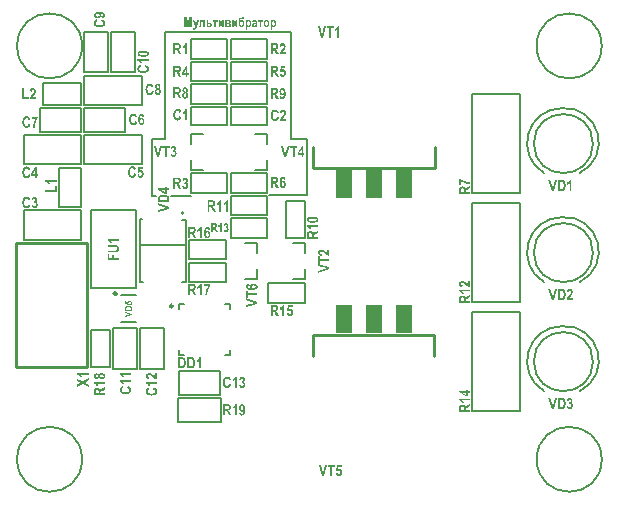
<source format=gto>
G04 Layer_Color=65535*
%FSLAX43Y43*%
%MOMM*%
G71*
G01*
G75*
%ADD12C,0.200*%
%ADD46C,0.250*%
%ADD47C,0.127*%
%ADD48C,0.150*%
%ADD49C,0.254*%
%ADD50R,1.422X2.489*%
G36*
X9900Y19145D02*
X9211D01*
X9212Y19144D01*
X9215Y19141D01*
X9219Y19137D01*
X9226Y19130D01*
X9233Y19123D01*
X9243Y19113D01*
X9253Y19102D01*
X9263Y19089D01*
X9285Y19061D01*
X9309Y19028D01*
X9330Y18990D01*
X9349Y18951D01*
X9182D01*
Y18952D01*
X9181Y18953D01*
X9178Y18962D01*
X9171Y18973D01*
X9163Y18990D01*
X9150Y19010D01*
X9135Y19031D01*
X9116Y19055D01*
X9094Y19080D01*
X9092Y19082D01*
X9091Y19083D01*
X9082Y19092D01*
X9068Y19103D01*
X9050Y19117D01*
X9029Y19133D01*
X9003Y19148D01*
X8975Y19162D01*
X8944Y19173D01*
Y19296D01*
X9900D01*
Y19145D01*
D02*
G37*
G36*
X15089Y31677D02*
X15101D01*
X15128Y31675D01*
X15158Y31671D01*
X15187Y31667D01*
X15216Y31660D01*
X15228Y31655D01*
X15240Y31651D01*
X15242Y31650D01*
X15249Y31647D01*
X15259Y31640D01*
X15272Y31630D01*
X15286Y31619D01*
X15300Y31603D01*
X15316Y31585D01*
X15330Y31562D01*
X15331Y31560D01*
X15335Y31551D01*
X15341Y31537D01*
X15348Y31520D01*
X15354Y31498D01*
X15359Y31471D01*
X15364Y31443D01*
X15365Y31410D01*
Y31409D01*
Y31406D01*
Y31399D01*
X15364Y31392D01*
Y31382D01*
X15362Y31371D01*
X15358Y31345D01*
X15352Y31317D01*
X15342Y31287D01*
X15328Y31258D01*
X15310Y31230D01*
Y31228D01*
X15307Y31227D01*
X15300Y31218D01*
X15287Y31207D01*
X15271Y31194D01*
X15249Y31179D01*
X15223Y31165D01*
X15193Y31154D01*
X15158Y31145D01*
X15161Y31144D01*
X15166Y31138D01*
X15176Y31131D01*
X15187Y31121D01*
X15200Y31110D01*
X15214Y31096D01*
X15228Y31080D01*
X15241Y31065D01*
X15242Y31063D01*
X15247Y31056D01*
X15255Y31045D01*
X15265Y31029D01*
X15278Y31008D01*
X15285Y30996D01*
X15293Y30982D01*
X15302Y30966D01*
X15311Y30949D01*
X15321Y30929D01*
X15331Y30910D01*
X15427Y30725D01*
X15237D01*
X15124Y30932D01*
Y30934D01*
X15121Y30938D01*
X15118Y30944D01*
X15114Y30951D01*
X15108Y30959D01*
X15103Y30969D01*
X15090Y30991D01*
X15076Y31015D01*
X15062Y31039D01*
X15056Y31049D01*
X15049Y31058D01*
X15044Y31066D01*
X15039Y31072D01*
X15038Y31073D01*
X15035Y31076D01*
X15031Y31082D01*
X15025Y31087D01*
X15011Y31100D01*
X15003Y31107D01*
X14993Y31111D01*
X14991D01*
X14989Y31113D01*
X14983Y31115D01*
X14975Y31117D01*
X14963Y31120D01*
X14949Y31121D01*
X14934Y31123D01*
X14883D01*
Y30725D01*
X14725D01*
Y31678D01*
X15079D01*
X15089Y31677D01*
D02*
G37*
G36*
X9900Y18538D02*
X9211D01*
X9212Y18536D01*
X9215Y18533D01*
X9219Y18529D01*
X9226Y18522D01*
X9233Y18515D01*
X9243Y18505D01*
X9253Y18494D01*
X9263Y18481D01*
X9285Y18453D01*
X9309Y18421D01*
X9330Y18383D01*
X9349Y18343D01*
X9182D01*
Y18344D01*
X9181Y18346D01*
X9178Y18354D01*
X9171Y18366D01*
X9163Y18383D01*
X9150Y18402D01*
X9135Y18423D01*
X9116Y18447D01*
X9094Y18473D01*
X9092Y18474D01*
X9091Y18476D01*
X9082Y18484D01*
X9068Y18495D01*
X9050Y18509D01*
X9029Y18525D01*
X9003Y18540D01*
X8975Y18555D01*
X8944Y18566D01*
Y18688D01*
X9900D01*
Y18538D01*
D02*
G37*
G36*
X12100Y18770D02*
X12096D01*
X12090Y18772D01*
X12083D01*
X12075Y18773D01*
X12065Y18776D01*
X12041Y18780D01*
X12014Y18786D01*
X11983Y18796D01*
X11951Y18807D01*
X11918Y18821D01*
X11917D01*
X11914Y18824D01*
X11910Y18825D01*
X11903Y18829D01*
X11894Y18835D01*
X11883Y18841D01*
X11872Y18849D01*
X11858Y18859D01*
X11842Y18869D01*
X11825Y18882D01*
X11807Y18894D01*
X11786Y18910D01*
X11764Y18927D01*
X11742Y18946D01*
X11717Y18966D01*
X11691Y18989D01*
X11690Y18990D01*
X11686Y18993D01*
X11680Y18999D01*
X11673Y19004D01*
X11664Y19013D01*
X11653Y19021D01*
X11629Y19041D01*
X11604Y19062D01*
X11580Y19082D01*
X11557Y19099D01*
X11547Y19106D01*
X11539Y19111D01*
X11536Y19113D01*
X11529Y19117D01*
X11518Y19123D01*
X11502Y19128D01*
X11485Y19134D01*
X11466Y19140D01*
X11444Y19144D01*
X11423Y19145D01*
X11413D01*
X11402Y19144D01*
X11388Y19142D01*
X11373Y19138D01*
X11357Y19134D01*
X11342Y19127D01*
X11329Y19117D01*
X11327Y19116D01*
X11323Y19111D01*
X11319Y19106D01*
X11312Y19097D01*
X11306Y19087D01*
X11302Y19075D01*
X11298Y19059D01*
X11296Y19044D01*
Y19042D01*
Y19039D01*
X11298Y19034D01*
X11299Y19028D01*
X11305Y19011D01*
X11309Y19003D01*
X11315Y18993D01*
X11323Y18983D01*
X11333Y18973D01*
X11344Y18965D01*
X11360Y18956D01*
X11377Y18949D01*
X11397Y18944D01*
X11419Y18939D01*
X11446Y18937D01*
X11426Y18787D01*
X11425D01*
X11419Y18789D01*
X11412D01*
X11402Y18790D01*
X11391Y18793D01*
X11377Y18794D01*
X11361Y18798D01*
X11344Y18803D01*
X11311Y18813D01*
X11275Y18827D01*
X11241Y18845D01*
X11227Y18855D01*
X11213Y18868D01*
X11212Y18869D01*
X11210Y18870D01*
X11206Y18875D01*
X11202Y18880D01*
X11198Y18887D01*
X11191Y18894D01*
X11178Y18915D01*
X11165Y18941D01*
X11156Y18972D01*
X11147Y19007D01*
X11146Y19027D01*
X11144Y19047D01*
Y19048D01*
Y19052D01*
Y19058D01*
X11146Y19066D01*
X11147Y19078D01*
X11148Y19089D01*
X11154Y19117D01*
X11164Y19147D01*
X11170Y19162D01*
X11178Y19178D01*
X11188Y19193D01*
X11198Y19207D01*
X11210Y19220D01*
X11225Y19233D01*
X11226Y19234D01*
X11229Y19235D01*
X11233Y19238D01*
X11239Y19242D01*
X11246Y19247D01*
X11256Y19252D01*
X11278Y19265D01*
X11305Y19276D01*
X11336Y19286D01*
X11370Y19293D01*
X11388Y19296D01*
X11418D01*
X11429Y19295D01*
X11444D01*
X11461Y19292D01*
X11481Y19289D01*
X11501Y19285D01*
X11522Y19279D01*
X11525D01*
X11532Y19276D01*
X11542Y19272D01*
X11556Y19268D01*
X11573Y19261D01*
X11591Y19252D01*
X11611Y19241D01*
X11632Y19230D01*
X11635Y19228D01*
X11642Y19224D01*
X11655Y19216D01*
X11670Y19204D01*
X11691Y19189D01*
X11715Y19169D01*
X11743Y19147D01*
X11774Y19120D01*
X11776Y19118D01*
X11777Y19117D01*
X11781Y19113D01*
X11787Y19109D01*
X11801Y19096D01*
X11818Y19082D01*
X11836Y19066D01*
X11853Y19051D01*
X11869Y19038D01*
X11882Y19028D01*
X11883Y19027D01*
X11886Y19025D01*
X11891Y19021D01*
X11897Y19017D01*
X11913Y19007D01*
X11931Y18997D01*
Y19296D01*
X12100D01*
Y18770D01*
D02*
G37*
G36*
X9614Y18201D02*
X9622Y18198D01*
X9634Y18195D01*
X9646Y18191D01*
X9662Y18187D01*
X9679Y18181D01*
X9697Y18174D01*
X9735Y18157D01*
X9775Y18136D01*
X9811Y18112D01*
X9827Y18098D01*
X9842Y18082D01*
X9844Y18081D01*
X9845Y18078D01*
X9849Y18074D01*
X9853Y18067D01*
X9859Y18060D01*
X9865Y18050D01*
X9872Y18039D01*
X9879Y18026D01*
X9886Y18012D01*
X9893Y17996D01*
X9904Y17961D01*
X9913Y17922D01*
X9914Y17900D01*
X9916Y17878D01*
Y17876D01*
Y17871D01*
X9914Y17864D01*
Y17853D01*
X9911Y17840D01*
X9910Y17824D01*
X9906Y17807D01*
X9901Y17789D01*
X9894Y17769D01*
X9887Y17750D01*
X9877Y17730D01*
X9866Y17709D01*
X9852Y17688D01*
X9837Y17668D01*
X9820Y17648D01*
X9799Y17630D01*
X9797Y17628D01*
X9793Y17626D01*
X9784Y17620D01*
X9773Y17613D01*
X9760Y17604D01*
X9744Y17596D01*
X9724Y17586D01*
X9701Y17576D01*
X9677Y17565D01*
X9649Y17555D01*
X9619Y17547D01*
X9587Y17538D01*
X9552Y17531D01*
X9514Y17525D01*
X9474Y17523D01*
X9432Y17521D01*
X9421D01*
X9408Y17523D01*
X9393D01*
X9371Y17524D01*
X9347Y17527D01*
X9322Y17531D01*
X9294Y17535D01*
X9263Y17541D01*
X9232Y17548D01*
X9201Y17556D01*
X9168Y17568D01*
X9137Y17580D01*
X9108Y17595D01*
X9078Y17611D01*
X9051Y17631D01*
X9050Y17633D01*
X9046Y17635D01*
X9040Y17641D01*
X9033Y17648D01*
X9023Y17658D01*
X9013Y17669D01*
X9002Y17683D01*
X8991Y17699D01*
X8981Y17716D01*
X8970Y17736D01*
X8960Y17757D01*
X8950Y17779D01*
X8943Y17805D01*
X8937Y17830D01*
X8933Y17858D01*
X8932Y17888D01*
Y17889D01*
Y17893D01*
Y17900D01*
X8933Y17910D01*
X8934Y17922D01*
X8936Y17934D01*
X8939Y17948D01*
X8943Y17964D01*
X8954Y17999D01*
X8961Y18017D01*
X8970Y18036D01*
X8981Y18054D01*
X8994Y18072D01*
X9008Y18091D01*
X9023Y18108D01*
Y18109D01*
X9026Y18110D01*
X9030Y18113D01*
X9034Y18118D01*
X9041Y18123D01*
X9050Y18129D01*
X9060Y18136D01*
X9071Y18143D01*
X9084Y18150D01*
X9096Y18158D01*
X9112Y18165D01*
X9129Y18174D01*
X9149Y18181D01*
X9168Y18188D01*
X9190Y18195D01*
X9212Y18201D01*
X9257Y18044D01*
X9256D01*
X9254Y18043D01*
X9250D01*
X9244Y18041D01*
X9230Y18037D01*
X9213Y18032D01*
X9194Y18023D01*
X9174Y18012D01*
X9156Y17999D01*
X9139Y17984D01*
X9137Y17982D01*
X9132Y17977D01*
X9125Y17967D01*
X9118Y17954D01*
X9109Y17939D01*
X9104Y17922D01*
X9098Y17902D01*
X9096Y17879D01*
Y17878D01*
Y17875D01*
Y17871D01*
X9098Y17865D01*
X9101Y17850D01*
X9106Y17830D01*
X9115Y17807D01*
X9129Y17783D01*
X9137Y17772D01*
X9147Y17761D01*
X9158Y17750D01*
X9173Y17738D01*
X9174D01*
X9175Y17736D01*
X9181Y17734D01*
X9187Y17730D01*
X9195Y17726D01*
X9205Y17721D01*
X9218Y17717D01*
X9232Y17712D01*
X9247Y17706D01*
X9266Y17702D01*
X9287Y17697D01*
X9309Y17693D01*
X9333Y17690D01*
X9360Y17688D01*
X9390Y17685D01*
X9438D01*
X9450Y17686D01*
X9464D01*
X9481Y17688D01*
X9500Y17689D01*
X9519Y17692D01*
X9562Y17697D01*
X9604Y17707D01*
X9624Y17713D01*
X9643Y17720D01*
X9660Y17728D01*
X9676Y17737D01*
X9677D01*
X9679Y17740D01*
X9687Y17747D01*
X9700Y17758D01*
X9713Y17775D01*
X9727Y17795D01*
X9739Y17817D01*
X9748Y17845D01*
X9749Y17860D01*
X9751Y17875D01*
Y17876D01*
Y17878D01*
X9749Y17885D01*
X9748Y17898D01*
X9745Y17912D01*
X9739Y17929D01*
X9731Y17947D01*
X9718Y17965D01*
X9703Y17982D01*
X9700Y17984D01*
X9693Y17989D01*
X9682Y17998D01*
X9665Y18008D01*
X9643Y18019D01*
X9617Y18029D01*
X9586Y18040D01*
X9548Y18048D01*
X9607Y18202D01*
X9608D01*
X9614Y18201D01*
D02*
G37*
G36*
X22864Y24125D02*
X22713D01*
Y24814D01*
X22712Y24813D01*
X22709Y24810D01*
X22705Y24806D01*
X22698Y24799D01*
X22691Y24792D01*
X22681Y24782D01*
X22670Y24772D01*
X22657Y24762D01*
X22629Y24740D01*
X22596Y24716D01*
X22558Y24695D01*
X22519Y24676D01*
Y24843D01*
X22520D01*
X22521Y24844D01*
X22530Y24847D01*
X22541Y24854D01*
X22558Y24862D01*
X22578Y24875D01*
X22599Y24890D01*
X22623Y24909D01*
X22648Y24931D01*
X22650Y24933D01*
X22651Y24934D01*
X22660Y24943D01*
X22671Y24957D01*
X22685Y24975D01*
X22701Y24996D01*
X22716Y25022D01*
X22730Y25050D01*
X22741Y25081D01*
X22864D01*
Y24125D01*
D02*
G37*
G36*
X23579Y24895D02*
X23297D01*
X23271Y24731D01*
X23274Y24733D01*
X23280Y24737D01*
X23290Y24741D01*
X23304Y24748D01*
X23319Y24754D01*
X23336Y24758D01*
X23355Y24762D01*
X23374Y24764D01*
X23383D01*
X23390Y24762D01*
X23398Y24761D01*
X23407Y24759D01*
X23429Y24755D01*
X23453Y24745D01*
X23480Y24733D01*
X23494Y24724D01*
X23507Y24714D01*
X23520Y24703D01*
X23532Y24690D01*
X23534Y24689D01*
X23536Y24686D01*
X23539Y24680D01*
X23545Y24673D01*
X23551Y24663D01*
X23558Y24652D01*
X23566Y24640D01*
X23573Y24625D01*
X23580Y24609D01*
X23589Y24590D01*
X23596Y24569D01*
X23601Y24548D01*
X23607Y24524D01*
X23611Y24500D01*
X23613Y24473D01*
X23614Y24445D01*
Y24444D01*
Y24439D01*
Y24432D01*
X23613Y24424D01*
Y24413D01*
X23610Y24400D01*
X23608Y24386D01*
X23606Y24369D01*
X23597Y24334D01*
X23584Y24294D01*
X23576Y24274D01*
X23567Y24255D01*
X23556Y24234D01*
X23544Y24214D01*
X23542Y24212D01*
X23541Y24210D01*
X23536Y24204D01*
X23531Y24197D01*
X23524Y24190D01*
X23515Y24181D01*
X23504Y24172D01*
X23493Y24162D01*
X23480Y24152D01*
X23465Y24142D01*
X23449Y24133D01*
X23431Y24126D01*
X23412Y24119D01*
X23391Y24114D01*
X23370Y24111D01*
X23346Y24109D01*
X23336D01*
X23329Y24111D01*
X23321D01*
X23310Y24114D01*
X23286Y24118D01*
X23259Y24126D01*
X23229Y24138D01*
X23201Y24155D01*
X23187Y24166D01*
X23173Y24177D01*
X23171Y24179D01*
X23170Y24180D01*
X23166Y24184D01*
X23162Y24190D01*
X23156Y24197D01*
X23150Y24205D01*
X23143Y24215D01*
X23136Y24226D01*
X23129Y24239D01*
X23122Y24255D01*
X23115Y24270D01*
X23108Y24287D01*
X23102Y24305D01*
X23097Y24327D01*
X23090Y24370D01*
X23239Y24390D01*
Y24387D01*
X23240Y24380D01*
X23243Y24367D01*
X23246Y24353D01*
X23250Y24338D01*
X23257Y24322D01*
X23266Y24305D01*
X23277Y24291D01*
X23279Y24290D01*
X23283Y24286D01*
X23290Y24280D01*
X23298Y24274D01*
X23308Y24267D01*
X23321Y24262D01*
X23333Y24258D01*
X23348Y24256D01*
X23349D01*
X23356Y24258D01*
X23365Y24259D01*
X23374Y24262D01*
X23387Y24267D01*
X23401Y24276D01*
X23414Y24286D01*
X23427Y24301D01*
X23428Y24304D01*
X23432Y24310D01*
X23438Y24321D01*
X23443Y24335D01*
X23449Y24355D01*
X23455Y24379D01*
X23459Y24408D01*
X23460Y24441D01*
Y24442D01*
Y24445D01*
Y24449D01*
Y24456D01*
X23459Y24472D01*
X23456Y24492D01*
X23452Y24513D01*
X23446Y24535D01*
X23438Y24555D01*
X23427Y24573D01*
X23425Y24575D01*
X23421Y24580D01*
X23414Y24587D01*
X23404Y24596D01*
X23393Y24603D01*
X23377Y24610D01*
X23362Y24616D01*
X23343Y24617D01*
X23341D01*
X23332Y24616D01*
X23321Y24613D01*
X23305Y24609D01*
X23287Y24600D01*
X23267Y24587D01*
X23257Y24580D01*
X23247Y24570D01*
X23238Y24561D01*
X23228Y24548D01*
X23107Y24569D01*
X23183Y25065D01*
X23579D01*
Y24895D01*
D02*
G37*
G36*
X22089Y25077D02*
X22101D01*
X22128Y25075D01*
X22158Y25071D01*
X22187Y25067D01*
X22216Y25060D01*
X22228Y25055D01*
X22240Y25051D01*
X22242Y25050D01*
X22249Y25047D01*
X22259Y25040D01*
X22272Y25030D01*
X22286Y25019D01*
X22300Y25003D01*
X22316Y24985D01*
X22330Y24962D01*
X22331Y24960D01*
X22335Y24951D01*
X22341Y24937D01*
X22348Y24920D01*
X22354Y24898D01*
X22359Y24871D01*
X22364Y24843D01*
X22365Y24810D01*
Y24809D01*
Y24806D01*
Y24799D01*
X22364Y24792D01*
Y24782D01*
X22362Y24771D01*
X22358Y24745D01*
X22352Y24717D01*
X22342Y24687D01*
X22328Y24658D01*
X22310Y24630D01*
Y24628D01*
X22307Y24627D01*
X22300Y24618D01*
X22287Y24607D01*
X22271Y24594D01*
X22249Y24579D01*
X22223Y24565D01*
X22193Y24554D01*
X22158Y24545D01*
X22161Y24544D01*
X22166Y24538D01*
X22176Y24531D01*
X22187Y24521D01*
X22200Y24510D01*
X22214Y24496D01*
X22228Y24480D01*
X22241Y24465D01*
X22242Y24463D01*
X22247Y24456D01*
X22255Y24445D01*
X22265Y24429D01*
X22278Y24408D01*
X22285Y24396D01*
X22293Y24382D01*
X22302Y24366D01*
X22311Y24349D01*
X22321Y24329D01*
X22331Y24310D01*
X22427Y24125D01*
X22237D01*
X22124Y24332D01*
Y24334D01*
X22121Y24338D01*
X22118Y24344D01*
X22114Y24351D01*
X22108Y24359D01*
X22103Y24369D01*
X22090Y24391D01*
X22076Y24415D01*
X22062Y24439D01*
X22056Y24449D01*
X22049Y24458D01*
X22044Y24466D01*
X22039Y24472D01*
X22038Y24473D01*
X22035Y24476D01*
X22031Y24482D01*
X22025Y24487D01*
X22011Y24500D01*
X22003Y24507D01*
X21993Y24511D01*
X21991D01*
X21989Y24513D01*
X21983Y24515D01*
X21975Y24517D01*
X21963Y24520D01*
X21949Y24521D01*
X21934Y24523D01*
X21883D01*
Y24125D01*
X21725D01*
Y25078D01*
X22079D01*
X22089Y25077D01*
D02*
G37*
G36*
X15864Y30725D02*
X15713D01*
Y31414D01*
X15712Y31413D01*
X15709Y31410D01*
X15705Y31406D01*
X15698Y31399D01*
X15691Y31392D01*
X15681Y31382D01*
X15670Y31372D01*
X15657Y31362D01*
X15629Y31340D01*
X15596Y31316D01*
X15558Y31295D01*
X15519Y31276D01*
Y31443D01*
X15520D01*
X15521Y31444D01*
X15530Y31447D01*
X15541Y31454D01*
X15558Y31462D01*
X15578Y31475D01*
X15599Y31490D01*
X15623Y31509D01*
X15648Y31531D01*
X15650Y31533D01*
X15651Y31534D01*
X15660Y31543D01*
X15671Y31557D01*
X15685Y31575D01*
X15701Y31596D01*
X15716Y31622D01*
X15730Y31650D01*
X15741Y31681D01*
X15864D01*
Y30725D01*
D02*
G37*
G36*
X16386Y31679D02*
X16403Y31678D01*
X16422Y31674D01*
X16446Y31667D01*
X16470Y31655D01*
X16496Y31641D01*
X16518Y31622D01*
X16521Y31619D01*
X16528Y31610D01*
X16538Y31596D01*
X16551Y31578D01*
X16563Y31552D01*
X16576Y31521D01*
X16586Y31486D01*
X16594Y31444D01*
X16449Y31424D01*
Y31426D01*
Y31428D01*
X16448Y31434D01*
X16446Y31441D01*
X16442Y31458D01*
X16434Y31478D01*
X16424Y31496D01*
X16408Y31513D01*
X16398Y31520D01*
X16388Y31526D01*
X16376Y31529D01*
X16363Y31530D01*
X16362D01*
X16355Y31529D01*
X16346Y31527D01*
X16335Y31523D01*
X16322Y31517D01*
X16310Y31507D01*
X16295Y31495D01*
X16283Y31476D01*
X16281Y31474D01*
X16280Y31471D01*
X16277Y31465D01*
X16276Y31459D01*
X16271Y31451D01*
X16269Y31441D01*
X16266Y31430D01*
X16262Y31416D01*
X16259Y31400D01*
X16255Y31382D01*
X16252Y31362D01*
X16249Y31341D01*
X16246Y31317D01*
X16243Y31290D01*
X16242Y31261D01*
X16243Y31262D01*
X16247Y31268D01*
X16253Y31275D01*
X16260Y31283D01*
X16270Y31293D01*
X16280Y31303D01*
X16291Y31313D01*
X16304Y31321D01*
X16305Y31323D01*
X16310Y31324D01*
X16318Y31328D01*
X16326Y31333D01*
X16338Y31335D01*
X16352Y31340D01*
X16366Y31341D01*
X16381Y31342D01*
X16390D01*
X16397Y31341D01*
X16405Y31340D01*
X16414Y31338D01*
X16436Y31331D01*
X16460Y31321D01*
X16474Y31314D01*
X16487Y31306D01*
X16501Y31296D01*
X16514Y31285D01*
X16528Y31272D01*
X16541Y31256D01*
X16542Y31255D01*
X16544Y31252D01*
X16548Y31248D01*
X16552Y31241D01*
X16556Y31232D01*
X16563Y31223D01*
X16569Y31210D01*
X16576Y31196D01*
X16582Y31180D01*
X16589Y31163D01*
X16594Y31145D01*
X16599Y31125D01*
X16604Y31103D01*
X16607Y31080D01*
X16608Y31055D01*
X16610Y31029D01*
Y31028D01*
Y31022D01*
Y31015D01*
X16608Y31006D01*
X16607Y30993D01*
X16606Y30977D01*
X16604Y30962D01*
X16601Y30944D01*
X16591Y30907D01*
X16579Y30867D01*
X16570Y30848D01*
X16560Y30829D01*
X16549Y30811D01*
X16536Y30794D01*
X16535Y30793D01*
X16534Y30790D01*
X16529Y30786D01*
X16524Y30781D01*
X16517Y30774D01*
X16508Y30767D01*
X16487Y30752D01*
X16462Y30736D01*
X16431Y30722D01*
X16414Y30718D01*
X16396Y30714D01*
X16377Y30711D01*
X16357Y30709D01*
X16352D01*
X16346Y30711D01*
X16338D01*
X16328Y30712D01*
X16317Y30715D01*
X16290Y30724D01*
X16274Y30729D01*
X16259Y30736D01*
X16242Y30745D01*
X16226Y30756D01*
X16209Y30769D01*
X16194Y30783D01*
X16178Y30800D01*
X16163Y30819D01*
X16162Y30821D01*
X16160Y30825D01*
X16156Y30832D01*
X16152Y30841D01*
X16146Y30853D01*
X16139Y30869D01*
X16132Y30886D01*
X16125Y30907D01*
X16118Y30931D01*
X16111Y30959D01*
X16105Y30989D01*
X16098Y31022D01*
X16094Y31059D01*
X16090Y31099D01*
X16088Y31142D01*
X16087Y31189D01*
Y31190D01*
Y31192D01*
Y31200D01*
Y31214D01*
X16088Y31231D01*
X16090Y31254D01*
X16091Y31278D01*
X16094Y31304D01*
X16097Y31334D01*
X16107Y31396D01*
X16121Y31458D01*
X16129Y31488D01*
X16140Y31516D01*
X16152Y31543D01*
X16166Y31565D01*
X16167Y31567D01*
X16170Y31571D01*
X16174Y31576D01*
X16180Y31583D01*
X16188Y31592D01*
X16198Y31602D01*
X16209Y31612D01*
X16222Y31623D01*
X16236Y31634D01*
X16252Y31644D01*
X16287Y31662D01*
X16307Y31669D01*
X16326Y31677D01*
X16349Y31679D01*
X16372Y31681D01*
X16380D01*
X16386Y31679D01*
D02*
G37*
G36*
X16599Y26706D02*
Y26705D01*
X16596Y26704D01*
X16593Y26698D01*
X16587Y26692D01*
X16582Y26684D01*
X16575Y26675D01*
X16567Y26664D01*
X16559Y26651D01*
X16549Y26636D01*
X16539Y26620D01*
X16529Y26602D01*
X16518Y26584D01*
X16507Y26563D01*
X16494Y26540D01*
X16483Y26516D01*
X16470Y26491D01*
Y26489D01*
X16467Y26485D01*
X16465Y26477D01*
X16459Y26467D01*
X16455Y26454D01*
X16448Y26438D01*
X16441Y26420D01*
X16434Y26400D01*
X16425Y26379D01*
X16417Y26357D01*
X16410Y26331D01*
X16401Y26305D01*
X16384Y26250D01*
X16370Y26190D01*
Y26189D01*
X16369Y26183D01*
X16367Y26175D01*
X16365Y26164D01*
X16362Y26150D01*
X16359Y26133D01*
X16356Y26114D01*
X16353Y26095D01*
X16349Y26072D01*
X16346Y26049D01*
X16341Y26000D01*
X16336Y25949D01*
X16335Y25900D01*
X16191D01*
Y25903D01*
Y25908D01*
X16193Y25920D01*
Y25935D01*
X16194Y25954D01*
X16195Y25975D01*
X16198Y26000D01*
X16201Y26027D01*
X16205Y26056D01*
X16209Y26087D01*
X16215Y26121D01*
X16221Y26157D01*
X16236Y26230D01*
X16257Y26305D01*
X16259Y26307D01*
X16260Y26313D01*
X16264Y26324D01*
X16269Y26338D01*
X16276Y26357D01*
X16283Y26378D01*
X16293Y26400D01*
X16302Y26427D01*
X16314Y26454D01*
X16326Y26484D01*
X16356Y26544D01*
X16388Y26609D01*
X16427Y26671D01*
X16087D01*
Y26840D01*
X16599D01*
Y26706D01*
D02*
G37*
G36*
X13838Y45327D02*
X13851D01*
X13877Y45325D01*
X13907Y45321D01*
X13937Y45317D01*
X13965Y45310D01*
X13977Y45305D01*
X13989Y45301D01*
X13992Y45300D01*
X13999Y45297D01*
X14008Y45290D01*
X14021Y45280D01*
X14035Y45269D01*
X14049Y45253D01*
X14065Y45235D01*
X14079Y45212D01*
X14080Y45210D01*
X14085Y45201D01*
X14090Y45187D01*
X14097Y45170D01*
X14103Y45148D01*
X14109Y45121D01*
X14113Y45093D01*
X14114Y45060D01*
Y45059D01*
Y45056D01*
Y45049D01*
X14113Y45042D01*
Y45032D01*
X14111Y45021D01*
X14107Y44995D01*
X14101Y44967D01*
X14092Y44937D01*
X14078Y44908D01*
X14059Y44880D01*
Y44878D01*
X14056Y44877D01*
X14049Y44868D01*
X14037Y44857D01*
X14020Y44844D01*
X13999Y44829D01*
X13972Y44815D01*
X13942Y44804D01*
X13907Y44795D01*
X13910Y44794D01*
X13915Y44788D01*
X13925Y44781D01*
X13937Y44771D01*
X13949Y44760D01*
X13963Y44746D01*
X13977Y44730D01*
X13990Y44715D01*
X13992Y44713D01*
X13996Y44706D01*
X14004Y44695D01*
X14014Y44679D01*
X14027Y44658D01*
X14034Y44646D01*
X14042Y44632D01*
X14051Y44616D01*
X14061Y44599D01*
X14070Y44579D01*
X14080Y44560D01*
X14176Y44375D01*
X13986D01*
X13873Y44582D01*
Y44584D01*
X13870Y44588D01*
X13867Y44593D01*
X13863Y44601D01*
X13858Y44609D01*
X13852Y44619D01*
X13839Y44641D01*
X13825Y44665D01*
X13811Y44689D01*
X13805Y44699D01*
X13798Y44708D01*
X13793Y44716D01*
X13789Y44722D01*
X13787Y44723D01*
X13784Y44726D01*
X13780Y44732D01*
X13774Y44737D01*
X13760Y44750D01*
X13752Y44757D01*
X13742Y44761D01*
X13741D01*
X13738Y44763D01*
X13732Y44765D01*
X13724Y44767D01*
X13712Y44770D01*
X13698Y44771D01*
X13683Y44773D01*
X13632D01*
Y44375D01*
X13474D01*
Y45328D01*
X13828D01*
X13838Y45327D01*
D02*
G37*
G36*
X15864Y25900D02*
X15713D01*
Y26589D01*
X15712Y26588D01*
X15709Y26585D01*
X15705Y26581D01*
X15698Y26574D01*
X15691Y26567D01*
X15681Y26557D01*
X15670Y26547D01*
X15657Y26537D01*
X15629Y26515D01*
X15596Y26491D01*
X15558Y26470D01*
X15519Y26451D01*
Y26618D01*
X15520D01*
X15521Y26619D01*
X15530Y26622D01*
X15541Y26629D01*
X15558Y26637D01*
X15578Y26650D01*
X15599Y26665D01*
X15623Y26684D01*
X15648Y26706D01*
X15650Y26708D01*
X15651Y26709D01*
X15660Y26718D01*
X15671Y26732D01*
X15685Y26750D01*
X15701Y26771D01*
X15716Y26797D01*
X15730Y26825D01*
X15741Y26856D01*
X15864D01*
Y25900D01*
D02*
G37*
G36*
X19318Y16674D02*
X19328Y16673D01*
X19341Y16670D01*
X19368Y16662D01*
X19383Y16656D01*
X19399Y16649D01*
X19414Y16639D01*
X19431Y16629D01*
X19448Y16616D01*
X19464Y16601D01*
X19479Y16584D01*
X19495Y16564D01*
X19496Y16563D01*
X19498Y16559D01*
X19502Y16553D01*
X19507Y16543D01*
X19513Y16530D01*
X19519Y16515D01*
X19526Y16498D01*
X19534Y16477D01*
X19541Y16453D01*
X19548Y16425D01*
X19554Y16395D01*
X19560Y16361D01*
X19565Y16325D01*
X19569Y16285D01*
X19571Y16241D01*
X19572Y16195D01*
Y16194D01*
Y16192D01*
Y16184D01*
Y16170D01*
X19571Y16153D01*
X19569Y16130D01*
X19568Y16106D01*
X19565Y16079D01*
X19562Y16050D01*
X19552Y15988D01*
X19547Y15957D01*
X19538Y15926D01*
X19529Y15896D01*
X19519Y15868D01*
X19506Y15841D01*
X19492Y15819D01*
X19490Y15817D01*
X19488Y15814D01*
X19483Y15809D01*
X19478Y15800D01*
X19469Y15792D01*
X19459Y15782D01*
X19448Y15772D01*
X19435Y15762D01*
X19421Y15751D01*
X19406Y15741D01*
X19371Y15723D01*
X19351Y15716D01*
X19330Y15710D01*
X19309Y15706D01*
X19285Y15704D01*
X19276D01*
X19271Y15706D01*
X19254Y15707D01*
X19232Y15711D01*
X19210Y15718D01*
X19186Y15728D01*
X19161Y15742D01*
X19138Y15762D01*
X19135Y15765D01*
X19128Y15773D01*
X19118Y15788D01*
X19113Y15796D01*
X19107Y15806D01*
X19101Y15819D01*
X19094Y15831D01*
X19089Y15845D01*
X19083Y15862D01*
X19077Y15879D01*
X19072Y15899D01*
X19068Y15919D01*
X19065Y15941D01*
X19210Y15961D01*
Y15959D01*
Y15957D01*
X19211Y15951D01*
X19213Y15944D01*
X19217Y15927D01*
X19224Y15909D01*
X19235Y15889D01*
X19249Y15872D01*
X19259Y15865D01*
X19269Y15859D01*
X19282Y15857D01*
X19295Y15855D01*
X19297D01*
X19303Y15857D01*
X19311Y15858D01*
X19323Y15862D01*
X19335Y15868D01*
X19350Y15878D01*
X19362Y15890D01*
X19375Y15907D01*
X19376Y15910D01*
X19378Y15913D01*
X19381Y15919D01*
X19383Y15924D01*
X19386Y15933D01*
X19389Y15943D01*
X19392Y15954D01*
X19396Y15968D01*
X19399Y15983D01*
X19403Y16000D01*
X19406Y16020D01*
X19410Y16043D01*
X19413Y16067D01*
X19416Y16093D01*
X19417Y16122D01*
X19416Y16120D01*
X19413Y16115D01*
X19406Y16108D01*
X19399Y16099D01*
X19389Y16089D01*
X19379Y16081D01*
X19366Y16071D01*
X19354Y16062D01*
X19352Y16061D01*
X19348Y16060D01*
X19340Y16057D01*
X19331Y16053D01*
X19318Y16048D01*
X19306Y16045D01*
X19290Y16044D01*
X19275Y16043D01*
X19266D01*
X19259Y16044D01*
X19252Y16045D01*
X19244Y16047D01*
X19221Y16054D01*
X19197Y16064D01*
X19185Y16071D01*
X19170Y16078D01*
X19158Y16088D01*
X19144Y16099D01*
X19130Y16112D01*
X19117Y16127D01*
X19115Y16129D01*
X19114Y16131D01*
X19111Y16136D01*
X19107Y16143D01*
X19101Y16151D01*
X19096Y16161D01*
X19090Y16174D01*
X19083Y16188D01*
X19077Y16202D01*
X19070Y16219D01*
X19065Y16239D01*
X19061Y16258D01*
X19055Y16279D01*
X19052Y16302D01*
X19051Y16327D01*
X19049Y16353D01*
Y16354D01*
Y16360D01*
Y16367D01*
X19051Y16378D01*
X19052Y16389D01*
X19053Y16405D01*
X19055Y16420D01*
X19058Y16439D01*
X19066Y16475D01*
X19080Y16515D01*
X19087Y16535D01*
X19097Y16553D01*
X19108Y16571D01*
X19121Y16588D01*
X19123Y16590D01*
X19124Y16592D01*
X19128Y16597D01*
X19134Y16602D01*
X19141Y16608D01*
X19149Y16616D01*
X19170Y16632D01*
X19196Y16647D01*
X19227Y16662D01*
X19244Y16667D01*
X19261Y16671D01*
X19279Y16674D01*
X19299Y16676D01*
X19310D01*
X19318Y16674D01*
D02*
G37*
G36*
X15089Y26852D02*
X15101D01*
X15128Y26850D01*
X15158Y26846D01*
X15187Y26842D01*
X15216Y26835D01*
X15228Y26830D01*
X15240Y26826D01*
X15242Y26825D01*
X15249Y26822D01*
X15259Y26815D01*
X15272Y26805D01*
X15286Y26794D01*
X15300Y26778D01*
X15316Y26760D01*
X15330Y26737D01*
X15331Y26735D01*
X15335Y26726D01*
X15341Y26712D01*
X15348Y26695D01*
X15354Y26673D01*
X15359Y26646D01*
X15364Y26618D01*
X15365Y26585D01*
Y26584D01*
Y26581D01*
Y26574D01*
X15364Y26567D01*
Y26557D01*
X15362Y26546D01*
X15358Y26520D01*
X15352Y26492D01*
X15342Y26462D01*
X15328Y26433D01*
X15310Y26405D01*
Y26403D01*
X15307Y26402D01*
X15300Y26393D01*
X15287Y26382D01*
X15271Y26369D01*
X15249Y26354D01*
X15223Y26340D01*
X15193Y26329D01*
X15158Y26320D01*
X15161Y26319D01*
X15166Y26313D01*
X15176Y26306D01*
X15187Y26296D01*
X15200Y26285D01*
X15214Y26271D01*
X15228Y26255D01*
X15241Y26240D01*
X15242Y26238D01*
X15247Y26231D01*
X15255Y26220D01*
X15265Y26204D01*
X15278Y26183D01*
X15285Y26171D01*
X15293Y26157D01*
X15302Y26141D01*
X15311Y26124D01*
X15321Y26104D01*
X15331Y26085D01*
X15427Y25900D01*
X15237D01*
X15124Y26107D01*
Y26109D01*
X15121Y26113D01*
X15118Y26118D01*
X15114Y26126D01*
X15108Y26134D01*
X15103Y26144D01*
X15090Y26166D01*
X15076Y26190D01*
X15062Y26214D01*
X15056Y26224D01*
X15049Y26233D01*
X15044Y26241D01*
X15039Y26247D01*
X15038Y26248D01*
X15035Y26251D01*
X15031Y26257D01*
X15025Y26262D01*
X15011Y26275D01*
X15003Y26282D01*
X14993Y26286D01*
X14991D01*
X14989Y26288D01*
X14983Y26290D01*
X14975Y26292D01*
X14963Y26295D01*
X14949Y26296D01*
X14934Y26298D01*
X14883D01*
Y25900D01*
X14725D01*
Y26853D01*
X15079D01*
X15089Y26852D01*
D02*
G37*
G36*
X11814Y18079D02*
X11822Y18077D01*
X11834Y18074D01*
X11846Y18070D01*
X11862Y18065D01*
X11879Y18060D01*
X11897Y18053D01*
X11935Y18036D01*
X11975Y18015D01*
X12011Y17991D01*
X12027Y17977D01*
X12042Y17961D01*
X12044Y17960D01*
X12045Y17957D01*
X12049Y17953D01*
X12053Y17946D01*
X12059Y17939D01*
X12065Y17929D01*
X12072Y17917D01*
X12079Y17905D01*
X12086Y17891D01*
X12093Y17875D01*
X12104Y17840D01*
X12113Y17800D01*
X12114Y17779D01*
X12116Y17757D01*
Y17755D01*
Y17750D01*
X12114Y17743D01*
Y17731D01*
X12111Y17719D01*
X12110Y17703D01*
X12106Y17686D01*
X12101Y17668D01*
X12094Y17648D01*
X12087Y17628D01*
X12077Y17609D01*
X12066Y17587D01*
X12052Y17566D01*
X12037Y17547D01*
X12020Y17527D01*
X11998Y17509D01*
X11997Y17507D01*
X11993Y17504D01*
X11984Y17499D01*
X11973Y17492D01*
X11960Y17483D01*
X11944Y17475D01*
X11924Y17465D01*
X11901Y17455D01*
X11877Y17444D01*
X11849Y17434D01*
X11819Y17425D01*
X11787Y17417D01*
X11752Y17410D01*
X11714Y17404D01*
X11674Y17401D01*
X11632Y17400D01*
X11621D01*
X11608Y17401D01*
X11593D01*
X11571Y17403D01*
X11547Y17406D01*
X11522Y17410D01*
X11494Y17414D01*
X11463Y17420D01*
X11432Y17427D01*
X11401Y17435D01*
X11368Y17447D01*
X11337Y17459D01*
X11308Y17473D01*
X11278Y17490D01*
X11251Y17510D01*
X11250Y17511D01*
X11246Y17514D01*
X11240Y17520D01*
X11233Y17527D01*
X11223Y17537D01*
X11213Y17548D01*
X11202Y17562D01*
X11191Y17578D01*
X11181Y17595D01*
X11170Y17614D01*
X11160Y17635D01*
X11150Y17658D01*
X11143Y17683D01*
X11137Y17709D01*
X11133Y17737D01*
X11132Y17767D01*
Y17768D01*
Y17772D01*
Y17779D01*
X11133Y17789D01*
X11134Y17800D01*
X11136Y17813D01*
X11139Y17827D01*
X11143Y17843D01*
X11154Y17878D01*
X11161Y17896D01*
X11170Y17915D01*
X11181Y17933D01*
X11194Y17951D01*
X11208Y17970D01*
X11223Y17986D01*
Y17988D01*
X11226Y17989D01*
X11230Y17992D01*
X11234Y17996D01*
X11241Y18002D01*
X11250Y18008D01*
X11260Y18015D01*
X11271Y18022D01*
X11284Y18029D01*
X11296Y18037D01*
X11312Y18044D01*
X11329Y18053D01*
X11349Y18060D01*
X11368Y18067D01*
X11390Y18074D01*
X11412Y18079D01*
X11457Y17923D01*
X11456D01*
X11454Y17922D01*
X11450D01*
X11444Y17920D01*
X11430Y17916D01*
X11413Y17910D01*
X11394Y17902D01*
X11374Y17891D01*
X11356Y17878D01*
X11339Y17862D01*
X11337Y17861D01*
X11332Y17855D01*
X11325Y17845D01*
X11318Y17833D01*
X11309Y17817D01*
X11304Y17800D01*
X11298Y17781D01*
X11296Y17758D01*
Y17757D01*
Y17754D01*
Y17750D01*
X11298Y17744D01*
X11301Y17728D01*
X11306Y17709D01*
X11315Y17686D01*
X11329Y17662D01*
X11337Y17651D01*
X11347Y17640D01*
X11358Y17628D01*
X11373Y17617D01*
X11374D01*
X11375Y17614D01*
X11381Y17613D01*
X11387Y17609D01*
X11395Y17604D01*
X11405Y17600D01*
X11418Y17596D01*
X11432Y17590D01*
X11447Y17585D01*
X11466Y17580D01*
X11487Y17576D01*
X11509Y17572D01*
X11533Y17569D01*
X11560Y17566D01*
X11590Y17564D01*
X11638D01*
X11650Y17565D01*
X11664D01*
X11681Y17566D01*
X11700Y17568D01*
X11719Y17571D01*
X11762Y17576D01*
X11804Y17586D01*
X11824Y17592D01*
X11843Y17599D01*
X11860Y17607D01*
X11876Y17616D01*
X11877D01*
X11879Y17618D01*
X11887Y17626D01*
X11900Y17637D01*
X11913Y17654D01*
X11927Y17673D01*
X11939Y17696D01*
X11948Y17724D01*
X11949Y17738D01*
X11951Y17754D01*
Y17755D01*
Y17757D01*
X11949Y17764D01*
X11948Y17776D01*
X11945Y17790D01*
X11939Y17807D01*
X11931Y17826D01*
X11918Y17844D01*
X11903Y17861D01*
X11900Y17862D01*
X11893Y17868D01*
X11882Y17876D01*
X11865Y17886D01*
X11843Y17898D01*
X11817Y17907D01*
X11786Y17919D01*
X11748Y17927D01*
X11807Y18081D01*
X11808D01*
X11814Y18079D01*
D02*
G37*
G36*
X12100Y18416D02*
X11411D01*
X11412Y18415D01*
X11415Y18412D01*
X11419Y18408D01*
X11426Y18401D01*
X11433Y18394D01*
X11443Y18384D01*
X11453Y18373D01*
X11463Y18360D01*
X11485Y18332D01*
X11509Y18299D01*
X11530Y18261D01*
X11549Y18222D01*
X11382D01*
Y18223D01*
X11381Y18225D01*
X11378Y18233D01*
X11371Y18244D01*
X11363Y18261D01*
X11350Y18281D01*
X11335Y18302D01*
X11316Y18326D01*
X11294Y18352D01*
X11292Y18353D01*
X11291Y18354D01*
X11282Y18363D01*
X11268Y18374D01*
X11250Y18388D01*
X11229Y18404D01*
X11203Y18419D01*
X11175Y18433D01*
X11144Y18445D01*
Y18567D01*
X12100D01*
Y18416D01*
D02*
G37*
G36*
X14613Y46275D02*
X14462D01*
Y46964D01*
X14461Y46963D01*
X14458Y46960D01*
X14454Y46956D01*
X14447Y46949D01*
X14440Y46942D01*
X14430Y46932D01*
X14419Y46922D01*
X14406Y46912D01*
X14378Y46890D01*
X14345Y46866D01*
X14307Y46845D01*
X14268Y46826D01*
Y46993D01*
X14269D01*
X14271Y46994D01*
X14279Y46997D01*
X14290Y47004D01*
X14307Y47012D01*
X14327Y47025D01*
X14348Y47040D01*
X14372Y47059D01*
X14398Y47081D01*
X14399Y47083D01*
X14400Y47084D01*
X14409Y47093D01*
X14420Y47107D01*
X14434Y47125D01*
X14450Y47146D01*
X14465Y47172D01*
X14479Y47200D01*
X14491Y47231D01*
X14613D01*
Y46275D01*
D02*
G37*
G36*
X14667Y44727D02*
X14764D01*
Y44567D01*
X14667D01*
Y44375D01*
X14522D01*
Y44567D01*
X14202D01*
Y44726D01*
X14540Y45331D01*
X14667D01*
Y44727D01*
D02*
G37*
G36*
X13838Y47227D02*
X13851D01*
X13877Y47225D01*
X13907Y47221D01*
X13937Y47217D01*
X13965Y47210D01*
X13977Y47205D01*
X13989Y47201D01*
X13992Y47200D01*
X13999Y47197D01*
X14008Y47190D01*
X14021Y47180D01*
X14035Y47169D01*
X14049Y47153D01*
X14065Y47135D01*
X14079Y47112D01*
X14080Y47110D01*
X14085Y47101D01*
X14090Y47087D01*
X14097Y47070D01*
X14103Y47048D01*
X14109Y47021D01*
X14113Y46993D01*
X14114Y46960D01*
Y46959D01*
Y46956D01*
Y46949D01*
X14113Y46942D01*
Y46932D01*
X14111Y46921D01*
X14107Y46895D01*
X14101Y46867D01*
X14092Y46837D01*
X14078Y46808D01*
X14059Y46780D01*
Y46778D01*
X14056Y46777D01*
X14049Y46768D01*
X14037Y46757D01*
X14020Y46744D01*
X13999Y46729D01*
X13972Y46715D01*
X13942Y46704D01*
X13907Y46695D01*
X13910Y46694D01*
X13915Y46688D01*
X13925Y46681D01*
X13937Y46671D01*
X13949Y46660D01*
X13963Y46646D01*
X13977Y46630D01*
X13990Y46615D01*
X13992Y46613D01*
X13996Y46606D01*
X14004Y46595D01*
X14014Y46579D01*
X14027Y46558D01*
X14034Y46546D01*
X14042Y46532D01*
X14051Y46516D01*
X14061Y46499D01*
X14070Y46479D01*
X14080Y46460D01*
X14176Y46275D01*
X13986D01*
X13873Y46482D01*
Y46484D01*
X13870Y46488D01*
X13867Y46493D01*
X13863Y46501D01*
X13858Y46509D01*
X13852Y46519D01*
X13839Y46541D01*
X13825Y46565D01*
X13811Y46589D01*
X13805Y46599D01*
X13798Y46608D01*
X13793Y46616D01*
X13789Y46622D01*
X13787Y46623D01*
X13784Y46626D01*
X13780Y46632D01*
X13774Y46637D01*
X13760Y46650D01*
X13752Y46657D01*
X13742Y46661D01*
X13741D01*
X13738Y46663D01*
X13732Y46665D01*
X13724Y46667D01*
X13712Y46670D01*
X13698Y46671D01*
X13683Y46673D01*
X13632D01*
Y46275D01*
X13474D01*
Y47228D01*
X13828D01*
X13838Y47227D01*
D02*
G37*
G36*
X1994Y40881D02*
Y40880D01*
X1991Y40879D01*
X1988Y40873D01*
X1983Y40867D01*
X1977Y40859D01*
X1970Y40850D01*
X1963Y40839D01*
X1955Y40826D01*
X1945Y40811D01*
X1935Y40795D01*
X1925Y40777D01*
X1914Y40759D01*
X1902Y40738D01*
X1890Y40715D01*
X1879Y40691D01*
X1866Y40666D01*
Y40664D01*
X1863Y40660D01*
X1860Y40652D01*
X1855Y40642D01*
X1850Y40629D01*
X1843Y40614D01*
X1836Y40595D01*
X1829Y40575D01*
X1821Y40554D01*
X1812Y40532D01*
X1805Y40506D01*
X1797Y40480D01*
X1780Y40425D01*
X1766Y40365D01*
Y40364D01*
X1764Y40358D01*
X1763Y40350D01*
X1760Y40339D01*
X1757Y40325D01*
X1754Y40308D01*
X1752Y40289D01*
X1749Y40270D01*
X1745Y40247D01*
X1742Y40224D01*
X1736Y40175D01*
X1732Y40124D01*
X1730Y40075D01*
X1587D01*
Y40078D01*
Y40083D01*
X1588Y40095D01*
Y40110D01*
X1590Y40129D01*
X1591Y40150D01*
X1594Y40175D01*
X1597Y40202D01*
X1601Y40231D01*
X1605Y40262D01*
X1611Y40296D01*
X1616Y40332D01*
X1632Y40405D01*
X1653Y40480D01*
X1654Y40482D01*
X1656Y40488D01*
X1660Y40499D01*
X1664Y40513D01*
X1671Y40532D01*
X1678Y40553D01*
X1688Y40575D01*
X1698Y40602D01*
X1709Y40629D01*
X1722Y40659D01*
X1752Y40719D01*
X1784Y40784D01*
X1822Y40846D01*
X1482D01*
Y41015D01*
X1994D01*
Y40881D01*
D02*
G37*
G36*
X1089Y41042D02*
X1100Y41041D01*
X1113Y41039D01*
X1127Y41036D01*
X1143Y41032D01*
X1178Y41021D01*
X1196Y41014D01*
X1215Y41005D01*
X1233Y40994D01*
X1251Y40981D01*
X1270Y40967D01*
X1286Y40952D01*
X1288D01*
X1289Y40949D01*
X1292Y40945D01*
X1296Y40941D01*
X1302Y40934D01*
X1308Y40925D01*
X1315Y40915D01*
X1322Y40904D01*
X1329Y40891D01*
X1337Y40879D01*
X1344Y40863D01*
X1353Y40846D01*
X1360Y40826D01*
X1367Y40807D01*
X1374Y40785D01*
X1379Y40763D01*
X1223Y40718D01*
Y40719D01*
X1222Y40721D01*
Y40725D01*
X1220Y40731D01*
X1216Y40745D01*
X1210Y40762D01*
X1202Y40781D01*
X1191Y40801D01*
X1178Y40819D01*
X1162Y40836D01*
X1161Y40838D01*
X1155Y40843D01*
X1145Y40850D01*
X1133Y40857D01*
X1117Y40866D01*
X1100Y40871D01*
X1081Y40877D01*
X1058Y40879D01*
X1050D01*
X1044Y40877D01*
X1028Y40874D01*
X1009Y40869D01*
X986Y40860D01*
X962Y40846D01*
X951Y40838D01*
X940Y40828D01*
X928Y40817D01*
X917Y40802D01*
Y40801D01*
X914Y40800D01*
X913Y40794D01*
X909Y40788D01*
X904Y40780D01*
X900Y40770D01*
X896Y40757D01*
X890Y40743D01*
X885Y40728D01*
X880Y40709D01*
X876Y40688D01*
X872Y40666D01*
X869Y40642D01*
X866Y40615D01*
X864Y40585D01*
Y40554D01*
Y40553D01*
Y40546D01*
Y40537D01*
X865Y40525D01*
Y40511D01*
X866Y40494D01*
X868Y40475D01*
X871Y40456D01*
X876Y40413D01*
X886Y40371D01*
X892Y40351D01*
X899Y40332D01*
X907Y40315D01*
X916Y40299D01*
Y40298D01*
X919Y40296D01*
X926Y40288D01*
X937Y40275D01*
X954Y40262D01*
X973Y40248D01*
X996Y40236D01*
X1024Y40227D01*
X1038Y40226D01*
X1054Y40224D01*
X1057D01*
X1064Y40226D01*
X1076Y40227D01*
X1090Y40230D01*
X1107Y40236D01*
X1126Y40244D01*
X1144Y40257D01*
X1161Y40272D01*
X1162Y40275D01*
X1168Y40282D01*
X1176Y40293D01*
X1186Y40310D01*
X1198Y40332D01*
X1207Y40358D01*
X1219Y40389D01*
X1227Y40427D01*
X1381Y40368D01*
Y40367D01*
X1379Y40361D01*
X1377Y40353D01*
X1374Y40341D01*
X1370Y40329D01*
X1365Y40313D01*
X1360Y40296D01*
X1353Y40278D01*
X1336Y40240D01*
X1315Y40200D01*
X1291Y40164D01*
X1277Y40148D01*
X1261Y40133D01*
X1260Y40131D01*
X1257Y40130D01*
X1253Y40126D01*
X1246Y40122D01*
X1239Y40116D01*
X1229Y40110D01*
X1217Y40103D01*
X1205Y40096D01*
X1191Y40089D01*
X1175Y40082D01*
X1140Y40071D01*
X1100Y40062D01*
X1079Y40061D01*
X1057Y40059D01*
X1050D01*
X1043Y40061D01*
X1031D01*
X1019Y40064D01*
X1003Y40065D01*
X986Y40069D01*
X968Y40074D01*
X948Y40081D01*
X928Y40088D01*
X909Y40098D01*
X887Y40109D01*
X866Y40123D01*
X847Y40138D01*
X827Y40155D01*
X809Y40176D01*
X807Y40178D01*
X804Y40182D01*
X799Y40191D01*
X792Y40202D01*
X783Y40215D01*
X775Y40231D01*
X765Y40251D01*
X755Y40274D01*
X744Y40298D01*
X734Y40326D01*
X725Y40356D01*
X717Y40388D01*
X710Y40423D01*
X704Y40461D01*
X701Y40501D01*
X700Y40543D01*
Y40544D01*
Y40546D01*
Y40554D01*
X701Y40567D01*
Y40582D01*
X703Y40604D01*
X706Y40628D01*
X710Y40653D01*
X714Y40681D01*
X720Y40712D01*
X727Y40743D01*
X735Y40774D01*
X747Y40807D01*
X759Y40838D01*
X773Y40867D01*
X790Y40897D01*
X810Y40924D01*
X811Y40925D01*
X814Y40929D01*
X820Y40935D01*
X827Y40942D01*
X837Y40952D01*
X848Y40962D01*
X862Y40973D01*
X878Y40984D01*
X895Y40994D01*
X914Y41005D01*
X935Y41015D01*
X958Y41025D01*
X983Y41032D01*
X1009Y41038D01*
X1037Y41042D01*
X1067Y41043D01*
X1079D01*
X1089Y41042D01*
D02*
G37*
G36*
X18064Y19012D02*
X18076Y19010D01*
X18088Y19009D01*
X18102Y19006D01*
X18118Y19002D01*
X18153Y18991D01*
X18171Y18984D01*
X18190Y18975D01*
X18208Y18964D01*
X18226Y18951D01*
X18245Y18937D01*
X18262Y18922D01*
X18263D01*
X18264Y18919D01*
X18267Y18915D01*
X18271Y18910D01*
X18277Y18903D01*
X18283Y18895D01*
X18290Y18885D01*
X18297Y18874D01*
X18304Y18861D01*
X18312Y18848D01*
X18319Y18833D01*
X18328Y18816D01*
X18335Y18796D01*
X18342Y18776D01*
X18349Y18755D01*
X18355Y18733D01*
X18198Y18688D01*
Y18689D01*
X18197Y18690D01*
Y18695D01*
X18195Y18700D01*
X18191Y18714D01*
X18185Y18731D01*
X18177Y18751D01*
X18166Y18771D01*
X18153Y18789D01*
X18138Y18806D01*
X18136Y18807D01*
X18130Y18813D01*
X18121Y18820D01*
X18108Y18827D01*
X18092Y18836D01*
X18076Y18841D01*
X18056Y18847D01*
X18033Y18848D01*
X18025D01*
X18019Y18847D01*
X18004Y18844D01*
X17984Y18838D01*
X17961Y18830D01*
X17937Y18816D01*
X17926Y18807D01*
X17915Y18798D01*
X17904Y18786D01*
X17892Y18772D01*
Y18771D01*
X17889Y18769D01*
X17888Y18764D01*
X17884Y18758D01*
X17880Y18750D01*
X17875Y18740D01*
X17871Y18727D01*
X17865Y18713D01*
X17860Y18698D01*
X17856Y18679D01*
X17851Y18658D01*
X17847Y18635D01*
X17844Y18612D01*
X17841Y18585D01*
X17839Y18555D01*
Y18524D01*
Y18523D01*
Y18516D01*
Y18507D01*
X17840Y18495D01*
Y18480D01*
X17841Y18464D01*
X17843Y18445D01*
X17846Y18425D01*
X17851Y18383D01*
X17861Y18341D01*
X17867Y18321D01*
X17874Y18301D01*
X17882Y18284D01*
X17891Y18269D01*
Y18268D01*
X17894Y18266D01*
X17901Y18258D01*
X17912Y18245D01*
X17929Y18232D01*
X17949Y18218D01*
X17971Y18206D01*
X17999Y18197D01*
X18013Y18196D01*
X18029Y18194D01*
X18032D01*
X18039Y18196D01*
X18052Y18197D01*
X18066Y18200D01*
X18083Y18206D01*
X18101Y18214D01*
X18119Y18227D01*
X18136Y18242D01*
X18138Y18245D01*
X18143Y18252D01*
X18152Y18263D01*
X18161Y18280D01*
X18173Y18301D01*
X18183Y18328D01*
X18194Y18359D01*
X18202Y18397D01*
X18356Y18338D01*
Y18337D01*
X18355Y18331D01*
X18352Y18323D01*
X18349Y18311D01*
X18345Y18299D01*
X18341Y18283D01*
X18335Y18266D01*
X18328Y18248D01*
X18311Y18210D01*
X18290Y18170D01*
X18266Y18134D01*
X18252Y18118D01*
X18236Y18103D01*
X18235Y18101D01*
X18232Y18100D01*
X18228Y18096D01*
X18221Y18091D01*
X18214Y18086D01*
X18204Y18080D01*
X18193Y18073D01*
X18180Y18066D01*
X18166Y18059D01*
X18150Y18052D01*
X18115Y18041D01*
X18076Y18032D01*
X18054Y18031D01*
X18032Y18029D01*
X18025D01*
X18018Y18031D01*
X18006D01*
X17994Y18034D01*
X17978Y18035D01*
X17961Y18039D01*
X17943Y18043D01*
X17923Y18050D01*
X17904Y18058D01*
X17884Y18067D01*
X17863Y18079D01*
X17841Y18093D01*
X17822Y18108D01*
X17802Y18125D01*
X17784Y18146D01*
X17782Y18148D01*
X17779Y18152D01*
X17774Y18160D01*
X17767Y18172D01*
X17758Y18184D01*
X17750Y18201D01*
X17740Y18221D01*
X17730Y18244D01*
X17719Y18268D01*
X17709Y18296D01*
X17701Y18325D01*
X17692Y18358D01*
X17685Y18393D01*
X17679Y18431D01*
X17677Y18471D01*
X17675Y18513D01*
Y18514D01*
Y18516D01*
Y18524D01*
X17677Y18537D01*
Y18552D01*
X17678Y18573D01*
X17681Y18597D01*
X17685Y18623D01*
X17689Y18651D01*
X17695Y18682D01*
X17702Y18713D01*
X17710Y18744D01*
X17722Y18776D01*
X17734Y18807D01*
X17748Y18837D01*
X17765Y18867D01*
X17785Y18893D01*
X17787Y18895D01*
X17789Y18899D01*
X17795Y18905D01*
X17802Y18912D01*
X17812Y18922D01*
X17823Y18932D01*
X17837Y18943D01*
X17853Y18954D01*
X17870Y18964D01*
X17889Y18975D01*
X17911Y18985D01*
X17933Y18995D01*
X17958Y19002D01*
X17984Y19008D01*
X18012Y19012D01*
X18042Y19013D01*
X18054D01*
X18064Y19012D01*
D02*
G37*
G36*
X18842Y18045D02*
X18692D01*
Y18734D01*
X18690Y18733D01*
X18687Y18730D01*
X18683Y18726D01*
X18676Y18719D01*
X18669Y18712D01*
X18659Y18702D01*
X18648Y18692D01*
X18635Y18682D01*
X18607Y18659D01*
X18575Y18635D01*
X18536Y18614D01*
X18497Y18596D01*
Y18762D01*
X18498D01*
X18500Y18764D01*
X18508Y18767D01*
X18520Y18774D01*
X18536Y18782D01*
X18556Y18795D01*
X18577Y18810D01*
X18601Y18829D01*
X18627Y18851D01*
X18628Y18853D01*
X18630Y18854D01*
X18638Y18862D01*
X18649Y18877D01*
X18663Y18895D01*
X18679Y18916D01*
X18694Y18941D01*
X18708Y18970D01*
X18720Y19001D01*
X18842D01*
Y18045D01*
D02*
G37*
G36*
X19330Y18999D02*
X19339Y18998D01*
X19348Y18996D01*
X19374Y18991D01*
X19401Y18982D01*
X19429Y18968D01*
X19443Y18960D01*
X19457Y18950D01*
X19470Y18939D01*
X19482Y18924D01*
X19484Y18923D01*
X19485Y18922D01*
X19488Y18917D01*
X19492Y18912D01*
X19496Y18905D01*
X19502Y18896D01*
X19515Y18875D01*
X19526Y18850D01*
X19536Y18822D01*
X19543Y18791D01*
X19546Y18774D01*
Y18757D01*
Y18754D01*
Y18747D01*
X19544Y18734D01*
X19542Y18720D01*
X19539Y18702D01*
X19533Y18683D01*
X19526Y18664D01*
X19516Y18644D01*
X19515Y18641D01*
X19511Y18635D01*
X19505Y18627D01*
X19495Y18614D01*
X19484Y18602D01*
X19468Y18586D01*
X19451Y18571D01*
X19432Y18557D01*
X19433D01*
X19434Y18555D01*
X19443Y18552D01*
X19454Y18548D01*
X19470Y18541D01*
X19487Y18530D01*
X19504Y18517D01*
X19520Y18500D01*
X19537Y18479D01*
X19539Y18476D01*
X19544Y18468D01*
X19551Y18455D01*
X19559Y18438D01*
X19567Y18417D01*
X19573Y18392D01*
X19578Y18362D01*
X19580Y18330D01*
Y18328D01*
Y18324D01*
Y18317D01*
X19578Y18308D01*
X19577Y18297D01*
X19575Y18284D01*
X19573Y18270D01*
X19570Y18253D01*
X19560Y18220D01*
X19546Y18184D01*
X19537Y18166D01*
X19527Y18148D01*
X19515Y18131D01*
X19501Y18114D01*
X19499Y18112D01*
X19498Y18110D01*
X19492Y18105D01*
X19487Y18101D01*
X19480Y18094D01*
X19471Y18087D01*
X19449Y18072D01*
X19422Y18056D01*
X19391Y18042D01*
X19372Y18038D01*
X19354Y18034D01*
X19336Y18031D01*
X19316Y18029D01*
X19306D01*
X19299Y18031D01*
X19291Y18032D01*
X19279Y18034D01*
X19255Y18038D01*
X19229Y18046D01*
X19199Y18060D01*
X19184Y18067D01*
X19169Y18077D01*
X19155Y18089D01*
X19141Y18101D01*
X19140Y18103D01*
X19138Y18104D01*
X19134Y18108D01*
X19130Y18114D01*
X19124Y18122D01*
X19119Y18131D01*
X19112Y18141D01*
X19105Y18153D01*
X19098Y18166D01*
X19090Y18182D01*
X19083Y18197D01*
X19076Y18215D01*
X19067Y18253D01*
X19059Y18299D01*
X19205Y18320D01*
Y18318D01*
Y18317D01*
X19206Y18308D01*
X19207Y18297D01*
X19212Y18282D01*
X19216Y18265D01*
X19223Y18248D01*
X19231Y18231D01*
X19241Y18217D01*
X19243Y18215D01*
X19247Y18211D01*
X19254Y18206D01*
X19262Y18200D01*
X19272Y18193D01*
X19285Y18187D01*
X19299Y18183D01*
X19315Y18182D01*
X19323D01*
X19332Y18184D01*
X19341Y18187D01*
X19354Y18191D01*
X19368Y18198D01*
X19381Y18208D01*
X19394Y18222D01*
X19395Y18224D01*
X19399Y18231D01*
X19403Y18239D01*
X19410Y18253D01*
X19416Y18269D01*
X19420Y18290D01*
X19425Y18313D01*
X19426Y18339D01*
Y18341D01*
Y18342D01*
Y18351D01*
X19425Y18363D01*
X19422Y18379D01*
X19419Y18396D01*
X19413Y18414D01*
X19405Y18433D01*
X19395Y18448D01*
X19394Y18449D01*
X19389Y18455D01*
X19382Y18461D01*
X19374Y18469D01*
X19363Y18476D01*
X19350Y18483D01*
X19336Y18487D01*
X19320Y18489D01*
X19309D01*
X19302Y18487D01*
X19292Y18486D01*
X19279Y18483D01*
X19267Y18479D01*
X19253Y18475D01*
X19268Y18624D01*
X19278D01*
X19289Y18626D01*
X19302Y18627D01*
X19317Y18631D01*
X19333Y18635D01*
X19347Y18644D01*
X19361Y18654D01*
X19363Y18655D01*
X19367Y18659D01*
X19372Y18668D01*
X19378Y18678D01*
X19384Y18690D01*
X19389Y18706D01*
X19394Y18724D01*
X19395Y18745D01*
Y18748D01*
Y18754D01*
X19394Y18762D01*
X19392Y18774D01*
X19389Y18785D01*
X19384Y18798D01*
X19378Y18810D01*
X19370Y18822D01*
X19368Y18823D01*
X19365Y18826D01*
X19360Y18830D01*
X19353Y18836D01*
X19344Y18841D01*
X19333Y18846D01*
X19320Y18848D01*
X19306Y18850D01*
X19301D01*
X19292Y18848D01*
X19284Y18846D01*
X19274Y18841D01*
X19262Y18836D01*
X19251Y18829D01*
X19240Y18817D01*
X19239Y18816D01*
X19236Y18812D01*
X19231Y18803D01*
X19226Y18793D01*
X19220Y18781D01*
X19215Y18764D01*
X19210Y18745D01*
X19207Y18723D01*
X19069Y18751D01*
Y18753D01*
X19071Y18757D01*
X19072Y18764D01*
X19074Y18772D01*
X19076Y18784D01*
X19079Y18795D01*
X19088Y18823D01*
X19099Y18854D01*
X19113Y18885D01*
X19131Y18915D01*
X19141Y18929D01*
X19153Y18940D01*
X19154Y18941D01*
X19155Y18943D01*
X19164Y18950D01*
X19178Y18960D01*
X19196Y18971D01*
X19219Y18981D01*
X19247Y18991D01*
X19278Y18998D01*
X19295Y19001D01*
X19322D01*
X19330Y18999D01*
D02*
G37*
G36*
X38625Y16982D02*
X37936D01*
X37937Y16980D01*
X37940Y16977D01*
X37944Y16973D01*
X37951Y16966D01*
X37958Y16959D01*
X37968Y16949D01*
X37978Y16938D01*
X37988Y16925D01*
X38010Y16897D01*
X38034Y16865D01*
X38055Y16827D01*
X38074Y16787D01*
X37907D01*
Y16789D01*
X37906Y16790D01*
X37903Y16798D01*
X37896Y16810D01*
X37888Y16827D01*
X37875Y16846D01*
X37860Y16867D01*
X37841Y16891D01*
X37819Y16917D01*
X37817Y16918D01*
X37816Y16920D01*
X37807Y16928D01*
X37793Y16939D01*
X37775Y16953D01*
X37754Y16969D01*
X37728Y16984D01*
X37700Y16999D01*
X37669Y17010D01*
Y17132D01*
X38625D01*
Y16982D01*
D02*
G37*
G36*
X38433Y17794D02*
X38625D01*
Y17648D01*
X38433D01*
Y17328D01*
X38274D01*
X37669Y17667D01*
Y17794D01*
X38273D01*
Y17891D01*
X38433D01*
Y17794D01*
D02*
G37*
G36*
X38625Y16505D02*
X38418Y16392D01*
X38416D01*
X38412Y16390D01*
X38406Y16387D01*
X38399Y16383D01*
X38391Y16377D01*
X38381Y16371D01*
X38359Y16359D01*
X38335Y16344D01*
X38311Y16330D01*
X38301Y16325D01*
X38292Y16318D01*
X38284Y16312D01*
X38278Y16308D01*
X38277Y16306D01*
X38274Y16304D01*
X38268Y16299D01*
X38263Y16294D01*
X38250Y16280D01*
X38243Y16271D01*
X38239Y16261D01*
Y16260D01*
X38237Y16257D01*
X38235Y16251D01*
X38233Y16243D01*
X38230Y16232D01*
X38229Y16218D01*
X38227Y16202D01*
Y16182D01*
Y16151D01*
X38625D01*
Y15993D01*
X37672D01*
Y16326D01*
Y16328D01*
Y16332D01*
Y16339D01*
Y16347D01*
X37673Y16357D01*
Y16370D01*
X37675Y16397D01*
X37679Y16426D01*
X37683Y16456D01*
X37690Y16484D01*
X37695Y16497D01*
X37699Y16508D01*
X37700Y16511D01*
X37703Y16518D01*
X37710Y16528D01*
X37720Y16540D01*
X37731Y16555D01*
X37747Y16569D01*
X37765Y16584D01*
X37788Y16598D01*
X37790Y16600D01*
X37799Y16604D01*
X37813Y16609D01*
X37830Y16617D01*
X37852Y16622D01*
X37879Y16628D01*
X37907Y16632D01*
X37940Y16633D01*
X37951D01*
X37958Y16632D01*
X37968D01*
X37979Y16631D01*
X38005Y16626D01*
X38033Y16621D01*
X38063Y16611D01*
X38092Y16597D01*
X38120Y16578D01*
X38122D01*
X38123Y16576D01*
X38132Y16569D01*
X38143Y16556D01*
X38156Y16539D01*
X38171Y16518D01*
X38185Y16491D01*
X38196Y16461D01*
X38205Y16426D01*
X38206Y16429D01*
X38212Y16435D01*
X38219Y16445D01*
X38229Y16456D01*
X38240Y16469D01*
X38254Y16483D01*
X38270Y16497D01*
X38285Y16509D01*
X38287Y16511D01*
X38294Y16515D01*
X38305Y16524D01*
X38320Y16533D01*
X38342Y16546D01*
X38354Y16553D01*
X38368Y16562D01*
X38384Y16570D01*
X38401Y16580D01*
X38421Y16590D01*
X38440Y16600D01*
X38625Y16695D01*
Y16505D01*
D02*
G37*
G36*
X12176Y43805D02*
X12186Y43804D01*
X12198Y43803D01*
X12223Y43798D01*
X12251Y43790D01*
X12279Y43777D01*
X12293Y43769D01*
X12308Y43759D01*
X12320Y43748D01*
X12331Y43735D01*
X12333Y43733D01*
X12334Y43732D01*
X12337Y43728D01*
X12341Y43722D01*
X12346Y43715D01*
X12351Y43707D01*
X12363Y43687D01*
X12372Y43662D01*
X12382Y43632D01*
X12389Y43600D01*
X12392Y43581D01*
Y43563D01*
Y43562D01*
Y43560D01*
Y43552D01*
X12391Y43539D01*
X12388Y43522D01*
X12385Y43504D01*
X12379Y43484D01*
X12372Y43463D01*
X12363Y43443D01*
X12361Y43440D01*
X12357Y43435D01*
X12351Y43426D01*
X12341Y43415D01*
X12330Y43402D01*
X12317Y43390D01*
X12300Y43377D01*
X12284Y43366D01*
X12285D01*
X12286Y43364D01*
X12295Y43360D01*
X12306Y43353D01*
X12322Y43342D01*
X12337Y43329D01*
X12354Y43313D01*
X12370Y43295D01*
X12384Y43274D01*
X12385Y43271D01*
X12389Y43264D01*
X12395Y43251D01*
X12401Y43234D01*
X12406Y43213D01*
X12412Y43189D01*
X12416Y43161D01*
X12417Y43130D01*
Y43129D01*
Y43126D01*
Y43122D01*
Y43115D01*
X12416Y43108D01*
Y43099D01*
X12413Y43078D01*
X12409Y43053D01*
X12403Y43027D01*
X12395Y43000D01*
X12384Y42974D01*
Y42972D01*
X12382Y42971D01*
X12378Y42962D01*
X12371Y42951D01*
X12360Y42936D01*
X12347Y42919D01*
X12331Y42902D01*
X12315Y42885D01*
X12293Y42871D01*
X12291Y42869D01*
X12284Y42865D01*
X12271Y42859D01*
X12255Y42854D01*
X12237Y42847D01*
X12214Y42841D01*
X12191Y42837D01*
X12164Y42835D01*
X12152D01*
X12145Y42837D01*
X12136Y42838D01*
X12124Y42840D01*
X12099Y42845D01*
X12069Y42854D01*
X12038Y42868D01*
X12023Y42878D01*
X12007Y42888D01*
X11992Y42899D01*
X11978Y42913D01*
X11976Y42914D01*
X11975Y42917D01*
X11971Y42921D01*
X11966Y42927D01*
X11961Y42936D01*
X11955Y42945D01*
X11948Y42957D01*
X11941Y42969D01*
X11934Y42984D01*
X11927Y42999D01*
X11921Y43017D01*
X11916Y43036D01*
X11907Y43078D01*
X11906Y43101D01*
X11904Y43124D01*
Y43126D01*
Y43129D01*
Y43133D01*
Y43139D01*
X11906Y43154D01*
X11909Y43175D01*
X11913Y43198D01*
X11918Y43222D01*
X11925Y43247D01*
X11937Y43271D01*
Y43273D01*
X11938Y43274D01*
X11942Y43281D01*
X11951Y43292D01*
X11962Y43306D01*
X11975Y43322D01*
X11992Y43337D01*
X12011Y43353D01*
X12034Y43366D01*
X12031Y43367D01*
X12026Y43371D01*
X12016Y43377D01*
X12003Y43385D01*
X11989Y43397D01*
X11976Y43411D01*
X11962Y43426D01*
X11951Y43443D01*
X11949Y43446D01*
X11947Y43452D01*
X11942Y43463D01*
X11938Y43477D01*
X11933Y43494D01*
X11928Y43514D01*
X11925Y43536D01*
X11924Y43562D01*
Y43563D01*
Y43567D01*
Y43573D01*
X11925Y43580D01*
Y43590D01*
X11927Y43601D01*
X11933Y43625D01*
X11940Y43655D01*
X11951Y43684D01*
X11966Y43712D01*
X11976Y43726D01*
X11988Y43739D01*
X11989Y43741D01*
X11990Y43742D01*
X11995Y43745D01*
X11999Y43750D01*
X12013Y43760D01*
X12033Y43773D01*
X12057Y43786D01*
X12086Y43797D01*
X12120Y43804D01*
X12138Y43805D01*
X12158Y43807D01*
X12169D01*
X12176Y43805D01*
D02*
G37*
G36*
X11511Y43818D02*
X11522Y43817D01*
X11535Y43815D01*
X11549Y43812D01*
X11565Y43808D01*
X11600Y43797D01*
X11618Y43790D01*
X11637Y43781D01*
X11655Y43770D01*
X11673Y43757D01*
X11691Y43743D01*
X11708Y43728D01*
X11710D01*
X11711Y43725D01*
X11714Y43721D01*
X11718Y43717D01*
X11724Y43710D01*
X11730Y43701D01*
X11737Y43691D01*
X11744Y43680D01*
X11751Y43667D01*
X11759Y43655D01*
X11766Y43639D01*
X11775Y43622D01*
X11782Y43602D01*
X11789Y43583D01*
X11796Y43562D01*
X11801Y43539D01*
X11645Y43494D01*
Y43495D01*
X11644Y43497D01*
Y43501D01*
X11642Y43507D01*
X11638Y43521D01*
X11632Y43538D01*
X11624Y43557D01*
X11613Y43577D01*
X11600Y43595D01*
X11584Y43612D01*
X11583Y43614D01*
X11577Y43619D01*
X11567Y43626D01*
X11555Y43633D01*
X11539Y43642D01*
X11522Y43647D01*
X11503Y43653D01*
X11480Y43655D01*
X11472D01*
X11466Y43653D01*
X11450Y43650D01*
X11431Y43645D01*
X11408Y43636D01*
X11384Y43622D01*
X11373Y43614D01*
X11362Y43604D01*
X11350Y43593D01*
X11339Y43578D01*
Y43577D01*
X11336Y43576D01*
X11335Y43570D01*
X11331Y43564D01*
X11326Y43556D01*
X11322Y43546D01*
X11318Y43533D01*
X11312Y43519D01*
X11307Y43504D01*
X11302Y43485D01*
X11298Y43464D01*
X11294Y43442D01*
X11291Y43418D01*
X11288Y43391D01*
X11285Y43361D01*
Y43330D01*
Y43329D01*
Y43322D01*
Y43313D01*
X11287Y43301D01*
Y43287D01*
X11288Y43270D01*
X11290Y43251D01*
X11293Y43232D01*
X11298Y43189D01*
X11308Y43147D01*
X11314Y43127D01*
X11321Y43108D01*
X11329Y43091D01*
X11338Y43075D01*
Y43074D01*
X11340Y43072D01*
X11348Y43064D01*
X11359Y43051D01*
X11376Y43039D01*
X11395Y43024D01*
X11418Y43012D01*
X11446Y43003D01*
X11460Y43002D01*
X11476Y43000D01*
X11479D01*
X11486Y43002D01*
X11498Y43003D01*
X11512Y43006D01*
X11529Y43012D01*
X11548Y43020D01*
X11566Y43033D01*
X11583Y43048D01*
X11584Y43051D01*
X11590Y43058D01*
X11598Y43070D01*
X11608Y43086D01*
X11620Y43108D01*
X11629Y43134D01*
X11641Y43165D01*
X11649Y43203D01*
X11803Y43144D01*
Y43143D01*
X11801Y43137D01*
X11799Y43129D01*
X11796Y43117D01*
X11792Y43105D01*
X11787Y43089D01*
X11782Y43072D01*
X11775Y43054D01*
X11758Y43016D01*
X11737Y42976D01*
X11713Y42940D01*
X11699Y42924D01*
X11683Y42909D01*
X11682Y42907D01*
X11679Y42906D01*
X11675Y42902D01*
X11668Y42898D01*
X11660Y42892D01*
X11651Y42886D01*
X11639Y42879D01*
X11627Y42872D01*
X11613Y42865D01*
X11597Y42858D01*
X11562Y42847D01*
X11522Y42838D01*
X11501Y42837D01*
X11479Y42835D01*
X11472D01*
X11465Y42837D01*
X11453D01*
X11441Y42840D01*
X11425Y42841D01*
X11408Y42845D01*
X11390Y42850D01*
X11370Y42857D01*
X11350Y42864D01*
X11331Y42874D01*
X11309Y42885D01*
X11288Y42899D01*
X11269Y42914D01*
X11249Y42931D01*
X11231Y42952D01*
X11229Y42954D01*
X11226Y42958D01*
X11221Y42967D01*
X11214Y42978D01*
X11205Y42991D01*
X11197Y43007D01*
X11187Y43027D01*
X11177Y43050D01*
X11166Y43074D01*
X11156Y43102D01*
X11147Y43132D01*
X11139Y43164D01*
X11132Y43199D01*
X11126Y43237D01*
X11123Y43277D01*
X11122Y43319D01*
Y43320D01*
Y43322D01*
Y43330D01*
X11123Y43343D01*
Y43359D01*
X11125Y43380D01*
X11128Y43404D01*
X11132Y43429D01*
X11136Y43457D01*
X11142Y43488D01*
X11149Y43519D01*
X11157Y43550D01*
X11168Y43583D01*
X11181Y43614D01*
X11195Y43643D01*
X11212Y43673D01*
X11232Y43700D01*
X11233Y43701D01*
X11236Y43705D01*
X11242Y43711D01*
X11249Y43718D01*
X11259Y43728D01*
X11270Y43738D01*
X11284Y43749D01*
X11300Y43760D01*
X11317Y43770D01*
X11336Y43781D01*
X11357Y43791D01*
X11380Y43801D01*
X11405Y43808D01*
X11431Y43814D01*
X11459Y43818D01*
X11488Y43819D01*
X11501D01*
X11511Y43818D01*
D02*
G37*
G36*
X14189Y20652D02*
X14199D01*
X14223Y20650D01*
X14250Y20647D01*
X14277Y20642D01*
X14304Y20636D01*
X14326Y20628D01*
X14329Y20626D01*
X14336Y20623D01*
X14346Y20616D01*
X14360Y20608D01*
X14375Y20597D01*
X14394Y20582D01*
X14411Y20566D01*
X14429Y20546D01*
X14432Y20543D01*
X14437Y20536D01*
X14446Y20523D01*
X14456Y20505D01*
X14469Y20484D01*
X14481Y20458D01*
X14492Y20429D01*
X14504Y20395D01*
Y20394D01*
X14505Y20391D01*
X14507Y20385D01*
X14508Y20378D01*
X14509Y20370D01*
X14512Y20358D01*
X14515Y20346D01*
X14518Y20332D01*
X14519Y20316D01*
X14522Y20299D01*
X14525Y20281D01*
X14526Y20260D01*
X14529Y20216D01*
X14531Y20167D01*
Y20165D01*
Y20161D01*
Y20154D01*
Y20145D01*
X14529Y20136D01*
Y20123D01*
X14528Y20109D01*
Y20093D01*
X14523Y20059D01*
X14519Y20023D01*
X14512Y19986D01*
X14502Y19951D01*
Y19950D01*
X14501Y19947D01*
X14500Y19942D01*
X14497Y19935D01*
X14491Y19919D01*
X14483Y19899D01*
X14473Y19875D01*
X14460Y19851D01*
X14446Y19827D01*
X14430Y19806D01*
X14429Y19803D01*
X14423Y19797D01*
X14414Y19787D01*
X14402Y19776D01*
X14387Y19763D01*
X14370Y19751D01*
X14350Y19738D01*
X14328Y19727D01*
X14325Y19725D01*
X14316Y19723D01*
X14304Y19718D01*
X14285Y19714D01*
X14263Y19708D01*
X14236Y19704D01*
X14205Y19701D01*
X14171Y19700D01*
X13875D01*
Y20653D01*
X14181D01*
X14189Y20652D01*
D02*
G37*
G36*
X14977D02*
X14987D01*
X15011Y20650D01*
X15038Y20647D01*
X15065Y20642D01*
X15092Y20636D01*
X15114Y20628D01*
X15117Y20626D01*
X15124Y20623D01*
X15134Y20616D01*
X15148Y20608D01*
X15163Y20597D01*
X15182Y20582D01*
X15199Y20566D01*
X15217Y20546D01*
X15220Y20543D01*
X15226Y20536D01*
X15234Y20523D01*
X15244Y20505D01*
X15257Y20484D01*
X15269Y20458D01*
X15281Y20429D01*
X15292Y20395D01*
Y20394D01*
X15293Y20391D01*
X15295Y20385D01*
X15296Y20378D01*
X15297Y20370D01*
X15300Y20358D01*
X15303Y20346D01*
X15306Y20332D01*
X15307Y20316D01*
X15310Y20299D01*
X15313Y20281D01*
X15314Y20260D01*
X15317Y20216D01*
X15319Y20167D01*
Y20165D01*
Y20161D01*
Y20154D01*
Y20145D01*
X15317Y20136D01*
Y20123D01*
X15316Y20109D01*
Y20093D01*
X15312Y20059D01*
X15307Y20023D01*
X15300Y19986D01*
X15290Y19951D01*
Y19950D01*
X15289Y19947D01*
X15288Y19942D01*
X15285Y19935D01*
X15279Y19919D01*
X15271Y19899D01*
X15261Y19875D01*
X15248Y19851D01*
X15234Y19827D01*
X15218Y19806D01*
X15217Y19803D01*
X15211Y19797D01*
X15202Y19787D01*
X15190Y19776D01*
X15175Y19763D01*
X15158Y19751D01*
X15138Y19738D01*
X15116Y19727D01*
X15113Y19725D01*
X15104Y19723D01*
X15092Y19718D01*
X15073Y19714D01*
X15051Y19708D01*
X15024Y19704D01*
X14993Y19701D01*
X14959Y19700D01*
X14663D01*
Y20653D01*
X14969D01*
X14977Y20652D01*
D02*
G37*
G36*
X8862Y30505D02*
X8173D01*
X8174Y30504D01*
X8177Y30501D01*
X8181Y30497D01*
X8188Y30489D01*
X8195Y30482D01*
X8205Y30473D01*
X8215Y30461D01*
X8225Y30449D01*
X8247Y30420D01*
X8271Y30388D01*
X8292Y30350D01*
X8311Y30310D01*
X8144D01*
Y30312D01*
X8143Y30313D01*
X8140Y30322D01*
X8133Y30333D01*
X8125Y30350D01*
X8112Y30370D01*
X8097Y30391D01*
X8078Y30415D01*
X8056Y30440D01*
X8054Y30442D01*
X8053Y30443D01*
X8044Y30451D01*
X8030Y30463D01*
X8012Y30477D01*
X7991Y30492D01*
X7965Y30508D01*
X7937Y30522D01*
X7906Y30533D01*
Y30656D01*
X8862D01*
Y30505D01*
D02*
G37*
G36*
X8070Y29008D02*
X8297D01*
Y29335D01*
X8457D01*
Y29008D01*
X8862D01*
Y28850D01*
X7909D01*
Y29386D01*
X8070D01*
Y29008D01*
D02*
G37*
G36*
X8474Y30137D02*
X8494D01*
X8517Y30136D01*
X8562Y30133D01*
X8607Y30130D01*
X8629Y30127D01*
X8651Y30124D01*
X8670Y30122D01*
X8687Y30117D01*
X8689D01*
X8691Y30116D01*
X8696Y30114D01*
X8701Y30113D01*
X8717Y30107D01*
X8737Y30098D01*
X8758Y30085D01*
X8782Y30069D01*
X8804Y30050D01*
X8825Y30024D01*
Y30023D01*
X8828Y30021D01*
X8830Y30017D01*
X8834Y30012D01*
X8838Y30005D01*
X8842Y29996D01*
X8847Y29985D01*
X8851Y29974D01*
X8861Y29947D01*
X8869Y29914D01*
X8875Y29878D01*
X8878Y29835D01*
Y29834D01*
Y29830D01*
Y29824D01*
X8876Y29816D01*
Y29804D01*
X8875Y29793D01*
X8872Y29765D01*
X8866Y29735D01*
X8859Y29703D01*
X8848Y29672D01*
X8834Y29644D01*
Y29642D01*
X8832Y29641D01*
X8825Y29632D01*
X8815Y29620D01*
X8801Y29606D01*
X8784Y29589D01*
X8763Y29572D01*
X8739Y29556D01*
X8711Y29544D01*
X8710D01*
X8707Y29542D01*
X8703Y29541D01*
X8696Y29539D01*
X8686Y29537D01*
X8675Y29534D01*
X8660Y29531D01*
X8645Y29529D01*
X8625Y29527D01*
X8604Y29524D01*
X8580Y29521D01*
X8553Y29518D01*
X8524Y29517D01*
X8491Y29515D01*
X8456Y29514D01*
X7909D01*
Y29672D01*
X8464D01*
X8490Y29673D01*
X8515D01*
X8542Y29675D01*
X8565Y29676D01*
X8573D01*
X8581Y29677D01*
X8584D01*
X8591Y29680D01*
X8603Y29683D01*
X8617Y29687D01*
X8634Y29694D01*
X8649Y29703D01*
X8665Y29713D01*
X8679Y29727D01*
X8680Y29728D01*
X8684Y29734D01*
X8690Y29742D01*
X8696Y29755D01*
X8701Y29769D01*
X8707Y29787D01*
X8711Y29809D01*
X8713Y29831D01*
Y29834D01*
Y29841D01*
X8711Y29851D01*
X8710Y29864D01*
X8707Y29878D01*
X8703Y29892D01*
X8697Y29906D01*
X8689Y29920D01*
X8687Y29921D01*
X8684Y29926D01*
X8679Y29931D01*
X8672Y29938D01*
X8662Y29947D01*
X8651Y29954D01*
X8638Y29961D01*
X8622Y29966D01*
X8620D01*
X8614Y29969D01*
X8608D01*
X8601Y29971D01*
X8593Y29972D01*
X8583Y29974D01*
X8572Y29975D01*
X8558Y29976D01*
X8542Y29978D01*
X8525D01*
X8507Y29979D01*
X8486Y29981D01*
X7909D01*
Y30138D01*
X8456D01*
X8474Y30137D01*
D02*
G37*
G36*
X6300Y18674D02*
X5976Y18500D01*
X6300Y18325D01*
Y18136D01*
X5804Y18407D01*
X5347Y18161D01*
Y18344D01*
X5633Y18500D01*
X5347Y18655D01*
Y18838D01*
X5804Y18593D01*
X6300Y18863D01*
Y18674D01*
D02*
G37*
G36*
Y19145D02*
X5611D01*
X5612Y19144D01*
X5615Y19141D01*
X5619Y19137D01*
X5626Y19130D01*
X5633Y19123D01*
X5643Y19113D01*
X5653Y19102D01*
X5663Y19089D01*
X5685Y19061D01*
X5709Y19028D01*
X5730Y18990D01*
X5749Y18951D01*
X5582D01*
Y18952D01*
X5581Y18953D01*
X5578Y18962D01*
X5571Y18973D01*
X5563Y18990D01*
X5550Y19010D01*
X5535Y19031D01*
X5516Y19055D01*
X5494Y19080D01*
X5492Y19082D01*
X5491Y19083D01*
X5482Y19092D01*
X5468Y19103D01*
X5450Y19117D01*
X5429Y19133D01*
X5403Y19148D01*
X5375Y19162D01*
X5344Y19173D01*
Y19296D01*
X6300D01*
Y19145D01*
D02*
G37*
G36*
X1089Y34242D02*
X1100Y34241D01*
X1113Y34239D01*
X1127Y34236D01*
X1143Y34232D01*
X1178Y34221D01*
X1196Y34214D01*
X1215Y34205D01*
X1233Y34194D01*
X1251Y34181D01*
X1270Y34167D01*
X1286Y34152D01*
X1288D01*
X1289Y34149D01*
X1292Y34145D01*
X1296Y34141D01*
X1302Y34134D01*
X1308Y34125D01*
X1315Y34115D01*
X1322Y34104D01*
X1329Y34091D01*
X1337Y34079D01*
X1344Y34063D01*
X1353Y34046D01*
X1360Y34026D01*
X1367Y34007D01*
X1374Y33985D01*
X1379Y33963D01*
X1223Y33918D01*
Y33919D01*
X1222Y33921D01*
Y33925D01*
X1220Y33931D01*
X1216Y33945D01*
X1210Y33962D01*
X1202Y33981D01*
X1191Y34001D01*
X1178Y34019D01*
X1162Y34036D01*
X1161Y34038D01*
X1155Y34043D01*
X1145Y34050D01*
X1133Y34057D01*
X1117Y34066D01*
X1100Y34071D01*
X1081Y34077D01*
X1058Y34079D01*
X1050D01*
X1044Y34077D01*
X1028Y34074D01*
X1009Y34069D01*
X986Y34060D01*
X962Y34046D01*
X951Y34038D01*
X940Y34028D01*
X928Y34016D01*
X917Y34002D01*
Y34001D01*
X914Y34000D01*
X913Y33994D01*
X909Y33988D01*
X904Y33980D01*
X900Y33970D01*
X896Y33957D01*
X890Y33943D01*
X885Y33928D01*
X880Y33909D01*
X876Y33888D01*
X872Y33866D01*
X869Y33842D01*
X866Y33815D01*
X864Y33785D01*
Y33754D01*
Y33753D01*
Y33746D01*
Y33737D01*
X865Y33725D01*
Y33711D01*
X866Y33694D01*
X868Y33675D01*
X871Y33656D01*
X876Y33613D01*
X886Y33571D01*
X892Y33551D01*
X899Y33532D01*
X907Y33515D01*
X916Y33499D01*
Y33498D01*
X919Y33496D01*
X926Y33488D01*
X937Y33475D01*
X954Y33462D01*
X973Y33448D01*
X996Y33436D01*
X1024Y33427D01*
X1038Y33426D01*
X1054Y33424D01*
X1057D01*
X1064Y33426D01*
X1076Y33427D01*
X1090Y33430D01*
X1107Y33436D01*
X1126Y33444D01*
X1144Y33457D01*
X1161Y33472D01*
X1162Y33475D01*
X1168Y33482D01*
X1176Y33493D01*
X1186Y33510D01*
X1198Y33532D01*
X1207Y33558D01*
X1219Y33589D01*
X1227Y33627D01*
X1381Y33568D01*
Y33567D01*
X1379Y33561D01*
X1377Y33553D01*
X1374Y33541D01*
X1370Y33529D01*
X1365Y33513D01*
X1360Y33496D01*
X1353Y33478D01*
X1336Y33440D01*
X1315Y33400D01*
X1291Y33364D01*
X1277Y33348D01*
X1261Y33333D01*
X1260Y33331D01*
X1257Y33330D01*
X1253Y33326D01*
X1246Y33322D01*
X1239Y33316D01*
X1229Y33310D01*
X1217Y33303D01*
X1205Y33296D01*
X1191Y33289D01*
X1175Y33282D01*
X1140Y33271D01*
X1100Y33262D01*
X1079Y33261D01*
X1057Y33259D01*
X1050D01*
X1043Y33261D01*
X1031D01*
X1019Y33264D01*
X1003Y33265D01*
X986Y33269D01*
X968Y33274D01*
X948Y33281D01*
X928Y33288D01*
X909Y33298D01*
X887Y33309D01*
X866Y33323D01*
X847Y33338D01*
X827Y33355D01*
X809Y33376D01*
X807Y33378D01*
X804Y33382D01*
X799Y33391D01*
X792Y33402D01*
X783Y33415D01*
X775Y33431D01*
X765Y33451D01*
X755Y33474D01*
X744Y33498D01*
X734Y33526D01*
X725Y33556D01*
X717Y33588D01*
X710Y33623D01*
X704Y33661D01*
X701Y33701D01*
X700Y33743D01*
Y33744D01*
Y33746D01*
Y33754D01*
X701Y33767D01*
Y33782D01*
X703Y33804D01*
X706Y33828D01*
X710Y33853D01*
X714Y33881D01*
X720Y33912D01*
X727Y33943D01*
X735Y33974D01*
X747Y34007D01*
X759Y34038D01*
X773Y34067D01*
X790Y34097D01*
X810Y34124D01*
X811Y34125D01*
X814Y34129D01*
X820Y34135D01*
X827Y34142D01*
X837Y34152D01*
X848Y34162D01*
X862Y34173D01*
X878Y34184D01*
X895Y34194D01*
X914Y34205D01*
X935Y34215D01*
X958Y34225D01*
X983Y34232D01*
X1009Y34238D01*
X1037Y34242D01*
X1067Y34243D01*
X1079D01*
X1089Y34242D01*
D02*
G37*
G36*
X15803Y19700D02*
X15653D01*
Y20389D01*
X15651Y20388D01*
X15648Y20385D01*
X15644Y20381D01*
X15637Y20374D01*
X15630Y20367D01*
X15620Y20357D01*
X15609Y20347D01*
X15596Y20337D01*
X15568Y20315D01*
X15536Y20291D01*
X15498Y20270D01*
X15458Y20251D01*
Y20418D01*
X15460D01*
X15461Y20419D01*
X15469Y20422D01*
X15481Y20429D01*
X15498Y20437D01*
X15517Y20450D01*
X15538Y20465D01*
X15562Y20484D01*
X15588Y20506D01*
X15589Y20508D01*
X15591Y20509D01*
X15599Y20518D01*
X15610Y20532D01*
X15624Y20550D01*
X15640Y20571D01*
X15655Y20597D01*
X15670Y20625D01*
X15681Y20656D01*
X15803D01*
Y19700D01*
D02*
G37*
G36*
X1747Y34229D02*
X1756Y34228D01*
X1766Y34227D01*
X1791Y34221D01*
X1818Y34212D01*
X1846Y34198D01*
X1860Y34190D01*
X1874Y34180D01*
X1887Y34169D01*
X1900Y34155D01*
X1901Y34153D01*
X1902Y34152D01*
X1905Y34148D01*
X1910Y34142D01*
X1914Y34135D01*
X1919Y34126D01*
X1932Y34105D01*
X1943Y34080D01*
X1953Y34052D01*
X1960Y34021D01*
X1963Y34004D01*
Y33987D01*
Y33984D01*
Y33977D01*
X1962Y33964D01*
X1959Y33950D01*
X1956Y33932D01*
X1950Y33914D01*
X1943Y33894D01*
X1933Y33874D01*
X1932Y33871D01*
X1928Y33866D01*
X1922Y33857D01*
X1912Y33845D01*
X1901Y33832D01*
X1886Y33816D01*
X1869Y33801D01*
X1849Y33787D01*
X1850D01*
X1852Y33785D01*
X1860Y33782D01*
X1871Y33778D01*
X1887Y33771D01*
X1904Y33760D01*
X1921Y33747D01*
X1938Y33730D01*
X1955Y33709D01*
X1956Y33706D01*
X1962Y33698D01*
X1969Y33685D01*
X1976Y33668D01*
X1984Y33647D01*
X1990Y33622D01*
X1996Y33592D01*
X1997Y33560D01*
Y33558D01*
Y33554D01*
Y33547D01*
X1996Y33539D01*
X1994Y33527D01*
X1993Y33515D01*
X1990Y33501D01*
X1987Y33484D01*
X1977Y33450D01*
X1963Y33415D01*
X1955Y33396D01*
X1945Y33378D01*
X1932Y33361D01*
X1918Y33344D01*
X1917Y33343D01*
X1915Y33340D01*
X1910Y33336D01*
X1904Y33331D01*
X1897Y33324D01*
X1888Y33317D01*
X1866Y33302D01*
X1839Y33286D01*
X1808Y33272D01*
X1790Y33268D01*
X1771Y33264D01*
X1753Y33261D01*
X1733Y33259D01*
X1723D01*
X1716Y33261D01*
X1708Y33262D01*
X1697Y33264D01*
X1673Y33268D01*
X1646Y33276D01*
X1616Y33291D01*
X1601Y33298D01*
X1587Y33307D01*
X1573Y33319D01*
X1559Y33331D01*
X1557Y33333D01*
X1556Y33334D01*
X1551Y33338D01*
X1547Y33344D01*
X1542Y33353D01*
X1536Y33361D01*
X1529Y33371D01*
X1522Y33384D01*
X1515Y33396D01*
X1508Y33412D01*
X1501Y33427D01*
X1494Y33446D01*
X1484Y33484D01*
X1477Y33529D01*
X1622Y33550D01*
Y33548D01*
Y33547D01*
X1623Y33539D01*
X1625Y33527D01*
X1629Y33512D01*
X1633Y33495D01*
X1640Y33478D01*
X1649Y33461D01*
X1659Y33447D01*
X1660Y33446D01*
X1664Y33441D01*
X1671Y33436D01*
X1680Y33430D01*
X1690Y33423D01*
X1702Y33417D01*
X1716Y33413D01*
X1732Y33412D01*
X1740D01*
X1749Y33415D01*
X1759Y33417D01*
X1771Y33422D01*
X1785Y33429D01*
X1798Y33439D01*
X1811Y33453D01*
X1812Y33454D01*
X1816Y33461D01*
X1821Y33470D01*
X1828Y33484D01*
X1833Y33499D01*
X1838Y33520D01*
X1842Y33543D01*
X1843Y33570D01*
Y33571D01*
Y33572D01*
Y33581D01*
X1842Y33594D01*
X1839Y33609D01*
X1836Y33626D01*
X1831Y33644D01*
X1822Y33663D01*
X1812Y33678D01*
X1811Y33680D01*
X1807Y33685D01*
X1800Y33691D01*
X1791Y33699D01*
X1780Y33706D01*
X1767Y33713D01*
X1753Y33718D01*
X1738Y33719D01*
X1726D01*
X1719Y33718D01*
X1709Y33716D01*
X1697Y33713D01*
X1684Y33709D01*
X1670Y33705D01*
X1685Y33854D01*
X1695D01*
X1707Y33856D01*
X1719Y33857D01*
X1735Y33861D01*
X1750Y33866D01*
X1764Y33874D01*
X1778Y33884D01*
X1780Y33885D01*
X1784Y33890D01*
X1790Y33898D01*
X1795Y33908D01*
X1801Y33921D01*
X1807Y33936D01*
X1811Y33954D01*
X1812Y33976D01*
Y33978D01*
Y33984D01*
X1811Y33993D01*
X1809Y34004D01*
X1807Y34015D01*
X1801Y34028D01*
X1795Y34040D01*
X1787Y34052D01*
X1785Y34053D01*
X1783Y34056D01*
X1777Y34060D01*
X1770Y34066D01*
X1762Y34071D01*
X1750Y34076D01*
X1738Y34079D01*
X1723Y34080D01*
X1718D01*
X1709Y34079D01*
X1701Y34076D01*
X1691Y34071D01*
X1680Y34066D01*
X1668Y34059D01*
X1657Y34048D01*
X1656Y34046D01*
X1653Y34042D01*
X1649Y34033D01*
X1643Y34024D01*
X1637Y34011D01*
X1632Y33994D01*
X1628Y33976D01*
X1625Y33953D01*
X1487Y33981D01*
Y33983D01*
X1488Y33987D01*
X1489Y33994D01*
X1491Y34002D01*
X1494Y34014D01*
X1496Y34025D01*
X1505Y34053D01*
X1516Y34084D01*
X1530Y34115D01*
X1549Y34145D01*
X1559Y34159D01*
X1570Y34170D01*
X1571Y34172D01*
X1573Y34173D01*
X1581Y34180D01*
X1595Y34190D01*
X1613Y34201D01*
X1636Y34211D01*
X1664Y34221D01*
X1695Y34228D01*
X1712Y34231D01*
X1739D01*
X1747Y34229D01*
D02*
G37*
G36*
X21995Y49201D02*
X22003Y49200D01*
X22011Y49198D01*
X22030Y49192D01*
X22053Y49183D01*
X22065Y49177D01*
X22077Y49168D01*
X22089Y49160D01*
X22101Y49149D01*
X22112Y49137D01*
X22124Y49123D01*
X22125Y49121D01*
X22126Y49119D01*
X22130Y49114D01*
X22134Y49108D01*
X22138Y49100D01*
X22143Y49090D01*
X22148Y49078D01*
X22154Y49065D01*
X22160Y49051D01*
X22165Y49034D01*
X22170Y49016D01*
X22174Y48995D01*
X22178Y48974D01*
X22182Y48951D01*
X22183Y48926D01*
X22184Y48899D01*
Y48898D01*
Y48892D01*
Y48885D01*
X22183Y48874D01*
Y48862D01*
X22180Y48847D01*
X22179Y48831D01*
X22177Y48814D01*
X22170Y48777D01*
X22159Y48737D01*
X22152Y48719D01*
X22144Y48701D01*
X22135Y48683D01*
X22124Y48667D01*
X22123Y48666D01*
X22122Y48664D01*
X22118Y48660D01*
X22113Y48655D01*
X22101Y48642D01*
X22083Y48628D01*
X22063Y48612D01*
X22039Y48600D01*
X22025Y48594D01*
X22011Y48590D01*
X21997Y48588D01*
X21981Y48587D01*
X21975D01*
X21968Y48588D01*
X21958Y48589D01*
X21947Y48592D01*
X21935Y48594D01*
X21923Y48599D01*
X21910Y48605D01*
X21909Y48606D01*
X21904Y48608D01*
X21898Y48613D01*
X21890Y48620D01*
X21879Y48629D01*
X21868Y48641D01*
X21855Y48655D01*
X21842Y48672D01*
Y48377D01*
X21713D01*
Y49189D01*
X21832D01*
Y49102D01*
X21833Y49105D01*
X21837Y49109D01*
X21842Y49118D01*
X21849Y49129D01*
X21858Y49139D01*
X21869Y49151D01*
X21881Y49163D01*
X21896Y49174D01*
X21898Y49175D01*
X21903Y49179D01*
X21911Y49183D01*
X21921Y49189D01*
X21934Y49194D01*
X21949Y49197D01*
X21965Y49201D01*
X21982Y49202D01*
X21991D01*
X21995Y49201D01*
D02*
G37*
G36*
X16739Y33927D02*
X16751D01*
X16778Y33925D01*
X16808Y33921D01*
X16837Y33917D01*
X16866Y33910D01*
X16878Y33905D01*
X16890Y33901D01*
X16892Y33900D01*
X16899Y33897D01*
X16909Y33890D01*
X16922Y33880D01*
X16936Y33869D01*
X16950Y33853D01*
X16966Y33835D01*
X16980Y33812D01*
X16981Y33810D01*
X16985Y33801D01*
X16991Y33787D01*
X16998Y33770D01*
X17004Y33748D01*
X17009Y33721D01*
X17014Y33693D01*
X17015Y33660D01*
Y33659D01*
Y33656D01*
Y33649D01*
X17014Y33642D01*
Y33632D01*
X17012Y33621D01*
X17008Y33595D01*
X17002Y33567D01*
X16992Y33537D01*
X16978Y33508D01*
X16960Y33480D01*
Y33478D01*
X16957Y33477D01*
X16950Y33468D01*
X16937Y33457D01*
X16921Y33444D01*
X16899Y33429D01*
X16873Y33415D01*
X16843Y33404D01*
X16808Y33395D01*
X16811Y33394D01*
X16816Y33388D01*
X16826Y33381D01*
X16837Y33371D01*
X16850Y33360D01*
X16864Y33346D01*
X16878Y33330D01*
X16891Y33315D01*
X16892Y33313D01*
X16897Y33306D01*
X16905Y33295D01*
X16915Y33279D01*
X16928Y33258D01*
X16935Y33246D01*
X16943Y33232D01*
X16952Y33216D01*
X16961Y33199D01*
X16971Y33179D01*
X16981Y33160D01*
X17077Y32975D01*
X16887D01*
X16774Y33182D01*
Y33184D01*
X16771Y33188D01*
X16768Y33194D01*
X16764Y33201D01*
X16758Y33209D01*
X16753Y33219D01*
X16740Y33241D01*
X16726Y33265D01*
X16712Y33289D01*
X16706Y33299D01*
X16699Y33308D01*
X16694Y33316D01*
X16689Y33322D01*
X16688Y33323D01*
X16685Y33326D01*
X16681Y33332D01*
X16675Y33337D01*
X16661Y33350D01*
X16653Y33357D01*
X16643Y33361D01*
X16641D01*
X16639Y33363D01*
X16633Y33365D01*
X16625Y33367D01*
X16613Y33370D01*
X16599Y33371D01*
X16584Y33373D01*
X16533D01*
Y32975D01*
X16375D01*
Y33928D01*
X16729D01*
X16739Y33927D01*
D02*
G37*
G36*
X19884Y49201D02*
X19892Y49200D01*
X19900Y49198D01*
X19919Y49192D01*
X19942Y49183D01*
X19954Y49177D01*
X19966Y49168D01*
X19978Y49160D01*
X19990Y49149D01*
X20001Y49137D01*
X20013Y49123D01*
X20014Y49121D01*
X20015Y49119D01*
X20019Y49114D01*
X20023Y49108D01*
X20027Y49100D01*
X20032Y49090D01*
X20037Y49078D01*
X20043Y49065D01*
X20049Y49051D01*
X20054Y49034D01*
X20059Y49016D01*
X20063Y48995D01*
X20067Y48974D01*
X20071Y48951D01*
X20072Y48926D01*
X20073Y48899D01*
Y48898D01*
Y48892D01*
Y48885D01*
X20072Y48874D01*
Y48862D01*
X20069Y48847D01*
X20068Y48831D01*
X20066Y48814D01*
X20059Y48777D01*
X20048Y48737D01*
X20041Y48719D01*
X20033Y48701D01*
X20024Y48683D01*
X20013Y48667D01*
X20012Y48666D01*
X20011Y48664D01*
X20007Y48660D01*
X20002Y48655D01*
X19990Y48642D01*
X19972Y48628D01*
X19952Y48612D01*
X19928Y48600D01*
X19915Y48594D01*
X19900Y48590D01*
X19886Y48588D01*
X19870Y48587D01*
X19864D01*
X19857Y48588D01*
X19847Y48589D01*
X19836Y48592D01*
X19824Y48594D01*
X19812Y48599D01*
X19799Y48605D01*
X19798Y48606D01*
X19793Y48608D01*
X19787Y48613D01*
X19779Y48620D01*
X19768Y48629D01*
X19757Y48641D01*
X19744Y48655D01*
X19731Y48672D01*
Y48377D01*
X19602D01*
Y49189D01*
X19721D01*
Y49102D01*
X19722Y49105D01*
X19726Y49109D01*
X19731Y49118D01*
X19738Y49129D01*
X19748Y49139D01*
X19758Y49151D01*
X19770Y49163D01*
X19785Y49174D01*
X19787Y49175D01*
X19792Y49179D01*
X19800Y49183D01*
X19810Y49189D01*
X19823Y49194D01*
X19838Y49197D01*
X19854Y49201D01*
X19871Y49202D01*
X19880D01*
X19884Y49201D01*
D02*
G37*
G36*
X18899Y48600D02*
X18777D01*
Y48977D01*
X18577Y48600D01*
X18455D01*
Y49189D01*
X18577D01*
Y48819D01*
X18772Y49189D01*
X18899D01*
Y48600D01*
D02*
G37*
G36*
X15045D02*
X14920D01*
Y49240D01*
X14786Y48600D01*
X14657D01*
X14525Y49240D01*
Y48600D01*
X14400D01*
Y49412D01*
X14601D01*
X14722Y48856D01*
X14842Y49412D01*
X15045D01*
Y48600D01*
D02*
G37*
G36*
X7267Y49866D02*
X7290Y49865D01*
X7314Y49863D01*
X7341Y49861D01*
X7370Y49858D01*
X7432Y49848D01*
X7463Y49842D01*
X7494Y49834D01*
X7524Y49824D01*
X7552Y49814D01*
X7579Y49801D01*
X7601Y49787D01*
X7603Y49786D01*
X7606Y49783D01*
X7611Y49779D01*
X7620Y49773D01*
X7628Y49765D01*
X7638Y49755D01*
X7648Y49744D01*
X7658Y49731D01*
X7669Y49717D01*
X7679Y49701D01*
X7697Y49666D01*
X7704Y49646D01*
X7710Y49625D01*
X7714Y49604D01*
X7716Y49580D01*
Y49579D01*
Y49576D01*
Y49572D01*
X7714Y49566D01*
X7713Y49549D01*
X7708Y49528D01*
X7701Y49505D01*
X7692Y49481D01*
X7677Y49456D01*
X7658Y49434D01*
X7655Y49431D01*
X7646Y49424D01*
X7632Y49414D01*
X7624Y49408D01*
X7614Y49402D01*
X7601Y49397D01*
X7589Y49390D01*
X7575Y49384D01*
X7558Y49379D01*
X7541Y49373D01*
X7521Y49367D01*
X7501Y49363D01*
X7479Y49360D01*
X7459Y49505D01*
X7463D01*
X7469Y49507D01*
X7476Y49508D01*
X7493Y49512D01*
X7511Y49520D01*
X7531Y49531D01*
X7548Y49545D01*
X7555Y49555D01*
X7560Y49565D01*
X7563Y49577D01*
X7565Y49590D01*
Y49593D01*
X7563Y49598D01*
X7562Y49607D01*
X7558Y49618D01*
X7552Y49631D01*
X7542Y49645D01*
X7529Y49658D01*
X7513Y49670D01*
X7510Y49672D01*
X7507Y49673D01*
X7501Y49676D01*
X7496Y49679D01*
X7487Y49682D01*
X7477Y49684D01*
X7466Y49687D01*
X7452Y49691D01*
X7436Y49694D01*
X7419Y49699D01*
X7400Y49701D01*
X7377Y49706D01*
X7353Y49708D01*
X7326Y49711D01*
X7298Y49713D01*
X7300Y49711D01*
X7305Y49708D01*
X7312Y49701D01*
X7321Y49694D01*
X7331Y49684D01*
X7339Y49675D01*
X7349Y49662D01*
X7357Y49649D01*
X7359Y49648D01*
X7360Y49644D01*
X7363Y49635D01*
X7367Y49627D01*
X7372Y49614D01*
X7374Y49601D01*
X7376Y49586D01*
X7377Y49570D01*
Y49569D01*
Y49566D01*
Y49562D01*
X7376Y49555D01*
X7374Y49548D01*
X7373Y49539D01*
X7366Y49517D01*
X7356Y49493D01*
X7349Y49480D01*
X7342Y49466D01*
X7332Y49453D01*
X7321Y49439D01*
X7308Y49425D01*
X7293Y49412D01*
X7291Y49411D01*
X7288Y49410D01*
X7284Y49407D01*
X7277Y49402D01*
X7269Y49397D01*
X7259Y49391D01*
X7246Y49386D01*
X7232Y49379D01*
X7218Y49373D01*
X7201Y49366D01*
X7181Y49360D01*
X7161Y49356D01*
X7140Y49350D01*
X7118Y49348D01*
X7092Y49346D01*
X7067Y49345D01*
X7053D01*
X7042Y49346D01*
X7030Y49348D01*
X7015Y49349D01*
X6999Y49350D01*
X6981Y49353D01*
X6944Y49362D01*
X6905Y49376D01*
X6885Y49383D01*
X6867Y49393D01*
X6849Y49404D01*
X6832Y49417D01*
X6830Y49418D01*
X6827Y49419D01*
X6823Y49424D01*
X6818Y49429D01*
X6812Y49436D01*
X6803Y49445D01*
X6788Y49466D01*
X6772Y49491D01*
X6758Y49522D01*
X6753Y49539D01*
X6748Y49556D01*
X6746Y49574D01*
X6744Y49594D01*
Y49596D01*
Y49600D01*
Y49605D01*
X6746Y49614D01*
X6747Y49624D01*
X6750Y49637D01*
X6758Y49663D01*
X6764Y49679D01*
X6771Y49694D01*
X6781Y49710D01*
X6791Y49727D01*
X6803Y49744D01*
X6819Y49759D01*
X6836Y49775D01*
X6856Y49790D01*
X6857Y49792D01*
X6861Y49793D01*
X6867Y49797D01*
X6877Y49803D01*
X6889Y49808D01*
X6905Y49814D01*
X6922Y49821D01*
X6943Y49830D01*
X6967Y49837D01*
X6995Y49844D01*
X7025Y49849D01*
X7059Y49855D01*
X7095Y49861D01*
X7135Y49865D01*
X7178Y49866D01*
X7225Y49868D01*
X7250D01*
X7267Y49866D01*
D02*
G37*
G36*
X858Y42636D02*
X1250D01*
Y42475D01*
X700D01*
Y43421D01*
X858D01*
Y42636D01*
D02*
G37*
G36*
X7414Y49254D02*
X7422Y49252D01*
X7434Y49249D01*
X7446Y49245D01*
X7462Y49240D01*
X7479Y49235D01*
X7497Y49228D01*
X7535Y49211D01*
X7575Y49190D01*
X7611Y49166D01*
X7627Y49152D01*
X7642Y49136D01*
X7644Y49135D01*
X7645Y49132D01*
X7649Y49128D01*
X7653Y49121D01*
X7659Y49114D01*
X7665Y49104D01*
X7672Y49092D01*
X7679Y49080D01*
X7686Y49066D01*
X7693Y49050D01*
X7704Y49015D01*
X7713Y48975D01*
X7714Y48954D01*
X7716Y48932D01*
Y48930D01*
Y48925D01*
X7714Y48918D01*
Y48906D01*
X7711Y48894D01*
X7710Y48878D01*
X7706Y48861D01*
X7701Y48843D01*
X7694Y48823D01*
X7687Y48803D01*
X7677Y48784D01*
X7666Y48762D01*
X7652Y48741D01*
X7637Y48722D01*
X7620Y48702D01*
X7598Y48684D01*
X7597Y48682D01*
X7593Y48679D01*
X7584Y48674D01*
X7573Y48667D01*
X7560Y48658D01*
X7544Y48650D01*
X7524Y48640D01*
X7501Y48630D01*
X7477Y48619D01*
X7449Y48609D01*
X7419Y48600D01*
X7387Y48592D01*
X7352Y48585D01*
X7314Y48579D01*
X7274Y48576D01*
X7232Y48575D01*
X7221D01*
X7208Y48576D01*
X7193D01*
X7171Y48578D01*
X7147Y48581D01*
X7122Y48585D01*
X7094Y48589D01*
X7063Y48595D01*
X7032Y48602D01*
X7001Y48610D01*
X6968Y48622D01*
X6937Y48634D01*
X6908Y48648D01*
X6878Y48665D01*
X6851Y48685D01*
X6850Y48686D01*
X6846Y48689D01*
X6840Y48695D01*
X6833Y48702D01*
X6823Y48712D01*
X6813Y48723D01*
X6802Y48737D01*
X6791Y48753D01*
X6781Y48770D01*
X6770Y48789D01*
X6760Y48810D01*
X6750Y48833D01*
X6743Y48858D01*
X6737Y48884D01*
X6733Y48912D01*
X6732Y48942D01*
Y48943D01*
Y48947D01*
Y48954D01*
X6733Y48964D01*
X6734Y48975D01*
X6736Y48988D01*
X6739Y49002D01*
X6743Y49018D01*
X6754Y49053D01*
X6761Y49071D01*
X6770Y49090D01*
X6781Y49108D01*
X6794Y49126D01*
X6808Y49145D01*
X6823Y49161D01*
Y49163D01*
X6826Y49164D01*
X6830Y49167D01*
X6834Y49171D01*
X6841Y49177D01*
X6850Y49183D01*
X6860Y49190D01*
X6871Y49197D01*
X6884Y49204D01*
X6896Y49212D01*
X6912Y49219D01*
X6929Y49228D01*
X6949Y49235D01*
X6968Y49242D01*
X6990Y49249D01*
X7012Y49254D01*
X7057Y49098D01*
X7056D01*
X7054Y49097D01*
X7050D01*
X7044Y49095D01*
X7030Y49091D01*
X7013Y49085D01*
X6994Y49077D01*
X6974Y49066D01*
X6956Y49053D01*
X6939Y49037D01*
X6937Y49036D01*
X6932Y49030D01*
X6925Y49020D01*
X6918Y49008D01*
X6909Y48992D01*
X6904Y48975D01*
X6898Y48956D01*
X6896Y48933D01*
Y48932D01*
Y48929D01*
Y48925D01*
X6898Y48919D01*
X6901Y48903D01*
X6906Y48884D01*
X6915Y48861D01*
X6929Y48837D01*
X6937Y48826D01*
X6947Y48815D01*
X6958Y48803D01*
X6973Y48792D01*
X6974D01*
X6975Y48789D01*
X6981Y48788D01*
X6987Y48784D01*
X6995Y48779D01*
X7005Y48775D01*
X7018Y48771D01*
X7032Y48765D01*
X7047Y48760D01*
X7066Y48755D01*
X7087Y48751D01*
X7109Y48747D01*
X7133Y48744D01*
X7160Y48741D01*
X7190Y48739D01*
X7238D01*
X7250Y48740D01*
X7264D01*
X7281Y48741D01*
X7300Y48743D01*
X7319Y48746D01*
X7362Y48751D01*
X7404Y48761D01*
X7424Y48767D01*
X7443Y48774D01*
X7460Y48782D01*
X7476Y48791D01*
X7477D01*
X7479Y48793D01*
X7487Y48801D01*
X7500Y48812D01*
X7513Y48829D01*
X7527Y48848D01*
X7539Y48871D01*
X7548Y48899D01*
X7549Y48913D01*
X7551Y48929D01*
Y48930D01*
Y48932D01*
X7549Y48939D01*
X7548Y48951D01*
X7545Y48965D01*
X7539Y48982D01*
X7531Y49001D01*
X7518Y49019D01*
X7503Y49036D01*
X7500Y49037D01*
X7493Y49043D01*
X7482Y49051D01*
X7465Y49061D01*
X7443Y49073D01*
X7417Y49082D01*
X7386Y49094D01*
X7348Y49102D01*
X7407Y49256D01*
X7408D01*
X7414Y49254D01*
D02*
G37*
G36*
X17514Y32975D02*
X17363D01*
Y33664D01*
X17362Y33663D01*
X17359Y33660D01*
X17355Y33656D01*
X17348Y33649D01*
X17341Y33642D01*
X17331Y33632D01*
X17320Y33622D01*
X17307Y33612D01*
X17279Y33590D01*
X17246Y33566D01*
X17208Y33545D01*
X17169Y33526D01*
Y33693D01*
X17170D01*
X17171Y33694D01*
X17180Y33697D01*
X17191Y33704D01*
X17208Y33712D01*
X17228Y33725D01*
X17249Y33740D01*
X17273Y33759D01*
X17298Y33781D01*
X17300Y33783D01*
X17301Y33784D01*
X17310Y33793D01*
X17321Y33807D01*
X17335Y33825D01*
X17351Y33846D01*
X17366Y33872D01*
X17380Y33900D01*
X17391Y33931D01*
X17514D01*
Y32975D01*
D02*
G37*
G36*
X18122D02*
X17971D01*
Y33664D01*
X17969Y33663D01*
X17967Y33660D01*
X17962Y33656D01*
X17955Y33649D01*
X17948Y33642D01*
X17938Y33632D01*
X17927Y33622D01*
X17914Y33612D01*
X17886Y33590D01*
X17854Y33566D01*
X17816Y33545D01*
X17776Y33526D01*
Y33693D01*
X17778D01*
X17779Y33694D01*
X17788Y33697D01*
X17799Y33704D01*
X17816Y33712D01*
X17835Y33725D01*
X17857Y33740D01*
X17881Y33759D01*
X17906Y33781D01*
X17907Y33783D01*
X17909Y33784D01*
X17917Y33793D01*
X17929Y33807D01*
X17943Y33825D01*
X17958Y33846D01*
X17974Y33872D01*
X17988Y33900D01*
X17999Y33931D01*
X18122D01*
Y32975D01*
D02*
G37*
G36*
X16417Y48945D02*
X16567D01*
X16576Y48944D01*
X16585D01*
X16597Y48942D01*
X16623Y48938D01*
X16650Y48932D01*
X16677Y48921D01*
X16689Y48915D01*
X16701Y48908D01*
X16710Y48898D01*
X16718Y48888D01*
X16719Y48886D01*
X16724Y48879D01*
X16730Y48868D01*
X16737Y48854D01*
X16743Y48835D01*
X16749Y48815D01*
X16754Y48793D01*
X16755Y48771D01*
Y48768D01*
Y48763D01*
X16754Y48755D01*
X16752Y48744D01*
X16749Y48731D01*
X16745Y48717D01*
X16739Y48701D01*
X16732Y48685D01*
X16722Y48670D01*
X16710Y48654D01*
X16695Y48640D01*
X16677Y48626D01*
X16656Y48616D01*
X16632Y48607D01*
X16603Y48602D01*
X16571Y48600D01*
X16289D01*
Y49189D01*
X16417D01*
Y48945D01*
D02*
G37*
G36*
X17239Y49066D02*
X17084D01*
Y48600D01*
X16955D01*
Y49066D01*
X16800D01*
Y49189D01*
X17239D01*
Y49066D01*
D02*
G37*
G36*
X16158Y48600D02*
X16029D01*
Y49066D01*
X15857D01*
Y48797D01*
Y48796D01*
Y48795D01*
Y48791D01*
Y48786D01*
Y48774D01*
X15856Y48760D01*
X15855Y48743D01*
X15854Y48725D01*
X15851Y48707D01*
X15848Y48690D01*
Y48689D01*
X15847Y48683D01*
X15844Y48676D01*
X15840Y48666D01*
X15832Y48644D01*
X15825Y48634D01*
X15818Y48624D01*
X15816Y48623D01*
X15814Y48620D01*
X15809Y48616D01*
X15804Y48612D01*
X15791Y48601D01*
X15783Y48598D01*
X15776Y48595D01*
X15774D01*
X15772Y48594D01*
X15767D01*
X15761Y48593D01*
X15753Y48592D01*
X15743D01*
X15731Y48590D01*
X15708D01*
X15700Y48592D01*
X15689Y48593D01*
X15676Y48594D01*
X15659Y48596D01*
X15639Y48600D01*
Y48714D01*
X15694D01*
X15698Y48715D01*
X15702Y48717D01*
X15713Y48721D01*
X15717Y48725D01*
X15720Y48730D01*
Y48731D01*
X15722Y48733D01*
X15723Y48738D01*
X15725Y48744D01*
X15726Y48754D01*
X15728Y48766D01*
X15729Y48781D01*
Y48801D01*
Y49189D01*
X16158D01*
Y48600D01*
D02*
G37*
G36*
X19480Y49430D02*
Y49429D01*
Y49425D01*
X19478Y49421D01*
X19477Y49410D01*
X19476Y49395D01*
X19472Y49380D01*
X19468Y49363D01*
X19462Y49347D01*
X19454Y49334D01*
X19453Y49333D01*
X19451Y49329D01*
X19446Y49324D01*
X19440Y49317D01*
X19433Y49311D01*
X19424Y49305D01*
X19415Y49300D01*
X19405Y49297D01*
X19404D01*
X19400Y49296D01*
X19392D01*
X19382Y49294D01*
X19367Y49293D01*
X19349Y49292D01*
X19338Y49291D01*
X19325D01*
X19311Y49290D01*
X19284D01*
X19271Y49288D01*
X19254Y49287D01*
X19237Y49286D01*
X19219Y49284D01*
X19204Y49281D01*
X19198Y49280D01*
X19194Y49279D01*
X19192D01*
X19190Y49278D01*
X19185Y49275D01*
X19179Y49272D01*
X19172Y49268D01*
X19164Y49262D01*
X19154Y49255D01*
X19144Y49246D01*
X19143Y49245D01*
X19140Y49242D01*
X19135Y49236D01*
X19130Y49228D01*
X19123Y49219D01*
X19117Y49207D01*
X19111Y49192D01*
X19105Y49177D01*
Y49174D01*
X19102Y49168D01*
X19101Y49159D01*
X19099Y49145D01*
X19096Y49129D01*
X19094Y49108D01*
X19093Y49084D01*
X19092Y49057D01*
X19093Y49058D01*
X19094Y49063D01*
X19098Y49069D01*
X19104Y49077D01*
X19110Y49087D01*
X19117Y49099D01*
X19126Y49109D01*
X19137Y49123D01*
X19149Y49135D01*
X19162Y49147D01*
X19177Y49157D01*
X19192Y49167D01*
X19210Y49175D01*
X19229Y49181D01*
X19249Y49186D01*
X19271Y49187D01*
X19280D01*
X19286Y49186D01*
X19295Y49185D01*
X19303Y49183D01*
X19326Y49177D01*
X19338Y49172D01*
X19350Y49166D01*
X19363Y49159D01*
X19377Y49150D01*
X19391Y49139D01*
X19404Y49127D01*
X19417Y49114D01*
X19430Y49099D01*
X19432Y49097D01*
X19433Y49095D01*
X19436Y49090D01*
X19441Y49083D01*
X19446Y49075D01*
X19452Y49064D01*
X19458Y49052D01*
X19465Y49039D01*
X19471Y49024D01*
X19477Y49008D01*
X19483Y48990D01*
X19488Y48972D01*
X19493Y48952D01*
X19496Y48932D01*
X19498Y48910D01*
X19499Y48887D01*
Y48886D01*
Y48881D01*
Y48875D01*
X19498Y48866D01*
X19496Y48855D01*
X19495Y48841D01*
X19493Y48827D01*
X19490Y48813D01*
X19481Y48778D01*
X19476Y48760D01*
X19469Y48742D01*
X19460Y48724D01*
X19451Y48706D01*
X19440Y48689D01*
X19427Y48672D01*
X19426Y48671D01*
X19423Y48668D01*
X19420Y48664D01*
X19414Y48659D01*
X19406Y48653D01*
X19398Y48646D01*
X19388Y48637D01*
X19377Y48630D01*
X19365Y48622D01*
X19351Y48613D01*
X19321Y48600D01*
X19304Y48595D01*
X19286Y48590D01*
X19267Y48588D01*
X19248Y48587D01*
X19239D01*
X19233Y48588D01*
X19226D01*
X19218Y48589D01*
X19198Y48594D01*
X19176Y48600D01*
X19150Y48610D01*
X19126Y48623D01*
X19114Y48630D01*
X19102Y48640D01*
X19101Y48641D01*
X19100Y48642D01*
X19093Y48649D01*
X19082Y48661D01*
X19070Y48677D01*
X19057Y48696D01*
X19043Y48720D01*
X19031Y48747D01*
X19023Y48777D01*
Y48778D01*
X19022Y48780D01*
Y48785D01*
X19021Y48792D01*
X19019Y48801D01*
X19017Y48811D01*
X19016Y48823D01*
X19015Y48838D01*
X19012Y48854D01*
X19011Y48870D01*
X19010Y48890D01*
X19007Y48911D01*
X19006Y48934D01*
Y48958D01*
X19005Y48983D01*
Y49011D01*
Y49012D01*
Y49013D01*
Y49021D01*
Y49031D01*
X19006Y49046D01*
X19007Y49064D01*
X19009Y49083D01*
X19010Y49106D01*
X19013Y49130D01*
X19021Y49180D01*
X19031Y49231D01*
X19039Y49255D01*
X19047Y49278D01*
X19057Y49298D01*
X19068Y49317D01*
X19069Y49318D01*
X19071Y49321D01*
X19075Y49326D01*
X19080Y49332D01*
X19087Y49339D01*
X19096Y49346D01*
X19107Y49354D01*
X19120Y49364D01*
X19135Y49373D01*
X19150Y49381D01*
X19170Y49388D01*
X19190Y49395D01*
X19213Y49401D01*
X19238Y49406D01*
X19265Y49409D01*
X19295Y49410D01*
X19361D01*
X19365Y49411D01*
X19371Y49412D01*
X19377Y49415D01*
X19383Y49419D01*
X19388Y49424D01*
X19392Y49431D01*
X19480D01*
Y49430D01*
D02*
G37*
G36*
X21385Y49201D02*
X21395Y49200D01*
X21407Y49197D01*
X21419Y49195D01*
X21432Y49191D01*
X21446Y49186D01*
X21462Y49179D01*
X21476Y49172D01*
X21492Y49163D01*
X21508Y49153D01*
X21522Y49141D01*
X21535Y49126D01*
X21548Y49111D01*
X21550Y49109D01*
X21551Y49107D01*
X21554Y49101D01*
X21559Y49095D01*
X21564Y49085D01*
X21570Y49076D01*
X21576Y49064D01*
X21582Y49049D01*
X21588Y49035D01*
X21594Y49018D01*
X21600Y49001D01*
X21605Y48982D01*
X21613Y48941D01*
X21615Y48920D01*
X21616Y48897D01*
Y48896D01*
Y48893D01*
Y48888D01*
Y48881D01*
X21615Y48874D01*
Y48864D01*
X21611Y48843D01*
X21607Y48817D01*
X21601Y48790D01*
X21593Y48761D01*
X21581Y48733D01*
Y48732D01*
X21580Y48730D01*
X21577Y48726D01*
X21575Y48721D01*
X21566Y48708D01*
X21557Y48693D01*
X21544Y48674D01*
X21528Y48655D01*
X21510Y48638D01*
X21490Y48623D01*
X21488D01*
X21487Y48622D01*
X21480Y48617D01*
X21468Y48612D01*
X21454Y48605D01*
X21434Y48599D01*
X21414Y48593D01*
X21391Y48588D01*
X21366Y48587D01*
X21355D01*
X21348Y48588D01*
X21339Y48589D01*
X21329Y48592D01*
X21317Y48594D01*
X21303Y48598D01*
X21276Y48607D01*
X21261Y48613D01*
X21246Y48622D01*
X21231Y48631D01*
X21216Y48642D01*
X21201Y48654D01*
X21188Y48668D01*
X21187Y48670D01*
X21184Y48672D01*
X21182Y48677D01*
X21177Y48684D01*
X21171Y48693D01*
X21165Y48702D01*
X21159Y48714D01*
X21153Y48729D01*
X21146Y48744D01*
X21140Y48761D01*
X21134Y48780D01*
X21128Y48802D01*
X21123Y48823D01*
X21121Y48849D01*
X21118Y48874D01*
X21117Y48902D01*
Y48903D01*
Y48905D01*
Y48910D01*
Y48916D01*
X21118Y48924D01*
X21120Y48933D01*
X21122Y48953D01*
X21126Y48978D01*
X21132Y49005D01*
X21140Y49031D01*
X21151Y49059D01*
Y49060D01*
X21152Y49063D01*
X21154Y49066D01*
X21157Y49071D01*
X21165Y49083D01*
X21175Y49099D01*
X21188Y49117D01*
X21204Y49133D01*
X21222Y49151D01*
X21241Y49166D01*
X21242D01*
X21243Y49167D01*
X21250Y49172D01*
X21263Y49178D01*
X21277Y49184D01*
X21296Y49191D01*
X21317Y49196D01*
X21341Y49201D01*
X21366Y49202D01*
X21377D01*
X21385Y49201D01*
D02*
G37*
G36*
X15442Y48622D02*
X15409Y48512D01*
Y48511D01*
X15408Y48510D01*
X15406Y48503D01*
X15401Y48491D01*
X15396Y48477D01*
X15389Y48463D01*
X15382Y48447D01*
X15374Y48433D01*
X15366Y48421D01*
X15365Y48420D01*
X15362Y48416D01*
X15358Y48411D01*
X15352Y48404D01*
X15343Y48397D01*
X15333Y48390D01*
X15323Y48383D01*
X15311Y48377D01*
X15309Y48375D01*
X15305Y48374D01*
X15297Y48372D01*
X15289Y48369D01*
X15277Y48366D01*
X15263Y48363D01*
X15247Y48362D01*
X15230Y48361D01*
X15217D01*
X15207Y48362D01*
X15197Y48363D01*
X15185Y48365D01*
X15158Y48371D01*
X15147Y48492D01*
X15148D01*
X15152Y48491D01*
X15158Y48489D01*
X15165Y48488D01*
X15182Y48486D01*
X15200Y48485D01*
X15206D01*
X15213Y48486D01*
X15222Y48488D01*
X15231Y48491D01*
X15241Y48495D01*
X15251Y48501D01*
X15260Y48510D01*
X15261Y48511D01*
X15264Y48515D01*
X15269Y48521D01*
X15275Y48530D01*
X15281Y48542D01*
X15287Y48558D01*
X15294Y48576D01*
X15300Y48599D01*
X15116Y49189D01*
X15252D01*
X15367Y48769D01*
X15480Y49189D01*
X15612D01*
X15442Y48622D01*
D02*
G37*
G36*
X17756Y48600D02*
X17633D01*
Y48977D01*
X17434Y48600D01*
X17311D01*
Y49189D01*
X17434D01*
Y48819D01*
X17628Y49189D01*
X17756D01*
Y48600D01*
D02*
G37*
G36*
X21073Y49066D02*
X20918D01*
Y48600D01*
X20789D01*
Y49066D01*
X20634D01*
Y49189D01*
X21073D01*
Y49066D01*
D02*
G37*
G36*
X18189Y49187D02*
X18200Y49186D01*
X18212Y49184D01*
X18227Y49180D01*
X18241Y49175D01*
X18257Y49169D01*
X18271Y49161D01*
X18285Y49151D01*
X18300Y49138D01*
X18312Y49124D01*
X18323Y49106D01*
X18330Y49085D01*
X18336Y49063D01*
X18337Y49035D01*
Y49034D01*
Y49030D01*
Y49025D01*
X18336Y49018D01*
X18335Y49010D01*
X18332Y49001D01*
X18327Y48980D01*
X18317Y48957D01*
X18311Y48946D01*
X18302Y48935D01*
X18294Y48926D01*
X18282Y48916D01*
X18270Y48908D01*
X18255Y48902D01*
X18257D01*
X18260Y48900D01*
X18265Y48898D01*
X18271Y48894D01*
X18287Y48885D01*
X18295Y48879D01*
X18305Y48870D01*
X18314Y48862D01*
X18323Y48851D01*
X18331Y48839D01*
X18338Y48826D01*
X18344Y48810D01*
X18350Y48793D01*
X18353Y48775D01*
X18354Y48755D01*
Y48754D01*
Y48751D01*
Y48748D01*
X18353Y48743D01*
X18351Y48731D01*
X18349Y48715D01*
X18343Y48697D01*
X18336Y48678D01*
X18326Y48659D01*
X18312Y48642D01*
X18309Y48641D01*
X18305Y48636D01*
X18295Y48629D01*
X18282Y48622D01*
X18266Y48613D01*
X18247Y48607D01*
X18225Y48602D01*
X18201Y48600D01*
X17888D01*
Y49189D01*
X18182D01*
X18189Y49187D01*
D02*
G37*
G36*
X20390Y49201D02*
X20408Y49200D01*
X20428Y49196D01*
X20448Y49192D01*
X20468Y49186D01*
X20485Y49179D01*
X20488Y49178D01*
X20492Y49175D01*
X20500Y49169D01*
X20509Y49162D01*
X20519Y49154D01*
X20530Y49143D01*
X20539Y49131D01*
X20546Y49117D01*
X20548Y49114D01*
X20550Y49109D01*
X20552Y49099D01*
X20555Y49093D01*
X20556Y49084D01*
X20558Y49076D01*
X20560Y49065D01*
X20561Y49054D01*
X20563Y49041D01*
X20564Y49027D01*
Y49011D01*
X20566Y48994D01*
Y48975D01*
X20564Y48793D01*
Y48792D01*
Y48790D01*
Y48786D01*
Y48781D01*
Y48767D01*
X20566Y48750D01*
Y48732D01*
X20567Y48713D01*
X20568Y48695D01*
X20570Y48679D01*
Y48678D01*
X20572Y48673D01*
X20573Y48665D01*
X20575Y48655D01*
X20579Y48643D01*
X20583Y48630D01*
X20587Y48616D01*
X20593Y48600D01*
X20467D01*
X20450Y48664D01*
X20449Y48662D01*
X20444Y48658D01*
X20438Y48650D01*
X20429Y48642D01*
X20418Y48632D01*
X20406Y48623D01*
X20393Y48614D01*
X20379Y48606D01*
X20378Y48605D01*
X20373Y48604D01*
X20365Y48600D01*
X20355Y48596D01*
X20343Y48593D01*
X20330Y48590D01*
X20316Y48588D01*
X20300Y48587D01*
X20293D01*
X20288Y48588D01*
X20275Y48589D01*
X20259Y48593D01*
X20241Y48599D01*
X20222Y48606D01*
X20203Y48618D01*
X20185Y48634D01*
X20182Y48636D01*
X20178Y48642D01*
X20170Y48653D01*
X20163Y48667D01*
X20155Y48685D01*
X20148Y48707D01*
X20143Y48732D01*
X20140Y48760D01*
Y48762D01*
Y48768D01*
X20142Y48778D01*
X20143Y48790D01*
X20145Y48803D01*
X20148Y48817D01*
X20152Y48832D01*
X20158Y48846D01*
X20160Y48847D01*
X20162Y48852D01*
X20166Y48860D01*
X20172Y48868D01*
X20179Y48878D01*
X20187Y48887D01*
X20197Y48897D01*
X20209Y48905D01*
X20210Y48906D01*
X20215Y48909D01*
X20223Y48914D01*
X20235Y48918D01*
X20250Y48926D01*
X20268Y48932D01*
X20291Y48939D01*
X20316Y48946D01*
X20317D01*
X20319Y48947D01*
X20324Y48948D01*
X20330Y48950D01*
X20337Y48951D01*
X20346Y48953D01*
X20365Y48958D01*
X20385Y48964D01*
X20406Y48971D01*
X20425Y48977D01*
X20434Y48981D01*
X20441Y48984D01*
Y48987D01*
Y48992D01*
Y49000D01*
X20440Y49011D01*
Y49021D01*
X20438Y49031D01*
X20436Y49040D01*
X20434Y49047D01*
Y49048D01*
X20432Y49049D01*
X20428Y49057D01*
X20419Y49064D01*
X20407Y49072D01*
X20406D01*
X20403Y49073D01*
X20400Y49076D01*
X20394Y49078D01*
X20387Y49079D01*
X20378Y49082D01*
X20367Y49083D01*
X20349D01*
X20343Y49082D01*
X20336Y49081D01*
X20318Y49077D01*
X20310Y49072D01*
X20301Y49067D01*
X20300Y49066D01*
X20298Y49064D01*
X20294Y49060D01*
X20291Y49054D01*
X20286Y49047D01*
X20280Y49036D01*
X20275Y49024D01*
X20270Y49010D01*
X20155Y49034D01*
Y49035D01*
X20156Y49037D01*
X20157Y49042D01*
X20158Y49048D01*
X20161Y49055D01*
X20164Y49064D01*
X20172Y49083D01*
X20180Y49105D01*
X20192Y49125D01*
X20206Y49145D01*
X20223Y49162D01*
X20226Y49163D01*
X20233Y49168D01*
X20244Y49174D01*
X20259Y49183D01*
X20279Y49190D01*
X20303Y49196D01*
X20331Y49201D01*
X20363Y49202D01*
X20376D01*
X20390Y49201D01*
D02*
G37*
G36*
X13507Y38554D02*
X13516Y38553D01*
X13525Y38552D01*
X13551Y38546D01*
X13578Y38537D01*
X13606Y38523D01*
X13620Y38515D01*
X13634Y38505D01*
X13647Y38494D01*
X13659Y38480D01*
X13661Y38478D01*
X13662Y38477D01*
X13665Y38473D01*
X13669Y38467D01*
X13673Y38460D01*
X13679Y38451D01*
X13692Y38430D01*
X13703Y38405D01*
X13713Y38377D01*
X13720Y38346D01*
X13723Y38329D01*
Y38312D01*
Y38309D01*
Y38302D01*
X13721Y38289D01*
X13719Y38275D01*
X13716Y38257D01*
X13710Y38239D01*
X13703Y38219D01*
X13693Y38199D01*
X13692Y38196D01*
X13688Y38191D01*
X13682Y38182D01*
X13672Y38170D01*
X13661Y38157D01*
X13645Y38141D01*
X13628Y38126D01*
X13609Y38112D01*
X13610D01*
X13611Y38110D01*
X13620Y38107D01*
X13631Y38103D01*
X13647Y38096D01*
X13664Y38085D01*
X13681Y38072D01*
X13697Y38055D01*
X13714Y38034D01*
X13716Y38031D01*
X13721Y38023D01*
X13728Y38010D01*
X13736Y37993D01*
X13744Y37972D01*
X13750Y37947D01*
X13755Y37917D01*
X13757Y37885D01*
Y37883D01*
Y37879D01*
Y37872D01*
X13755Y37864D01*
X13754Y37852D01*
X13752Y37840D01*
X13750Y37826D01*
X13747Y37809D01*
X13737Y37775D01*
X13723Y37740D01*
X13714Y37721D01*
X13705Y37703D01*
X13692Y37686D01*
X13678Y37669D01*
X13676Y37668D01*
X13675Y37665D01*
X13669Y37661D01*
X13664Y37656D01*
X13657Y37649D01*
X13648Y37642D01*
X13626Y37627D01*
X13599Y37611D01*
X13568Y37597D01*
X13549Y37593D01*
X13531Y37589D01*
X13513Y37586D01*
X13493Y37584D01*
X13483D01*
X13476Y37586D01*
X13468Y37587D01*
X13456Y37589D01*
X13432Y37593D01*
X13406Y37601D01*
X13376Y37616D01*
X13361Y37623D01*
X13346Y37632D01*
X13332Y37644D01*
X13318Y37656D01*
X13317Y37658D01*
X13315Y37659D01*
X13311Y37663D01*
X13307Y37669D01*
X13301Y37678D01*
X13296Y37686D01*
X13289Y37696D01*
X13282Y37709D01*
X13275Y37721D01*
X13267Y37737D01*
X13260Y37752D01*
X13253Y37771D01*
X13244Y37809D01*
X13236Y37854D01*
X13382Y37875D01*
Y37873D01*
Y37872D01*
X13383Y37864D01*
X13384Y37852D01*
X13389Y37837D01*
X13393Y37820D01*
X13400Y37803D01*
X13408Y37786D01*
X13418Y37772D01*
X13420Y37771D01*
X13424Y37766D01*
X13431Y37761D01*
X13439Y37755D01*
X13449Y37748D01*
X13462Y37742D01*
X13476Y37738D01*
X13492Y37737D01*
X13500D01*
X13509Y37740D01*
X13518Y37742D01*
X13531Y37747D01*
X13545Y37754D01*
X13558Y37764D01*
X13571Y37778D01*
X13572Y37779D01*
X13576Y37786D01*
X13580Y37795D01*
X13587Y37809D01*
X13593Y37824D01*
X13597Y37845D01*
X13602Y37868D01*
X13603Y37895D01*
Y37896D01*
Y37897D01*
Y37906D01*
X13602Y37919D01*
X13599Y37934D01*
X13596Y37951D01*
X13590Y37969D01*
X13582Y37988D01*
X13572Y38003D01*
X13571Y38005D01*
X13566Y38010D01*
X13559Y38016D01*
X13551Y38024D01*
X13540Y38031D01*
X13527Y38038D01*
X13513Y38043D01*
X13497Y38044D01*
X13486D01*
X13479Y38043D01*
X13469Y38041D01*
X13456Y38038D01*
X13444Y38034D01*
X13430Y38030D01*
X13445Y38179D01*
X13455D01*
X13466Y38181D01*
X13479Y38182D01*
X13494Y38186D01*
X13510Y38191D01*
X13524Y38199D01*
X13538Y38209D01*
X13540Y38210D01*
X13544Y38215D01*
X13549Y38223D01*
X13555Y38233D01*
X13561Y38246D01*
X13566Y38261D01*
X13571Y38279D01*
X13572Y38301D01*
Y38303D01*
Y38309D01*
X13571Y38318D01*
X13569Y38329D01*
X13566Y38340D01*
X13561Y38353D01*
X13555Y38365D01*
X13547Y38377D01*
X13545Y38378D01*
X13542Y38381D01*
X13537Y38385D01*
X13530Y38391D01*
X13521Y38396D01*
X13510Y38401D01*
X13497Y38404D01*
X13483Y38405D01*
X13478D01*
X13469Y38404D01*
X13461Y38401D01*
X13451Y38396D01*
X13439Y38391D01*
X13428Y38384D01*
X13417Y38373D01*
X13416Y38371D01*
X13413Y38367D01*
X13408Y38358D01*
X13403Y38349D01*
X13397Y38336D01*
X13392Y38319D01*
X13387Y38301D01*
X13384Y38278D01*
X13246Y38306D01*
Y38308D01*
X13248Y38312D01*
X13249Y38319D01*
X13251Y38327D01*
X13253Y38339D01*
X13256Y38350D01*
X13265Y38378D01*
X13276Y38409D01*
X13290Y38440D01*
X13308Y38470D01*
X13318Y38484D01*
X13330Y38495D01*
X13331Y38497D01*
X13332Y38498D01*
X13341Y38505D01*
X13355Y38515D01*
X13373Y38526D01*
X13396Y38536D01*
X13424Y38546D01*
X13455Y38553D01*
X13472Y38556D01*
X13499D01*
X13507Y38554D01*
D02*
G37*
G36*
X12250Y37600D02*
X12078D01*
X11800Y38553D01*
X11971D01*
X12168Y37847D01*
X12358Y38553D01*
X12527D01*
X12250Y37600D01*
D02*
G37*
G36*
X13174Y38392D02*
X12943D01*
Y37600D01*
X12785D01*
Y38392D01*
X12553D01*
Y38553D01*
X13174D01*
Y38392D01*
D02*
G37*
G36*
X24481Y37937D02*
X24578D01*
Y37776D01*
X24481D01*
Y37584D01*
X24335D01*
Y37776D01*
X24015D01*
Y37936D01*
X24354Y38540D01*
X24481D01*
Y37937D01*
D02*
G37*
G36*
X23050Y37584D02*
X22878D01*
X22600Y38537D01*
X22771D01*
X22968Y37831D01*
X23158Y38537D01*
X23327D01*
X23050Y37584D01*
D02*
G37*
G36*
X18064Y16671D02*
X18077D01*
X18103Y16670D01*
X18133Y16666D01*
X18163Y16662D01*
X18191Y16654D01*
X18203Y16650D01*
X18215Y16646D01*
X18218Y16645D01*
X18225Y16642D01*
X18234Y16635D01*
X18247Y16625D01*
X18261Y16614D01*
X18275Y16598D01*
X18291Y16580D01*
X18305Y16557D01*
X18306Y16554D01*
X18311Y16546D01*
X18316Y16532D01*
X18323Y16515D01*
X18329Y16492D01*
X18335Y16466D01*
X18339Y16437D01*
X18340Y16405D01*
Y16404D01*
Y16401D01*
Y16394D01*
X18339Y16387D01*
Y16377D01*
X18337Y16365D01*
X18333Y16340D01*
X18327Y16312D01*
X18318Y16282D01*
X18303Y16253D01*
X18285Y16225D01*
Y16223D01*
X18282Y16222D01*
X18275Y16213D01*
X18263Y16202D01*
X18246Y16189D01*
X18225Y16174D01*
X18198Y16160D01*
X18168Y16148D01*
X18133Y16140D01*
X18136Y16139D01*
X18141Y16133D01*
X18151Y16126D01*
X18163Y16116D01*
X18175Y16105D01*
X18189Y16091D01*
X18203Y16075D01*
X18216Y16060D01*
X18218Y16058D01*
X18222Y16051D01*
X18230Y16040D01*
X18240Y16024D01*
X18253Y16003D01*
X18260Y15991D01*
X18268Y15976D01*
X18277Y15961D01*
X18287Y15944D01*
X18296Y15924D01*
X18306Y15905D01*
X18402Y15720D01*
X18212D01*
X18099Y15927D01*
Y15928D01*
X18096Y15933D01*
X18093Y15938D01*
X18089Y15945D01*
X18084Y15954D01*
X18078Y15964D01*
X18065Y15986D01*
X18051Y16010D01*
X18037Y16034D01*
X18031Y16044D01*
X18024Y16053D01*
X18019Y16061D01*
X18015Y16067D01*
X18013Y16068D01*
X18010Y16071D01*
X18006Y16076D01*
X18000Y16082D01*
X17986Y16095D01*
X17978Y16102D01*
X17968Y16106D01*
X17967D01*
X17964Y16108D01*
X17958Y16110D01*
X17950Y16112D01*
X17938Y16115D01*
X17924Y16116D01*
X17909Y16117D01*
X17858D01*
Y15720D01*
X17700D01*
Y16673D01*
X18054D01*
X18064Y16671D01*
D02*
G37*
G36*
X18839Y15720D02*
X18688D01*
Y16409D01*
X18687Y16408D01*
X18684Y16405D01*
X18680Y16401D01*
X18673Y16394D01*
X18666Y16387D01*
X18656Y16377D01*
X18645Y16367D01*
X18632Y16357D01*
X18604Y16334D01*
X18571Y16310D01*
X18533Y16289D01*
X18494Y16271D01*
Y16437D01*
X18495D01*
X18497Y16439D01*
X18505Y16442D01*
X18516Y16449D01*
X18533Y16457D01*
X18553Y16470D01*
X18574Y16485D01*
X18598Y16504D01*
X18624Y16526D01*
X18625Y16528D01*
X18626Y16529D01*
X18635Y16537D01*
X18646Y16552D01*
X18660Y16570D01*
X18676Y16591D01*
X18691Y16616D01*
X18705Y16645D01*
X18717Y16676D01*
X18839D01*
Y15720D01*
D02*
G37*
G36*
X12933Y34952D02*
X13125D01*
Y34807D01*
X12933D01*
Y34487D01*
X12774D01*
X12169Y34825D01*
Y34952D01*
X12773D01*
Y35049D01*
X12933D01*
Y34952D01*
D02*
G37*
G36*
X13125Y33400D02*
Y33228D01*
X12172Y32950D01*
Y33121D01*
X12878Y33318D01*
X12172Y33508D01*
Y33677D01*
X13125Y33400D01*
D02*
G37*
G36*
X12689Y34412D02*
X12702D01*
X12716Y34410D01*
X12732D01*
X12766Y34406D01*
X12802Y34402D01*
X12839Y34395D01*
X12874Y34385D01*
X12876D01*
X12878Y34384D01*
X12883Y34382D01*
X12890Y34379D01*
X12907Y34374D01*
X12926Y34365D01*
X12950Y34355D01*
X12974Y34343D01*
X12998Y34329D01*
X13019Y34313D01*
X13022Y34312D01*
X13028Y34306D01*
X13038Y34296D01*
X13049Y34285D01*
X13062Y34269D01*
X13074Y34253D01*
X13087Y34233D01*
X13098Y34210D01*
X13100Y34207D01*
X13102Y34199D01*
X13107Y34186D01*
X13111Y34168D01*
X13117Y34145D01*
X13121Y34119D01*
X13124Y34088D01*
X13125Y34054D01*
Y33758D01*
X12172D01*
Y34045D01*
Y34047D01*
Y34050D01*
Y34055D01*
Y34064D01*
X12173Y34072D01*
Y34082D01*
X12175Y34106D01*
X12178Y34133D01*
X12183Y34160D01*
X12189Y34186D01*
X12197Y34209D01*
X12199Y34212D01*
X12202Y34219D01*
X12209Y34229D01*
X12217Y34243D01*
X12228Y34258D01*
X12243Y34277D01*
X12259Y34293D01*
X12279Y34312D01*
X12282Y34315D01*
X12289Y34320D01*
X12302Y34329D01*
X12320Y34339D01*
X12341Y34351D01*
X12367Y34364D01*
X12396Y34375D01*
X12430Y34386D01*
X12431D01*
X12434Y34388D01*
X12440Y34389D01*
X12447Y34391D01*
X12455Y34392D01*
X12467Y34395D01*
X12479Y34398D01*
X12493Y34401D01*
X12509Y34402D01*
X12526Y34405D01*
X12544Y34408D01*
X12565Y34409D01*
X12609Y34412D01*
X12658Y34413D01*
X12680D01*
X12689Y34412D01*
D02*
G37*
G36*
X20600Y25350D02*
Y25178D01*
X19647Y24900D01*
Y25071D01*
X20353Y25268D01*
X19647Y25458D01*
Y25627D01*
X20600Y25350D01*
D02*
G37*
G36*
X19808Y26043D02*
X20600D01*
Y25885D01*
X19808D01*
Y25653D01*
X19647D01*
Y26274D01*
X19808D01*
Y26043D01*
D02*
G37*
G36*
X10806Y41254D02*
X10823Y41253D01*
X10843Y41249D01*
X10867Y41242D01*
X10891Y41230D01*
X10916Y41216D01*
X10939Y41197D01*
X10942Y41194D01*
X10949Y41185D01*
X10958Y41171D01*
X10971Y41153D01*
X10984Y41127D01*
X10997Y41096D01*
X11006Y41061D01*
X11015Y41019D01*
X10870Y40999D01*
Y41001D01*
Y41003D01*
X10868Y41009D01*
X10867Y41016D01*
X10863Y41033D01*
X10854Y41053D01*
X10844Y41071D01*
X10829Y41088D01*
X10819Y41095D01*
X10809Y41101D01*
X10796Y41104D01*
X10784Y41105D01*
X10782D01*
X10775Y41104D01*
X10767Y41102D01*
X10755Y41098D01*
X10743Y41092D01*
X10730Y41082D01*
X10716Y41070D01*
X10703Y41051D01*
X10702Y41049D01*
X10701Y41046D01*
X10698Y41040D01*
X10696Y41034D01*
X10692Y41026D01*
X10689Y41016D01*
X10686Y41005D01*
X10682Y40991D01*
X10679Y40975D01*
X10675Y40957D01*
X10672Y40937D01*
X10670Y40916D01*
X10667Y40892D01*
X10664Y40865D01*
X10662Y40836D01*
X10664Y40837D01*
X10668Y40843D01*
X10674Y40850D01*
X10681Y40858D01*
X10691Y40868D01*
X10701Y40878D01*
X10712Y40888D01*
X10724Y40896D01*
X10726Y40898D01*
X10730Y40899D01*
X10739Y40903D01*
X10747Y40908D01*
X10758Y40910D01*
X10772Y40915D01*
X10786Y40916D01*
X10802Y40917D01*
X10810D01*
X10818Y40916D01*
X10826Y40915D01*
X10834Y40913D01*
X10857Y40906D01*
X10881Y40896D01*
X10895Y40889D01*
X10908Y40881D01*
X10922Y40871D01*
X10935Y40860D01*
X10949Y40847D01*
X10961Y40831D01*
X10963Y40830D01*
X10964Y40827D01*
X10968Y40823D01*
X10973Y40816D01*
X10977Y40807D01*
X10984Y40798D01*
X10990Y40785D01*
X10997Y40771D01*
X11002Y40755D01*
X11009Y40738D01*
X11015Y40720D01*
X11019Y40700D01*
X11025Y40678D01*
X11028Y40655D01*
X11029Y40630D01*
X11030Y40604D01*
Y40603D01*
Y40597D01*
Y40590D01*
X11029Y40581D01*
X11028Y40568D01*
X11026Y40552D01*
X11025Y40537D01*
X11022Y40519D01*
X11012Y40482D01*
X10999Y40442D01*
X10991Y40423D01*
X10981Y40404D01*
X10970Y40386D01*
X10957Y40369D01*
X10956Y40368D01*
X10954Y40365D01*
X10950Y40361D01*
X10944Y40356D01*
X10937Y40349D01*
X10929Y40342D01*
X10908Y40327D01*
X10882Y40311D01*
X10851Y40297D01*
X10834Y40293D01*
X10816Y40289D01*
X10798Y40286D01*
X10778Y40284D01*
X10772D01*
X10767Y40286D01*
X10758D01*
X10748Y40287D01*
X10737Y40290D01*
X10710Y40299D01*
X10695Y40304D01*
X10679Y40311D01*
X10662Y40320D01*
X10647Y40331D01*
X10630Y40344D01*
X10615Y40358D01*
X10599Y40375D01*
X10584Y40394D01*
X10582Y40396D01*
X10581Y40400D01*
X10576Y40407D01*
X10572Y40416D01*
X10567Y40428D01*
X10560Y40444D01*
X10552Y40461D01*
X10545Y40482D01*
X10538Y40506D01*
X10531Y40534D01*
X10526Y40564D01*
X10519Y40597D01*
X10514Y40634D01*
X10510Y40674D01*
X10509Y40717D01*
X10507Y40764D01*
Y40765D01*
Y40767D01*
Y40775D01*
Y40789D01*
X10509Y40806D01*
X10510Y40829D01*
X10512Y40853D01*
X10514Y40879D01*
X10517Y40909D01*
X10527Y40971D01*
X10541Y41033D01*
X10550Y41063D01*
X10561Y41091D01*
X10572Y41118D01*
X10586Y41140D01*
X10588Y41142D01*
X10591Y41146D01*
X10595Y41151D01*
X10600Y41159D01*
X10609Y41167D01*
X10619Y41177D01*
X10630Y41187D01*
X10643Y41198D01*
X10657Y41209D01*
X10672Y41219D01*
X10708Y41237D01*
X10727Y41244D01*
X10747Y41252D01*
X10770Y41254D01*
X10792Y41256D01*
X10801D01*
X10806Y41254D01*
D02*
G37*
G36*
X1606Y43429D02*
X1618Y43428D01*
X1629Y43427D01*
X1657Y43421D01*
X1687Y43411D01*
X1702Y43405D01*
X1718Y43397D01*
X1733Y43387D01*
X1747Y43377D01*
X1760Y43364D01*
X1773Y43350D01*
X1774Y43349D01*
X1776Y43346D01*
X1778Y43342D01*
X1783Y43336D01*
X1787Y43329D01*
X1793Y43319D01*
X1805Y43297D01*
X1816Y43270D01*
X1826Y43239D01*
X1833Y43205D01*
X1836Y43187D01*
Y43167D01*
Y43164D01*
Y43157D01*
X1835Y43146D01*
Y43130D01*
X1832Y43114D01*
X1829Y43094D01*
X1825Y43074D01*
X1819Y43053D01*
Y43050D01*
X1816Y43043D01*
X1812Y43033D01*
X1808Y43019D01*
X1801Y43002D01*
X1793Y42984D01*
X1781Y42964D01*
X1770Y42943D01*
X1769Y42940D01*
X1764Y42933D01*
X1756Y42920D01*
X1745Y42905D01*
X1729Y42884D01*
X1709Y42860D01*
X1687Y42832D01*
X1660Y42801D01*
X1659Y42799D01*
X1657Y42798D01*
X1653Y42794D01*
X1649Y42788D01*
X1636Y42774D01*
X1622Y42757D01*
X1606Y42739D01*
X1591Y42722D01*
X1578Y42706D01*
X1568Y42693D01*
X1567Y42692D01*
X1566Y42689D01*
X1561Y42684D01*
X1557Y42678D01*
X1547Y42662D01*
X1537Y42644D01*
X1836D01*
Y42475D01*
X1310D01*
Y42476D01*
Y42479D01*
X1312Y42485D01*
Y42492D01*
X1313Y42500D01*
X1316Y42510D01*
X1320Y42534D01*
X1326Y42561D01*
X1336Y42592D01*
X1347Y42624D01*
X1361Y42657D01*
Y42658D01*
X1364Y42661D01*
X1365Y42665D01*
X1370Y42672D01*
X1375Y42681D01*
X1381Y42692D01*
X1389Y42703D01*
X1399Y42717D01*
X1409Y42733D01*
X1422Y42750D01*
X1434Y42768D01*
X1450Y42789D01*
X1467Y42810D01*
X1487Y42833D01*
X1506Y42858D01*
X1529Y42884D01*
X1530Y42885D01*
X1533Y42889D01*
X1539Y42895D01*
X1544Y42902D01*
X1553Y42911D01*
X1561Y42922D01*
X1581Y42946D01*
X1602Y42971D01*
X1622Y42995D01*
X1639Y43018D01*
X1646Y43028D01*
X1652Y43036D01*
X1653Y43039D01*
X1657Y43046D01*
X1663Y43057D01*
X1668Y43073D01*
X1674Y43090D01*
X1680Y43109D01*
X1684Y43130D01*
X1685Y43152D01*
Y43153D01*
Y43154D01*
Y43161D01*
X1684Y43173D01*
X1683Y43187D01*
X1678Y43202D01*
X1674Y43218D01*
X1667Y43233D01*
X1657Y43246D01*
X1656Y43247D01*
X1652Y43252D01*
X1646Y43256D01*
X1637Y43263D01*
X1628Y43269D01*
X1615Y43273D01*
X1599Y43277D01*
X1584Y43278D01*
X1580D01*
X1574Y43277D01*
X1568Y43276D01*
X1551Y43270D01*
X1543Y43266D01*
X1533Y43260D01*
X1523Y43252D01*
X1513Y43242D01*
X1505Y43231D01*
X1496Y43215D01*
X1489Y43198D01*
X1484Y43178D01*
X1480Y43156D01*
X1477Y43129D01*
X1327Y43149D01*
Y43150D01*
X1329Y43156D01*
Y43163D01*
X1330Y43173D01*
X1333Y43184D01*
X1334Y43198D01*
X1339Y43214D01*
X1343Y43231D01*
X1353Y43264D01*
X1367Y43300D01*
X1385Y43333D01*
X1395Y43348D01*
X1408Y43362D01*
X1409Y43363D01*
X1410Y43364D01*
X1415Y43369D01*
X1420Y43373D01*
X1427Y43377D01*
X1434Y43384D01*
X1456Y43397D01*
X1481Y43410D01*
X1512Y43419D01*
X1547Y43428D01*
X1567Y43429D01*
X1587Y43431D01*
X1598D01*
X1606Y43429D01*
D02*
G37*
G36*
X10114Y41267D02*
X10125Y41266D01*
X10138Y41264D01*
X10152Y41261D01*
X10168Y41257D01*
X10203Y41246D01*
X10221Y41239D01*
X10240Y41230D01*
X10258Y41219D01*
X10276Y41206D01*
X10295Y41192D01*
X10311Y41177D01*
X10313D01*
X10314Y41174D01*
X10317Y41170D01*
X10321Y41166D01*
X10327Y41159D01*
X10333Y41150D01*
X10340Y41140D01*
X10347Y41129D01*
X10354Y41116D01*
X10362Y41104D01*
X10369Y41088D01*
X10378Y41071D01*
X10385Y41051D01*
X10392Y41032D01*
X10399Y41010D01*
X10404Y40988D01*
X10248Y40943D01*
Y40944D01*
X10247Y40946D01*
Y40950D01*
X10245Y40956D01*
X10241Y40970D01*
X10235Y40987D01*
X10227Y41006D01*
X10216Y41026D01*
X10203Y41044D01*
X10187Y41061D01*
X10186Y41063D01*
X10180Y41068D01*
X10170Y41075D01*
X10158Y41082D01*
X10142Y41091D01*
X10125Y41096D01*
X10106Y41102D01*
X10083Y41104D01*
X10075D01*
X10069Y41102D01*
X10053Y41099D01*
X10034Y41094D01*
X10011Y41085D01*
X9987Y41071D01*
X9976Y41063D01*
X9965Y41053D01*
X9953Y41042D01*
X9942Y41027D01*
Y41026D01*
X9939Y41025D01*
X9938Y41019D01*
X9934Y41013D01*
X9929Y41005D01*
X9925Y40995D01*
X9921Y40982D01*
X9915Y40968D01*
X9910Y40953D01*
X9905Y40934D01*
X9901Y40913D01*
X9897Y40891D01*
X9894Y40867D01*
X9891Y40840D01*
X9889Y40810D01*
Y40779D01*
Y40778D01*
Y40771D01*
Y40762D01*
X9890Y40750D01*
Y40736D01*
X9891Y40719D01*
X9893Y40700D01*
X9896Y40681D01*
X9901Y40638D01*
X9911Y40596D01*
X9917Y40576D01*
X9924Y40557D01*
X9932Y40540D01*
X9941Y40524D01*
Y40523D01*
X9943Y40521D01*
X9951Y40513D01*
X9962Y40500D01*
X9979Y40487D01*
X9998Y40473D01*
X10021Y40461D01*
X10049Y40452D01*
X10063Y40451D01*
X10079Y40449D01*
X10082D01*
X10089Y40451D01*
X10101Y40452D01*
X10115Y40455D01*
X10132Y40461D01*
X10151Y40469D01*
X10169Y40482D01*
X10186Y40497D01*
X10187Y40500D01*
X10193Y40507D01*
X10201Y40519D01*
X10211Y40535D01*
X10223Y40557D01*
X10232Y40583D01*
X10244Y40614D01*
X10252Y40652D01*
X10406Y40593D01*
Y40592D01*
X10404Y40586D01*
X10402Y40578D01*
X10399Y40566D01*
X10395Y40554D01*
X10390Y40538D01*
X10385Y40521D01*
X10378Y40503D01*
X10361Y40465D01*
X10340Y40425D01*
X10316Y40389D01*
X10302Y40373D01*
X10286Y40358D01*
X10285Y40356D01*
X10282Y40355D01*
X10278Y40351D01*
X10271Y40347D01*
X10264Y40341D01*
X10254Y40335D01*
X10242Y40328D01*
X10230Y40321D01*
X10216Y40314D01*
X10200Y40307D01*
X10165Y40296D01*
X10125Y40287D01*
X10104Y40286D01*
X10082Y40284D01*
X10075D01*
X10068Y40286D01*
X10056D01*
X10044Y40289D01*
X10028Y40290D01*
X10011Y40294D01*
X9993Y40299D01*
X9973Y40306D01*
X9953Y40313D01*
X9934Y40323D01*
X9912Y40334D01*
X9891Y40348D01*
X9872Y40363D01*
X9852Y40380D01*
X9834Y40402D01*
X9832Y40403D01*
X9829Y40407D01*
X9824Y40416D01*
X9817Y40427D01*
X9808Y40440D01*
X9800Y40456D01*
X9790Y40476D01*
X9780Y40499D01*
X9769Y40523D01*
X9759Y40551D01*
X9750Y40581D01*
X9742Y40613D01*
X9735Y40648D01*
X9729Y40686D01*
X9726Y40726D01*
X9725Y40768D01*
Y40769D01*
Y40771D01*
Y40779D01*
X9726Y40792D01*
Y40807D01*
X9728Y40829D01*
X9731Y40853D01*
X9735Y40878D01*
X9739Y40906D01*
X9745Y40937D01*
X9752Y40968D01*
X9760Y40999D01*
X9772Y41032D01*
X9784Y41063D01*
X9798Y41092D01*
X9815Y41122D01*
X9835Y41149D01*
X9836Y41150D01*
X9839Y41154D01*
X9845Y41160D01*
X9852Y41167D01*
X9862Y41177D01*
X9873Y41187D01*
X9887Y41198D01*
X9903Y41209D01*
X9920Y41219D01*
X9939Y41230D01*
X9960Y41240D01*
X9983Y41250D01*
X10008Y41257D01*
X10034Y41263D01*
X10062Y41267D01*
X10092Y41268D01*
X10104D01*
X10114Y41267D01*
D02*
G37*
G36*
X26250Y10572D02*
X26078D01*
X25800Y11524D01*
X25971D01*
X26168Y10818D01*
X26358Y11524D01*
X26527D01*
X26250Y10572D01*
D02*
G37*
G36*
X23974Y38377D02*
X23743D01*
Y37584D01*
X23585D01*
Y38377D01*
X23353D01*
Y38537D01*
X23974D01*
Y38377D01*
D02*
G37*
G36*
X27734Y11341D02*
X27452D01*
X27427Y11178D01*
X27430Y11179D01*
X27435Y11183D01*
X27445Y11188D01*
X27459Y11195D01*
X27475Y11200D01*
X27492Y11205D01*
X27510Y11209D01*
X27530Y11210D01*
X27538D01*
X27545Y11209D01*
X27554Y11207D01*
X27562Y11206D01*
X27585Y11202D01*
X27609Y11192D01*
X27635Y11179D01*
X27650Y11171D01*
X27662Y11161D01*
X27675Y11150D01*
X27688Y11137D01*
X27689Y11135D01*
X27692Y11133D01*
X27695Y11127D01*
X27700Y11120D01*
X27706Y11110D01*
X27713Y11099D01*
X27721Y11086D01*
X27728Y11072D01*
X27736Y11055D01*
X27744Y11037D01*
X27751Y11016D01*
X27757Y10994D01*
X27762Y10970D01*
X27767Y10947D01*
X27768Y10920D01*
X27769Y10892D01*
Y10890D01*
Y10886D01*
Y10879D01*
X27768Y10870D01*
Y10859D01*
X27765Y10846D01*
X27764Y10832D01*
X27761Y10815D01*
X27752Y10780D01*
X27740Y10741D01*
X27731Y10721D01*
X27723Y10701D01*
X27712Y10680D01*
X27699Y10660D01*
X27697Y10659D01*
X27696Y10656D01*
X27692Y10650D01*
X27686Y10643D01*
X27679Y10636D01*
X27671Y10628D01*
X27659Y10618D01*
X27648Y10608D01*
X27635Y10598D01*
X27620Y10588D01*
X27604Y10580D01*
X27586Y10573D01*
X27568Y10566D01*
X27547Y10560D01*
X27525Y10557D01*
X27501Y10556D01*
X27492D01*
X27485Y10557D01*
X27476D01*
X27465Y10560D01*
X27441Y10564D01*
X27414Y10573D01*
X27384Y10584D01*
X27356Y10601D01*
X27342Y10612D01*
X27328Y10624D01*
X27327Y10625D01*
X27325Y10627D01*
X27321Y10631D01*
X27317Y10636D01*
X27311Y10643D01*
X27306Y10652D01*
X27299Y10662D01*
X27291Y10673D01*
X27284Y10686D01*
X27277Y10701D01*
X27270Y10717D01*
X27263Y10734D01*
X27258Y10752D01*
X27252Y10773D01*
X27245Y10817D01*
X27394Y10837D01*
Y10834D01*
X27396Y10827D01*
X27399Y10814D01*
X27401Y10800D01*
X27406Y10784D01*
X27413Y10769D01*
X27421Y10752D01*
X27432Y10738D01*
X27434Y10736D01*
X27438Y10732D01*
X27445Y10727D01*
X27454Y10721D01*
X27463Y10714D01*
X27476Y10708D01*
X27489Y10704D01*
X27503Y10703D01*
X27504D01*
X27511Y10704D01*
X27520Y10705D01*
X27530Y10708D01*
X27542Y10714D01*
X27556Y10722D01*
X27569Y10732D01*
X27582Y10748D01*
X27583Y10751D01*
X27587Y10756D01*
X27593Y10767D01*
X27599Y10782D01*
X27604Y10801D01*
X27610Y10825D01*
X27614Y10855D01*
X27616Y10887D01*
Y10889D01*
Y10892D01*
Y10896D01*
Y10903D01*
X27614Y10918D01*
X27611Y10938D01*
X27607Y10959D01*
X27602Y10982D01*
X27593Y11002D01*
X27582Y11020D01*
X27580Y11021D01*
X27576Y11027D01*
X27569Y11034D01*
X27559Y11042D01*
X27548Y11049D01*
X27533Y11056D01*
X27517Y11062D01*
X27499Y11064D01*
X27496D01*
X27487Y11062D01*
X27476Y11059D01*
X27461Y11055D01*
X27442Y11047D01*
X27423Y11034D01*
X27413Y11027D01*
X27403Y11017D01*
X27393Y11007D01*
X27383Y10994D01*
X27262Y11016D01*
X27338Y11512D01*
X27734D01*
Y11341D01*
D02*
G37*
G36*
X20319Y26864D02*
X20332Y26862D01*
X20348Y26861D01*
X20363Y26859D01*
X20382Y26857D01*
X20418Y26847D01*
X20458Y26834D01*
X20477Y26826D01*
X20496Y26816D01*
X20514Y26805D01*
X20531Y26792D01*
X20532Y26790D01*
X20535Y26789D01*
X20539Y26785D01*
X20544Y26779D01*
X20551Y26772D01*
X20558Y26764D01*
X20573Y26742D01*
X20589Y26717D01*
X20603Y26686D01*
X20607Y26669D01*
X20611Y26651D01*
X20614Y26633D01*
X20616Y26613D01*
Y26611D01*
Y26607D01*
X20614Y26602D01*
Y26593D01*
X20613Y26583D01*
X20610Y26572D01*
X20601Y26545D01*
X20596Y26530D01*
X20589Y26514D01*
X20580Y26497D01*
X20569Y26482D01*
X20556Y26465D01*
X20542Y26449D01*
X20525Y26434D01*
X20506Y26418D01*
X20504Y26417D01*
X20500Y26415D01*
X20493Y26411D01*
X20484Y26407D01*
X20472Y26401D01*
X20456Y26394D01*
X20439Y26387D01*
X20418Y26380D01*
X20394Y26373D01*
X20366Y26366D01*
X20336Y26360D01*
X20303Y26353D01*
X20266Y26349D01*
X20226Y26345D01*
X20183Y26344D01*
X20136Y26342D01*
X20111D01*
X20094Y26344D01*
X20071Y26345D01*
X20047Y26346D01*
X20021Y26349D01*
X19991Y26352D01*
X19929Y26362D01*
X19867Y26376D01*
X19837Y26384D01*
X19809Y26396D01*
X19782Y26407D01*
X19760Y26421D01*
X19758Y26422D01*
X19754Y26425D01*
X19749Y26430D01*
X19741Y26435D01*
X19733Y26444D01*
X19723Y26453D01*
X19713Y26465D01*
X19702Y26477D01*
X19691Y26492D01*
X19681Y26507D01*
X19663Y26542D01*
X19656Y26562D01*
X19648Y26582D01*
X19646Y26604D01*
X19644Y26627D01*
Y26628D01*
Y26631D01*
Y26635D01*
X19646Y26641D01*
X19647Y26658D01*
X19651Y26678D01*
X19658Y26702D01*
X19670Y26726D01*
X19684Y26751D01*
X19703Y26773D01*
X19706Y26776D01*
X19715Y26783D01*
X19729Y26793D01*
X19747Y26806D01*
X19773Y26819D01*
X19804Y26831D01*
X19839Y26841D01*
X19881Y26850D01*
X19901Y26704D01*
X19897D01*
X19891Y26703D01*
X19884Y26702D01*
X19867Y26697D01*
X19847Y26689D01*
X19829Y26679D01*
X19812Y26664D01*
X19805Y26654D01*
X19799Y26644D01*
X19796Y26631D01*
X19795Y26618D01*
Y26617D01*
X19796Y26610D01*
X19798Y26602D01*
X19802Y26590D01*
X19808Y26578D01*
X19818Y26565D01*
X19830Y26551D01*
X19849Y26538D01*
X19851Y26537D01*
X19854Y26535D01*
X19860Y26532D01*
X19866Y26531D01*
X19874Y26527D01*
X19884Y26524D01*
X19895Y26521D01*
X19909Y26517D01*
X19925Y26514D01*
X19943Y26510D01*
X19963Y26507D01*
X19984Y26504D01*
X20008Y26501D01*
X20035Y26499D01*
X20064Y26497D01*
X20063Y26499D01*
X20057Y26503D01*
X20050Y26508D01*
X20042Y26516D01*
X20032Y26525D01*
X20022Y26535D01*
X20012Y26547D01*
X20004Y26559D01*
X20002Y26561D01*
X20001Y26565D01*
X19997Y26573D01*
X19992Y26582D01*
X19990Y26593D01*
X19985Y26607D01*
X19984Y26621D01*
X19983Y26637D01*
Y26638D01*
Y26641D01*
Y26645D01*
X19984Y26652D01*
X19985Y26661D01*
X19987Y26669D01*
X19994Y26692D01*
X20004Y26716D01*
X20011Y26730D01*
X20019Y26742D01*
X20029Y26757D01*
X20040Y26769D01*
X20053Y26783D01*
X20069Y26796D01*
X20070Y26797D01*
X20073Y26799D01*
X20077Y26803D01*
X20084Y26807D01*
X20093Y26812D01*
X20102Y26819D01*
X20115Y26824D01*
X20129Y26831D01*
X20145Y26837D01*
X20162Y26844D01*
X20180Y26850D01*
X20200Y26854D01*
X20222Y26859D01*
X20245Y26862D01*
X20270Y26864D01*
X20295Y26865D01*
X20310D01*
X20319Y26864D01*
D02*
G37*
G36*
X27174Y11364D02*
X26943D01*
Y10572D01*
X26785D01*
Y11364D01*
X26553D01*
Y11524D01*
X27174D01*
Y11364D01*
D02*
G37*
G36*
X17572Y31250D02*
X17453D01*
Y31793D01*
X17452Y31792D01*
X17450Y31789D01*
X17446Y31786D01*
X17441Y31781D01*
X17435Y31775D01*
X17428Y31767D01*
X17419Y31759D01*
X17409Y31752D01*
X17387Y31734D01*
X17361Y31715D01*
X17331Y31698D01*
X17300Y31684D01*
Y31815D01*
X17301D01*
X17302Y31816D01*
X17309Y31818D01*
X17318Y31824D01*
X17331Y31831D01*
X17347Y31841D01*
X17363Y31853D01*
X17382Y31867D01*
X17402Y31885D01*
X17403Y31886D01*
X17404Y31887D01*
X17411Y31894D01*
X17420Y31905D01*
X17431Y31919D01*
X17443Y31936D01*
X17455Y31956D01*
X17466Y31978D01*
X17475Y32003D01*
X17572D01*
Y31250D01*
D02*
G37*
G36*
X16961Y31999D02*
X16971D01*
X16992Y31998D01*
X17016Y31995D01*
X17039Y31991D01*
X17061Y31986D01*
X17071Y31983D01*
X17080Y31979D01*
X17082Y31978D01*
X17088Y31976D01*
X17096Y31970D01*
X17106Y31963D01*
X17117Y31954D01*
X17128Y31942D01*
X17140Y31927D01*
X17151Y31909D01*
X17152Y31907D01*
X17156Y31900D01*
X17160Y31889D01*
X17166Y31876D01*
X17170Y31858D01*
X17175Y31837D01*
X17178Y31815D01*
X17179Y31789D01*
Y31788D01*
Y31786D01*
Y31781D01*
X17178Y31775D01*
Y31767D01*
X17177Y31758D01*
X17173Y31738D01*
X17169Y31716D01*
X17161Y31693D01*
X17150Y31670D01*
X17136Y31647D01*
Y31646D01*
X17133Y31645D01*
X17128Y31638D01*
X17118Y31630D01*
X17105Y31620D01*
X17088Y31607D01*
X17067Y31596D01*
X17044Y31587D01*
X17016Y31581D01*
X17018Y31580D01*
X17022Y31575D01*
X17030Y31570D01*
X17039Y31562D01*
X17049Y31553D01*
X17060Y31542D01*
X17071Y31530D01*
X17081Y31518D01*
X17082Y31516D01*
X17086Y31511D01*
X17092Y31502D01*
X17100Y31490D01*
X17110Y31473D01*
X17116Y31463D01*
X17122Y31452D01*
X17129Y31440D01*
X17137Y31426D01*
X17145Y31411D01*
X17152Y31395D01*
X17228Y31250D01*
X17078D01*
X16989Y31413D01*
Y31414D01*
X16987Y31418D01*
X16985Y31422D01*
X16981Y31428D01*
X16977Y31434D01*
X16972Y31442D01*
X16963Y31460D01*
X16951Y31479D01*
X16940Y31498D01*
X16936Y31505D01*
X16930Y31512D01*
X16926Y31519D01*
X16923Y31523D01*
X16921Y31524D01*
X16919Y31526D01*
X16916Y31531D01*
X16911Y31535D01*
X16900Y31545D01*
X16894Y31551D01*
X16886Y31554D01*
X16885D01*
X16883Y31555D01*
X16878Y31557D01*
X16871Y31559D01*
X16863Y31561D01*
X16852Y31562D01*
X16839Y31563D01*
X16799D01*
Y31250D01*
X16675D01*
Y32000D01*
X16954D01*
X16961Y31999D01*
D02*
G37*
G36*
X17956Y32001D02*
X17963Y32000D01*
X17970Y31999D01*
X17990Y31995D01*
X18011Y31988D01*
X18034Y31977D01*
X18045Y31970D01*
X18056Y31963D01*
X18066Y31954D01*
X18076Y31943D01*
X18077Y31942D01*
X18078Y31940D01*
X18080Y31937D01*
X18084Y31933D01*
X18087Y31927D01*
X18091Y31920D01*
X18101Y31904D01*
X18110Y31884D01*
X18118Y31862D01*
X18124Y31837D01*
X18126Y31824D01*
Y31811D01*
Y31808D01*
Y31803D01*
X18125Y31793D01*
X18122Y31782D01*
X18120Y31767D01*
X18116Y31753D01*
X18110Y31737D01*
X18102Y31722D01*
X18101Y31720D01*
X18098Y31715D01*
X18094Y31708D01*
X18086Y31698D01*
X18077Y31688D01*
X18065Y31676D01*
X18051Y31664D01*
X18036Y31653D01*
X18037D01*
X18038Y31652D01*
X18045Y31650D01*
X18054Y31646D01*
X18066Y31641D01*
X18079Y31632D01*
X18092Y31622D01*
X18106Y31609D01*
X18119Y31592D01*
X18120Y31590D01*
X18125Y31583D01*
X18130Y31573D01*
X18136Y31560D01*
X18142Y31543D01*
X18147Y31523D01*
X18151Y31500D01*
X18152Y31474D01*
Y31473D01*
Y31470D01*
Y31464D01*
X18151Y31458D01*
X18150Y31449D01*
X18149Y31439D01*
X18147Y31428D01*
X18145Y31414D01*
X18137Y31388D01*
X18126Y31360D01*
X18119Y31345D01*
X18111Y31331D01*
X18101Y31318D01*
X18090Y31304D01*
X18089Y31303D01*
X18088Y31301D01*
X18084Y31298D01*
X18079Y31294D01*
X18074Y31289D01*
X18067Y31283D01*
X18049Y31271D01*
X18028Y31259D01*
X18004Y31248D01*
X17989Y31244D01*
X17975Y31241D01*
X17960Y31239D01*
X17945Y31238D01*
X17937D01*
X17932Y31239D01*
X17925Y31240D01*
X17916Y31241D01*
X17897Y31244D01*
X17876Y31251D01*
X17853Y31262D01*
X17841Y31268D01*
X17829Y31276D01*
X17818Y31284D01*
X17807Y31294D01*
X17806Y31296D01*
X17805Y31297D01*
X17802Y31300D01*
X17798Y31304D01*
X17794Y31311D01*
X17789Y31318D01*
X17784Y31325D01*
X17778Y31335D01*
X17773Y31345D01*
X17767Y31358D01*
X17762Y31370D01*
X17756Y31384D01*
X17748Y31414D01*
X17743Y31450D01*
X17857Y31466D01*
Y31465D01*
Y31464D01*
X17858Y31458D01*
X17859Y31449D01*
X17863Y31436D01*
X17866Y31423D01*
X17872Y31410D01*
X17878Y31397D01*
X17886Y31385D01*
X17887Y31384D01*
X17890Y31381D01*
X17896Y31377D01*
X17903Y31372D01*
X17910Y31367D01*
X17920Y31362D01*
X17932Y31359D01*
X17944Y31358D01*
X17950D01*
X17957Y31360D01*
X17965Y31362D01*
X17975Y31365D01*
X17986Y31371D01*
X17996Y31379D01*
X18006Y31390D01*
X18007Y31391D01*
X18010Y31397D01*
X18014Y31403D01*
X18019Y31414D01*
X18024Y31426D01*
X18027Y31443D01*
X18030Y31461D01*
X18031Y31482D01*
Y31483D01*
Y31484D01*
Y31491D01*
X18030Y31501D01*
X18028Y31513D01*
X18026Y31526D01*
X18021Y31541D01*
X18015Y31555D01*
X18007Y31567D01*
X18006Y31569D01*
X18003Y31573D01*
X17997Y31577D01*
X17990Y31584D01*
X17981Y31590D01*
X17971Y31595D01*
X17960Y31599D01*
X17948Y31600D01*
X17939D01*
X17934Y31599D01*
X17926Y31597D01*
X17916Y31595D01*
X17906Y31592D01*
X17895Y31589D01*
X17907Y31706D01*
X17915D01*
X17924Y31707D01*
X17934Y31708D01*
X17946Y31712D01*
X17958Y31715D01*
X17969Y31722D01*
X17980Y31730D01*
X17981Y31731D01*
X17985Y31734D01*
X17989Y31741D01*
X17994Y31748D01*
X17998Y31758D01*
X18003Y31771D01*
X18006Y31785D01*
X18007Y31802D01*
Y31804D01*
Y31808D01*
X18006Y31815D01*
X18005Y31824D01*
X18003Y31833D01*
X17998Y31843D01*
X17994Y31853D01*
X17987Y31862D01*
X17986Y31863D01*
X17984Y31865D01*
X17979Y31868D01*
X17974Y31873D01*
X17967Y31877D01*
X17958Y31880D01*
X17948Y31883D01*
X17937Y31884D01*
X17933D01*
X17926Y31883D01*
X17919Y31880D01*
X17912Y31877D01*
X17903Y31873D01*
X17894Y31867D01*
X17885Y31858D01*
X17884Y31857D01*
X17882Y31854D01*
X17878Y31847D01*
X17874Y31839D01*
X17869Y31829D01*
X17865Y31816D01*
X17862Y31802D01*
X17859Y31784D01*
X17751Y31806D01*
Y31807D01*
X17752Y31811D01*
X17753Y31816D01*
X17754Y31823D01*
X17756Y31832D01*
X17758Y31841D01*
X17765Y31863D01*
X17774Y31887D01*
X17785Y31912D01*
X17799Y31935D01*
X17807Y31946D01*
X17816Y31955D01*
X17817Y31956D01*
X17818Y31957D01*
X17825Y31963D01*
X17836Y31970D01*
X17851Y31979D01*
X17868Y31987D01*
X17890Y31995D01*
X17915Y32000D01*
X17928Y32003D01*
X17949D01*
X17956Y32001D01*
D02*
G37*
G36*
X47065Y26434D02*
X47076Y26433D01*
X47087Y26432D01*
X47115Y26426D01*
X47145Y26416D01*
X47161Y26410D01*
X47176Y26402D01*
X47192Y26392D01*
X47206Y26382D01*
X47218Y26370D01*
X47231Y26355D01*
X47232Y26354D01*
X47234Y26351D01*
X47237Y26347D01*
X47241Y26341D01*
X47245Y26334D01*
X47251Y26324D01*
X47263Y26302D01*
X47275Y26275D01*
X47285Y26244D01*
X47292Y26210D01*
X47294Y26192D01*
Y26172D01*
Y26169D01*
Y26162D01*
X47293Y26151D01*
Y26136D01*
X47290Y26119D01*
X47287Y26099D01*
X47283Y26079D01*
X47278Y26058D01*
Y26055D01*
X47275Y26048D01*
X47270Y26038D01*
X47266Y26024D01*
X47259Y26007D01*
X47251Y25989D01*
X47239Y25969D01*
X47228Y25948D01*
X47227Y25945D01*
X47223Y25938D01*
X47214Y25925D01*
X47203Y25910D01*
X47187Y25889D01*
X47168Y25865D01*
X47145Y25837D01*
X47118Y25806D01*
X47117Y25804D01*
X47115Y25803D01*
X47111Y25799D01*
X47107Y25793D01*
X47094Y25779D01*
X47080Y25762D01*
X47065Y25744D01*
X47049Y25727D01*
X47036Y25711D01*
X47027Y25698D01*
X47025Y25697D01*
X47024Y25694D01*
X47020Y25689D01*
X47015Y25683D01*
X47005Y25667D01*
X46996Y25649D01*
X47294D01*
Y25480D01*
X46769D01*
Y25481D01*
Y25484D01*
X46770Y25490D01*
Y25497D01*
X46771Y25505D01*
X46774Y25515D01*
X46778Y25539D01*
X46784Y25566D01*
X46794Y25597D01*
X46805Y25629D01*
X46819Y25662D01*
Y25663D01*
X46822Y25666D01*
X46824Y25670D01*
X46828Y25677D01*
X46833Y25686D01*
X46839Y25697D01*
X46848Y25708D01*
X46857Y25722D01*
X46867Y25738D01*
X46880Y25755D01*
X46893Y25773D01*
X46908Y25794D01*
X46925Y25816D01*
X46945Y25838D01*
X46965Y25863D01*
X46987Y25889D01*
X46989Y25890D01*
X46991Y25894D01*
X46997Y25900D01*
X47003Y25907D01*
X47011Y25916D01*
X47020Y25927D01*
X47039Y25951D01*
X47060Y25976D01*
X47080Y26000D01*
X47097Y26023D01*
X47104Y26033D01*
X47110Y26041D01*
X47111Y26044D01*
X47115Y26051D01*
X47121Y26062D01*
X47127Y26078D01*
X47132Y26095D01*
X47138Y26114D01*
X47142Y26136D01*
X47144Y26157D01*
Y26158D01*
Y26159D01*
Y26167D01*
X47142Y26178D01*
X47141Y26192D01*
X47137Y26207D01*
X47132Y26223D01*
X47125Y26238D01*
X47115Y26251D01*
X47114Y26253D01*
X47110Y26257D01*
X47104Y26261D01*
X47096Y26268D01*
X47086Y26274D01*
X47073Y26278D01*
X47058Y26282D01*
X47042Y26284D01*
X47038D01*
X47032Y26282D01*
X47027Y26281D01*
X47010Y26275D01*
X47001Y26271D01*
X46991Y26265D01*
X46981Y26257D01*
X46972Y26247D01*
X46963Y26236D01*
X46955Y26220D01*
X46948Y26203D01*
X46942Y26183D01*
X46938Y26161D01*
X46935Y26134D01*
X46786Y26154D01*
Y26155D01*
X46787Y26161D01*
Y26168D01*
X46788Y26178D01*
X46791Y26189D01*
X46793Y26203D01*
X46797Y26219D01*
X46801Y26236D01*
X46811Y26269D01*
X46825Y26305D01*
X46843Y26338D01*
X46853Y26353D01*
X46866Y26367D01*
X46867Y26368D01*
X46869Y26370D01*
X46873Y26374D01*
X46879Y26378D01*
X46886Y26382D01*
X46893Y26389D01*
X46914Y26402D01*
X46939Y26415D01*
X46970Y26424D01*
X47005Y26433D01*
X47025Y26434D01*
X47045Y26436D01*
X47056D01*
X47065Y26434D01*
D02*
G37*
G36*
X47173Y34710D02*
X47022D01*
Y35399D01*
X47021Y35398D01*
X47018Y35395D01*
X47014Y35391D01*
X47007Y35384D01*
X47000Y35377D01*
X46990Y35367D01*
X46979Y35357D01*
X46966Y35347D01*
X46938Y35325D01*
X46905Y35301D01*
X46867Y35280D01*
X46828Y35261D01*
Y35428D01*
X46829D01*
X46831Y35429D01*
X46839Y35432D01*
X46850Y35439D01*
X46867Y35447D01*
X46887Y35460D01*
X46908Y35475D01*
X46932Y35494D01*
X46958Y35516D01*
X46959Y35518D01*
X46960Y35519D01*
X46969Y35528D01*
X46980Y35542D01*
X46994Y35560D01*
X47010Y35581D01*
X47025Y35607D01*
X47039Y35635D01*
X47051Y35666D01*
X47173D01*
Y34710D01*
D02*
G37*
G36*
X3600Y35489D02*
X2911D01*
X2912Y35488D01*
X2915Y35485D01*
X2919Y35481D01*
X2926Y35474D01*
X2933Y35467D01*
X2943Y35457D01*
X2953Y35445D01*
X2963Y35433D01*
X2985Y35405D01*
X3009Y35372D01*
X3030Y35334D01*
X3049Y35295D01*
X2882D01*
Y35296D01*
X2881Y35297D01*
X2878Y35306D01*
X2871Y35317D01*
X2863Y35334D01*
X2850Y35354D01*
X2835Y35375D01*
X2816Y35399D01*
X2794Y35424D01*
X2792Y35426D01*
X2791Y35427D01*
X2782Y35436D01*
X2768Y35447D01*
X2750Y35461D01*
X2729Y35476D01*
X2703Y35492D01*
X2675Y35506D01*
X2644Y35517D01*
Y35640D01*
X3600D01*
Y35489D01*
D02*
G37*
G36*
X45675Y25480D02*
X45503D01*
X45225Y26433D01*
X45396D01*
X45593Y25727D01*
X45783Y26433D01*
X45952D01*
X45675Y25480D01*
D02*
G37*
G36*
X46347Y35662D02*
X46357D01*
X46381Y35660D01*
X46408Y35657D01*
X46435Y35652D01*
X46461Y35646D01*
X46484Y35638D01*
X46487Y35636D01*
X46494Y35633D01*
X46504Y35626D01*
X46518Y35618D01*
X46533Y35607D01*
X46552Y35592D01*
X46568Y35576D01*
X46587Y35556D01*
X46590Y35553D01*
X46595Y35546D01*
X46604Y35533D01*
X46614Y35515D01*
X46626Y35494D01*
X46639Y35468D01*
X46650Y35439D01*
X46661Y35405D01*
Y35404D01*
X46663Y35401D01*
X46664Y35395D01*
X46666Y35388D01*
X46667Y35380D01*
X46670Y35368D01*
X46673Y35356D01*
X46676Y35342D01*
X46677Y35326D01*
X46680Y35309D01*
X46683Y35291D01*
X46684Y35270D01*
X46687Y35226D01*
X46688Y35177D01*
Y35175D01*
Y35171D01*
Y35164D01*
Y35155D01*
X46687Y35146D01*
Y35133D01*
X46685Y35119D01*
Y35103D01*
X46681Y35069D01*
X46677Y35033D01*
X46670Y34996D01*
X46660Y34961D01*
Y34959D01*
X46659Y34957D01*
X46657Y34952D01*
X46654Y34945D01*
X46649Y34928D01*
X46640Y34909D01*
X46630Y34885D01*
X46618Y34861D01*
X46604Y34837D01*
X46588Y34816D01*
X46587Y34813D01*
X46581Y34807D01*
X46571Y34797D01*
X46560Y34786D01*
X46544Y34773D01*
X46528Y34761D01*
X46508Y34748D01*
X46485Y34737D01*
X46482Y34735D01*
X46474Y34733D01*
X46461Y34728D01*
X46443Y34724D01*
X46420Y34718D01*
X46394Y34714D01*
X46363Y34711D01*
X46329Y34710D01*
X46033D01*
Y35663D01*
X46339D01*
X46347Y35662D01*
D02*
G37*
G36*
X46347Y26432D02*
X46357D01*
X46381Y26430D01*
X46408Y26427D01*
X46435Y26422D01*
X46461Y26416D01*
X46484Y26408D01*
X46487Y26406D01*
X46494Y26403D01*
X46504Y26396D01*
X46518Y26388D01*
X46533Y26377D01*
X46552Y26362D01*
X46568Y26346D01*
X46587Y26326D01*
X46590Y26323D01*
X46595Y26316D01*
X46604Y26303D01*
X46614Y26285D01*
X46626Y26264D01*
X46639Y26238D01*
X46650Y26209D01*
X46661Y26175D01*
Y26174D01*
X46663Y26171D01*
X46664Y26165D01*
X46666Y26158D01*
X46667Y26150D01*
X46670Y26138D01*
X46673Y26126D01*
X46676Y26112D01*
X46677Y26096D01*
X46680Y26079D01*
X46683Y26061D01*
X46684Y26040D01*
X46687Y25996D01*
X46688Y25947D01*
Y25945D01*
Y25941D01*
Y25934D01*
Y25925D01*
X46687Y25916D01*
Y25903D01*
X46685Y25889D01*
Y25873D01*
X46681Y25839D01*
X46677Y25803D01*
X46670Y25766D01*
X46660Y25731D01*
Y25730D01*
X46659Y25727D01*
X46657Y25722D01*
X46654Y25715D01*
X46649Y25698D01*
X46640Y25679D01*
X46630Y25655D01*
X46618Y25631D01*
X46604Y25607D01*
X46588Y25586D01*
X46587Y25583D01*
X46581Y25577D01*
X46571Y25567D01*
X46560Y25556D01*
X46544Y25543D01*
X46528Y25531D01*
X46508Y25518D01*
X46485Y25507D01*
X46482Y25505D01*
X46474Y25503D01*
X46461Y25498D01*
X46443Y25494D01*
X46420Y25488D01*
X46394Y25484D01*
X46363Y25481D01*
X46329Y25480D01*
X46033D01*
Y26433D01*
X46339D01*
X46347Y26432D01*
D02*
G37*
G36*
X25908Y28943D02*
X26700D01*
Y28785D01*
X25908D01*
Y28553D01*
X25747D01*
Y29174D01*
X25908D01*
Y28943D01*
D02*
G37*
G36*
X22778Y35929D02*
X22795Y35928D01*
X22815Y35924D01*
X22839Y35917D01*
X22863Y35905D01*
X22888Y35891D01*
X22911Y35872D01*
X22913Y35869D01*
X22920Y35860D01*
X22930Y35846D01*
X22943Y35828D01*
X22956Y35802D01*
X22968Y35771D01*
X22978Y35736D01*
X22987Y35694D01*
X22842Y35674D01*
Y35676D01*
Y35678D01*
X22840Y35684D01*
X22839Y35691D01*
X22834Y35708D01*
X22826Y35728D01*
X22816Y35746D01*
X22801Y35763D01*
X22791Y35770D01*
X22781Y35776D01*
X22768Y35779D01*
X22756Y35780D01*
X22754D01*
X22747Y35779D01*
X22739Y35777D01*
X22727Y35773D01*
X22715Y35767D01*
X22702Y35757D01*
X22688Y35745D01*
X22675Y35726D01*
X22674Y35724D01*
X22672Y35721D01*
X22670Y35715D01*
X22668Y35709D01*
X22664Y35701D01*
X22661Y35691D01*
X22658Y35680D01*
X22654Y35666D01*
X22651Y35650D01*
X22647Y35632D01*
X22644Y35612D01*
X22641Y35591D01*
X22639Y35567D01*
X22636Y35540D01*
X22634Y35511D01*
X22636Y35512D01*
X22640Y35518D01*
X22646Y35525D01*
X22653Y35533D01*
X22662Y35543D01*
X22672Y35553D01*
X22684Y35563D01*
X22696Y35571D01*
X22698Y35573D01*
X22702Y35574D01*
X22710Y35578D01*
X22719Y35583D01*
X22730Y35585D01*
X22744Y35590D01*
X22758Y35591D01*
X22774Y35592D01*
X22782D01*
X22789Y35591D01*
X22798Y35590D01*
X22806Y35588D01*
X22829Y35581D01*
X22853Y35571D01*
X22867Y35564D01*
X22880Y35556D01*
X22894Y35546D01*
X22906Y35535D01*
X22920Y35522D01*
X22933Y35506D01*
X22935Y35505D01*
X22936Y35502D01*
X22940Y35498D01*
X22944Y35491D01*
X22949Y35482D01*
X22956Y35473D01*
X22961Y35460D01*
X22968Y35446D01*
X22974Y35430D01*
X22981Y35413D01*
X22987Y35395D01*
X22991Y35375D01*
X22997Y35353D01*
X22999Y35330D01*
X23001Y35305D01*
X23002Y35279D01*
Y35278D01*
Y35272D01*
Y35265D01*
X23001Y35256D01*
X22999Y35243D01*
X22998Y35227D01*
X22997Y35212D01*
X22994Y35194D01*
X22984Y35157D01*
X22971Y35117D01*
X22963Y35098D01*
X22953Y35079D01*
X22942Y35061D01*
X22929Y35044D01*
X22927Y35043D01*
X22926Y35040D01*
X22922Y35036D01*
X22916Y35031D01*
X22909Y35024D01*
X22901Y35017D01*
X22880Y35002D01*
X22854Y34986D01*
X22823Y34972D01*
X22806Y34968D01*
X22788Y34964D01*
X22770Y34961D01*
X22750Y34959D01*
X22744D01*
X22739Y34961D01*
X22730D01*
X22720Y34962D01*
X22709Y34965D01*
X22682Y34974D01*
X22667Y34979D01*
X22651Y34986D01*
X22634Y34995D01*
X22619Y35006D01*
X22602Y35019D01*
X22586Y35033D01*
X22571Y35050D01*
X22555Y35069D01*
X22554Y35071D01*
X22553Y35075D01*
X22548Y35082D01*
X22544Y35091D01*
X22538Y35103D01*
X22531Y35119D01*
X22524Y35136D01*
X22517Y35157D01*
X22510Y35181D01*
X22503Y35209D01*
X22498Y35239D01*
X22490Y35272D01*
X22486Y35309D01*
X22482Y35349D01*
X22481Y35392D01*
X22479Y35439D01*
Y35440D01*
Y35442D01*
Y35450D01*
Y35464D01*
X22481Y35481D01*
X22482Y35504D01*
X22483Y35528D01*
X22486Y35554D01*
X22489Y35584D01*
X22499Y35646D01*
X22513Y35708D01*
X22521Y35738D01*
X22533Y35766D01*
X22544Y35793D01*
X22558Y35815D01*
X22560Y35817D01*
X22562Y35821D01*
X22567Y35826D01*
X22572Y35833D01*
X22581Y35842D01*
X22591Y35852D01*
X22602Y35862D01*
X22615Y35873D01*
X22629Y35884D01*
X22644Y35894D01*
X22679Y35912D01*
X22699Y35919D01*
X22719Y35927D01*
X22741Y35929D01*
X22764Y35931D01*
X22772D01*
X22778Y35929D01*
D02*
G37*
G36*
X22089Y35927D02*
X22101D01*
X22128Y35925D01*
X22158Y35921D01*
X22187Y35917D01*
X22216Y35910D01*
X22228Y35905D01*
X22240Y35901D01*
X22242Y35900D01*
X22249Y35897D01*
X22259Y35890D01*
X22272Y35880D01*
X22286Y35869D01*
X22300Y35853D01*
X22316Y35835D01*
X22330Y35812D01*
X22331Y35810D01*
X22335Y35801D01*
X22341Y35787D01*
X22348Y35770D01*
X22354Y35748D01*
X22359Y35721D01*
X22364Y35693D01*
X22365Y35660D01*
Y35659D01*
Y35656D01*
Y35649D01*
X22364Y35642D01*
Y35632D01*
X22362Y35621D01*
X22358Y35595D01*
X22352Y35567D01*
X22342Y35537D01*
X22328Y35508D01*
X22310Y35480D01*
Y35478D01*
X22307Y35477D01*
X22300Y35468D01*
X22287Y35457D01*
X22271Y35444D01*
X22249Y35429D01*
X22223Y35415D01*
X22193Y35404D01*
X22158Y35395D01*
X22161Y35394D01*
X22166Y35388D01*
X22176Y35381D01*
X22187Y35371D01*
X22200Y35360D01*
X22214Y35346D01*
X22228Y35330D01*
X22241Y35315D01*
X22242Y35313D01*
X22247Y35306D01*
X22255Y35295D01*
X22265Y35279D01*
X22278Y35258D01*
X22285Y35246D01*
X22293Y35232D01*
X22302Y35216D01*
X22311Y35199D01*
X22321Y35179D01*
X22331Y35160D01*
X22427Y34975D01*
X22237D01*
X22124Y35182D01*
Y35184D01*
X22121Y35188D01*
X22118Y35194D01*
X22114Y35201D01*
X22108Y35209D01*
X22103Y35219D01*
X22090Y35241D01*
X22076Y35265D01*
X22062Y35289D01*
X22056Y35299D01*
X22049Y35308D01*
X22044Y35316D01*
X22039Y35322D01*
X22038Y35323D01*
X22035Y35326D01*
X22031Y35332D01*
X22025Y35337D01*
X22011Y35350D01*
X22003Y35357D01*
X21993Y35361D01*
X21991D01*
X21989Y35363D01*
X21983Y35365D01*
X21975Y35367D01*
X21963Y35370D01*
X21949Y35371D01*
X21934Y35373D01*
X21883D01*
Y34975D01*
X21725D01*
Y35928D01*
X22079D01*
X22089Y35927D01*
D02*
G37*
G36*
X26700Y29222D02*
X26696D01*
X26690Y29224D01*
X26683D01*
X26675Y29225D01*
X26665Y29228D01*
X26641Y29232D01*
X26614Y29238D01*
X26583Y29248D01*
X26551Y29259D01*
X26518Y29273D01*
X26517D01*
X26514Y29276D01*
X26510Y29277D01*
X26503Y29282D01*
X26494Y29287D01*
X26483Y29293D01*
X26472Y29301D01*
X26458Y29311D01*
X26442Y29321D01*
X26425Y29334D01*
X26407Y29346D01*
X26386Y29362D01*
X26364Y29379D01*
X26342Y29399D01*
X26317Y29418D01*
X26291Y29441D01*
X26290Y29442D01*
X26286Y29445D01*
X26280Y29451D01*
X26273Y29456D01*
X26264Y29465D01*
X26253Y29473D01*
X26229Y29493D01*
X26204Y29514D01*
X26180Y29534D01*
X26157Y29551D01*
X26147Y29558D01*
X26139Y29564D01*
X26136Y29565D01*
X26129Y29569D01*
X26118Y29575D01*
X26102Y29580D01*
X26085Y29586D01*
X26066Y29592D01*
X26044Y29596D01*
X26023Y29597D01*
X26013D01*
X26002Y29596D01*
X25988Y29595D01*
X25973Y29590D01*
X25957Y29586D01*
X25942Y29579D01*
X25929Y29569D01*
X25927Y29568D01*
X25923Y29564D01*
X25919Y29558D01*
X25912Y29549D01*
X25906Y29540D01*
X25902Y29527D01*
X25898Y29511D01*
X25896Y29496D01*
Y29494D01*
Y29492D01*
X25898Y29486D01*
X25899Y29480D01*
X25905Y29463D01*
X25909Y29455D01*
X25915Y29445D01*
X25923Y29435D01*
X25933Y29425D01*
X25944Y29417D01*
X25960Y29408D01*
X25977Y29401D01*
X25997Y29396D01*
X26019Y29392D01*
X26046Y29389D01*
X26026Y29239D01*
X26025D01*
X26019Y29241D01*
X26012D01*
X26002Y29242D01*
X25991Y29245D01*
X25977Y29246D01*
X25961Y29251D01*
X25944Y29255D01*
X25911Y29265D01*
X25875Y29279D01*
X25841Y29297D01*
X25827Y29307D01*
X25813Y29320D01*
X25812Y29321D01*
X25810Y29322D01*
X25806Y29327D01*
X25802Y29332D01*
X25798Y29339D01*
X25791Y29346D01*
X25778Y29368D01*
X25765Y29393D01*
X25756Y29424D01*
X25747Y29459D01*
X25746Y29479D01*
X25744Y29499D01*
Y29500D01*
Y29504D01*
Y29510D01*
X25746Y29518D01*
X25747Y29530D01*
X25748Y29541D01*
X25754Y29569D01*
X25764Y29599D01*
X25770Y29614D01*
X25778Y29630D01*
X25788Y29645D01*
X25798Y29659D01*
X25810Y29672D01*
X25825Y29685D01*
X25826Y29686D01*
X25829Y29688D01*
X25833Y29690D01*
X25839Y29695D01*
X25846Y29699D01*
X25856Y29705D01*
X25878Y29717D01*
X25905Y29728D01*
X25936Y29738D01*
X25970Y29745D01*
X25988Y29748D01*
X26018D01*
X26029Y29747D01*
X26044D01*
X26061Y29744D01*
X26081Y29741D01*
X26101Y29737D01*
X26122Y29731D01*
X26125D01*
X26132Y29728D01*
X26142Y29724D01*
X26156Y29720D01*
X26173Y29713D01*
X26191Y29705D01*
X26211Y29693D01*
X26232Y29682D01*
X26235Y29681D01*
X26242Y29676D01*
X26255Y29668D01*
X26270Y29657D01*
X26291Y29641D01*
X26315Y29621D01*
X26343Y29599D01*
X26374Y29572D01*
X26376Y29571D01*
X26377Y29569D01*
X26381Y29565D01*
X26387Y29561D01*
X26401Y29548D01*
X26418Y29534D01*
X26436Y29518D01*
X26453Y29503D01*
X26469Y29490D01*
X26482Y29480D01*
X26483Y29479D01*
X26486Y29478D01*
X26491Y29473D01*
X26497Y29469D01*
X26513Y29459D01*
X26531Y29449D01*
Y29748D01*
X26700D01*
Y29222D01*
D02*
G37*
G36*
Y28250D02*
Y28078D01*
X25747Y27800D01*
Y27971D01*
X26453Y28168D01*
X25747Y28358D01*
Y28527D01*
X26700Y28250D01*
D02*
G37*
G36*
X45675Y16250D02*
X45503D01*
X45225Y17203D01*
X45396D01*
X45593Y16497D01*
X45783Y17203D01*
X45952D01*
X45675Y16250D01*
D02*
G37*
G36*
X46347Y17202D02*
X46357D01*
X46381Y17200D01*
X46408Y17197D01*
X46435Y17192D01*
X46461Y17186D01*
X46484Y17178D01*
X46487Y17176D01*
X46494Y17173D01*
X46504Y17166D01*
X46518Y17158D01*
X46533Y17147D01*
X46552Y17132D01*
X46568Y17116D01*
X46587Y17096D01*
X46590Y17093D01*
X46595Y17086D01*
X46604Y17073D01*
X46614Y17055D01*
X46626Y17034D01*
X46639Y17008D01*
X46650Y16979D01*
X46661Y16945D01*
Y16944D01*
X46663Y16941D01*
X46664Y16935D01*
X46666Y16928D01*
X46667Y16920D01*
X46670Y16908D01*
X46673Y16896D01*
X46676Y16882D01*
X46677Y16866D01*
X46680Y16849D01*
X46683Y16831D01*
X46684Y16810D01*
X46687Y16766D01*
X46688Y16717D01*
Y16715D01*
Y16711D01*
Y16704D01*
Y16695D01*
X46687Y16686D01*
Y16673D01*
X46685Y16659D01*
Y16643D01*
X46681Y16609D01*
X46677Y16573D01*
X46670Y16536D01*
X46660Y16501D01*
Y16500D01*
X46659Y16497D01*
X46657Y16492D01*
X46654Y16485D01*
X46649Y16469D01*
X46640Y16449D01*
X46630Y16425D01*
X46618Y16401D01*
X46604Y16377D01*
X46588Y16356D01*
X46587Y16353D01*
X46581Y16347D01*
X46571Y16337D01*
X46560Y16326D01*
X46544Y16313D01*
X46528Y16301D01*
X46508Y16288D01*
X46485Y16277D01*
X46482Y16275D01*
X46474Y16273D01*
X46461Y16268D01*
X46443Y16264D01*
X46420Y16258D01*
X46394Y16254D01*
X46363Y16251D01*
X46329Y16250D01*
X46033D01*
Y17203D01*
X46339D01*
X46347Y17202D01*
D02*
G37*
G36*
X47053Y17204D02*
X47062Y17203D01*
X47072Y17202D01*
X47097Y17196D01*
X47124Y17187D01*
X47152Y17173D01*
X47166Y17165D01*
X47180Y17155D01*
X47193Y17144D01*
X47206Y17130D01*
X47207Y17128D01*
X47208Y17127D01*
X47211Y17123D01*
X47215Y17117D01*
X47220Y17110D01*
X47225Y17101D01*
X47238Y17080D01*
X47249Y17055D01*
X47259Y17027D01*
X47266Y16996D01*
X47269Y16979D01*
Y16962D01*
Y16959D01*
Y16952D01*
X47268Y16939D01*
X47265Y16925D01*
X47262Y16907D01*
X47256Y16889D01*
X47249Y16869D01*
X47239Y16849D01*
X47238Y16846D01*
X47234Y16841D01*
X47228Y16832D01*
X47218Y16820D01*
X47207Y16807D01*
X47192Y16791D01*
X47175Y16776D01*
X47155Y16762D01*
X47156D01*
X47158Y16760D01*
X47166Y16757D01*
X47177Y16753D01*
X47193Y16746D01*
X47210Y16735D01*
X47227Y16722D01*
X47244Y16705D01*
X47261Y16684D01*
X47262Y16681D01*
X47268Y16673D01*
X47275Y16660D01*
X47282Y16643D01*
X47290Y16622D01*
X47296Y16597D01*
X47301Y16567D01*
X47303Y16535D01*
Y16533D01*
Y16529D01*
Y16522D01*
X47301Y16514D01*
X47300Y16502D01*
X47299Y16490D01*
X47296Y16476D01*
X47293Y16459D01*
X47283Y16425D01*
X47269Y16390D01*
X47261Y16371D01*
X47251Y16353D01*
X47238Y16336D01*
X47224Y16319D01*
X47223Y16318D01*
X47221Y16315D01*
X47215Y16311D01*
X47210Y16306D01*
X47203Y16299D01*
X47194Y16292D01*
X47172Y16277D01*
X47145Y16261D01*
X47114Y16247D01*
X47096Y16243D01*
X47077Y16239D01*
X47059Y16236D01*
X47039Y16235D01*
X47029D01*
X47022Y16236D01*
X47014Y16237D01*
X47003Y16239D01*
X46979Y16243D01*
X46952Y16251D01*
X46922Y16266D01*
X46907Y16273D01*
X46893Y16282D01*
X46879Y16294D01*
X46864Y16306D01*
X46863Y16308D01*
X46862Y16309D01*
X46857Y16313D01*
X46853Y16319D01*
X46848Y16328D01*
X46842Y16336D01*
X46835Y16346D01*
X46828Y16359D01*
X46821Y16371D01*
X46814Y16387D01*
X46807Y16402D01*
X46800Y16421D01*
X46790Y16459D01*
X46783Y16504D01*
X46928Y16525D01*
Y16523D01*
Y16522D01*
X46929Y16514D01*
X46931Y16502D01*
X46935Y16487D01*
X46939Y16470D01*
X46946Y16453D01*
X46955Y16436D01*
X46965Y16422D01*
X46966Y16421D01*
X46970Y16416D01*
X46977Y16411D01*
X46986Y16405D01*
X46996Y16398D01*
X47008Y16392D01*
X47022Y16388D01*
X47038Y16387D01*
X47046D01*
X47055Y16390D01*
X47065Y16392D01*
X47077Y16397D01*
X47091Y16404D01*
X47104Y16414D01*
X47117Y16428D01*
X47118Y16429D01*
X47122Y16436D01*
X47127Y16445D01*
X47134Y16459D01*
X47139Y16474D01*
X47144Y16495D01*
X47148Y16518D01*
X47149Y16545D01*
Y16546D01*
Y16547D01*
Y16556D01*
X47148Y16569D01*
X47145Y16584D01*
X47142Y16601D01*
X47137Y16619D01*
X47128Y16638D01*
X47118Y16653D01*
X47117Y16655D01*
X47113Y16660D01*
X47106Y16666D01*
X47097Y16674D01*
X47086Y16681D01*
X47073Y16688D01*
X47059Y16693D01*
X47044Y16694D01*
X47032D01*
X47025Y16693D01*
X47015Y16691D01*
X47003Y16688D01*
X46990Y16684D01*
X46976Y16680D01*
X46991Y16829D01*
X47001D01*
X47013Y16831D01*
X47025Y16832D01*
X47041Y16836D01*
X47056Y16841D01*
X47070Y16849D01*
X47084Y16859D01*
X47086Y16860D01*
X47090Y16865D01*
X47096Y16873D01*
X47101Y16883D01*
X47107Y16896D01*
X47113Y16911D01*
X47117Y16929D01*
X47118Y16951D01*
Y16953D01*
Y16959D01*
X47117Y16968D01*
X47115Y16979D01*
X47113Y16990D01*
X47107Y17003D01*
X47101Y17015D01*
X47093Y17027D01*
X47091Y17028D01*
X47089Y17031D01*
X47083Y17035D01*
X47076Y17041D01*
X47067Y17046D01*
X47056Y17051D01*
X47044Y17054D01*
X47029Y17055D01*
X47024D01*
X47015Y17054D01*
X47007Y17051D01*
X46997Y17046D01*
X46986Y17041D01*
X46974Y17034D01*
X46963Y17023D01*
X46962Y17021D01*
X46959Y17017D01*
X46955Y17008D01*
X46949Y16999D01*
X46943Y16986D01*
X46938Y16969D01*
X46934Y16951D01*
X46931Y16928D01*
X46793Y16956D01*
Y16958D01*
X46794Y16962D01*
X46795Y16969D01*
X46797Y16977D01*
X46800Y16989D01*
X46802Y17000D01*
X46811Y17028D01*
X46822Y17059D01*
X46836Y17090D01*
X46855Y17120D01*
X46864Y17134D01*
X46876Y17145D01*
X46877Y17147D01*
X46879Y17148D01*
X46887Y17155D01*
X46901Y17165D01*
X46919Y17176D01*
X46942Y17186D01*
X46970Y17196D01*
X47001Y17203D01*
X47018Y17206D01*
X47045D01*
X47053Y17204D01*
D02*
G37*
G36*
X13863Y41667D02*
X13875Y41666D01*
X13887Y41664D01*
X13901Y41661D01*
X13917Y41657D01*
X13952Y41646D01*
X13970Y41639D01*
X13989Y41630D01*
X14007Y41619D01*
X14025Y41606D01*
X14044Y41592D01*
X14061Y41577D01*
X14062D01*
X14063Y41574D01*
X14066Y41570D01*
X14070Y41566D01*
X14076Y41558D01*
X14082Y41550D01*
X14089Y41540D01*
X14096Y41529D01*
X14103Y41516D01*
X14111Y41504D01*
X14118Y41488D01*
X14127Y41471D01*
X14134Y41451D01*
X14141Y41432D01*
X14148Y41410D01*
X14154Y41388D01*
X13997Y41343D01*
Y41344D01*
X13996Y41346D01*
Y41350D01*
X13994Y41356D01*
X13990Y41370D01*
X13984Y41387D01*
X13976Y41406D01*
X13965Y41426D01*
X13952Y41444D01*
X13937Y41461D01*
X13935Y41463D01*
X13930Y41468D01*
X13920Y41475D01*
X13907Y41482D01*
X13891Y41491D01*
X13875Y41496D01*
X13855Y41502D01*
X13832Y41504D01*
X13824D01*
X13818Y41502D01*
X13803Y41499D01*
X13783Y41494D01*
X13760Y41485D01*
X13736Y41471D01*
X13725Y41463D01*
X13714Y41453D01*
X13703Y41442D01*
X13691Y41427D01*
Y41426D01*
X13688Y41425D01*
X13687Y41419D01*
X13683Y41413D01*
X13679Y41405D01*
X13674Y41395D01*
X13670Y41382D01*
X13665Y41368D01*
X13659Y41353D01*
X13655Y41334D01*
X13650Y41313D01*
X13646Y41291D01*
X13643Y41267D01*
X13641Y41240D01*
X13638Y41210D01*
Y41179D01*
Y41178D01*
Y41171D01*
Y41162D01*
X13639Y41150D01*
Y41136D01*
X13641Y41119D01*
X13642Y41100D01*
X13645Y41081D01*
X13650Y41038D01*
X13660Y40996D01*
X13666Y40976D01*
X13673Y40957D01*
X13681Y40940D01*
X13690Y40924D01*
Y40923D01*
X13693Y40921D01*
X13700Y40913D01*
X13711Y40900D01*
X13728Y40887D01*
X13748Y40873D01*
X13770Y40861D01*
X13798Y40852D01*
X13813Y40851D01*
X13828Y40849D01*
X13831D01*
X13838Y40851D01*
X13851Y40852D01*
X13865Y40855D01*
X13882Y40861D01*
X13900Y40869D01*
X13918Y40882D01*
X13935Y40897D01*
X13937Y40900D01*
X13942Y40907D01*
X13951Y40918D01*
X13961Y40935D01*
X13972Y40957D01*
X13982Y40983D01*
X13993Y41014D01*
X14001Y41052D01*
X14155Y40993D01*
Y40992D01*
X14154Y40986D01*
X14151Y40978D01*
X14148Y40966D01*
X14144Y40954D01*
X14140Y40938D01*
X14134Y40921D01*
X14127Y40903D01*
X14110Y40865D01*
X14089Y40825D01*
X14065Y40789D01*
X14051Y40773D01*
X14035Y40758D01*
X14034Y40756D01*
X14031Y40755D01*
X14027Y40751D01*
X14020Y40747D01*
X14013Y40741D01*
X14003Y40735D01*
X13992Y40728D01*
X13979Y40721D01*
X13965Y40714D01*
X13949Y40707D01*
X13914Y40696D01*
X13875Y40687D01*
X13853Y40686D01*
X13831Y40684D01*
X13824D01*
X13817Y40686D01*
X13805D01*
X13793Y40689D01*
X13777Y40690D01*
X13760Y40694D01*
X13742Y40699D01*
X13722Y40706D01*
X13703Y40713D01*
X13683Y40723D01*
X13662Y40734D01*
X13641Y40748D01*
X13621Y40763D01*
X13601Y40780D01*
X13583Y40801D01*
X13581Y40803D01*
X13578Y40807D01*
X13573Y40816D01*
X13566Y40827D01*
X13557Y40840D01*
X13549Y40856D01*
X13539Y40876D01*
X13529Y40899D01*
X13518Y40923D01*
X13508Y40951D01*
X13500Y40981D01*
X13491Y41013D01*
X13484Y41048D01*
X13478Y41086D01*
X13476Y41126D01*
X13474Y41168D01*
Y41169D01*
Y41171D01*
Y41179D01*
X13476Y41192D01*
Y41207D01*
X13477Y41229D01*
X13480Y41253D01*
X13484Y41278D01*
X13488Y41306D01*
X13494Y41337D01*
X13501Y41368D01*
X13509Y41399D01*
X13521Y41432D01*
X13533Y41463D01*
X13547Y41492D01*
X13564Y41522D01*
X13584Y41549D01*
X13586Y41550D01*
X13588Y41554D01*
X13594Y41560D01*
X13601Y41567D01*
X13611Y41577D01*
X13622Y41587D01*
X13636Y41598D01*
X13652Y41609D01*
X13669Y41619D01*
X13688Y41630D01*
X13710Y41640D01*
X13732Y41650D01*
X13758Y41657D01*
X13783Y41663D01*
X13811Y41667D01*
X13841Y41668D01*
X13853D01*
X13863Y41667D01*
D02*
G37*
G36*
X1921Y36177D02*
X2018D01*
Y36017D01*
X1921D01*
Y35825D01*
X1776D01*
Y36017D01*
X1456D01*
Y36176D01*
X1794Y36781D01*
X1921D01*
Y36177D01*
D02*
G37*
G36*
X11400Y45716D02*
X10711D01*
X10712Y45715D01*
X10715Y45712D01*
X10719Y45708D01*
X10726Y45701D01*
X10733Y45694D01*
X10743Y45684D01*
X10753Y45673D01*
X10763Y45660D01*
X10785Y45632D01*
X10809Y45599D01*
X10830Y45561D01*
X10849Y45522D01*
X10682D01*
Y45523D01*
X10681Y45525D01*
X10678Y45533D01*
X10671Y45544D01*
X10663Y45561D01*
X10650Y45581D01*
X10635Y45602D01*
X10616Y45626D01*
X10594Y45652D01*
X10592Y45653D01*
X10591Y45654D01*
X10582Y45663D01*
X10568Y45674D01*
X10550Y45688D01*
X10529Y45704D01*
X10503Y45719D01*
X10475Y45733D01*
X10444Y45745D01*
Y45867D01*
X11400D01*
Y45716D01*
D02*
G37*
G36*
X14641Y40700D02*
X14491D01*
Y41389D01*
X14489Y41388D01*
X14486Y41385D01*
X14482Y41381D01*
X14475Y41374D01*
X14468Y41367D01*
X14458Y41357D01*
X14447Y41347D01*
X14434Y41337D01*
X14406Y41315D01*
X14374Y41291D01*
X14336Y41270D01*
X14296Y41251D01*
Y41418D01*
X14297D01*
X14299Y41419D01*
X14307Y41422D01*
X14319Y41429D01*
X14336Y41437D01*
X14355Y41450D01*
X14376Y41465D01*
X14400Y41484D01*
X14426Y41506D01*
X14427Y41508D01*
X14429Y41509D01*
X14437Y41518D01*
X14448Y41532D01*
X14462Y41550D01*
X14478Y41571D01*
X14493Y41597D01*
X14507Y41625D01*
X14519Y41656D01*
X14641D01*
Y40700D01*
D02*
G37*
G36*
X10924Y36620D02*
X10642D01*
X10617Y36456D01*
X10620Y36458D01*
X10626Y36462D01*
X10635Y36466D01*
X10649Y36473D01*
X10665Y36479D01*
X10682Y36483D01*
X10700Y36487D01*
X10720Y36489D01*
X10728D01*
X10735Y36487D01*
X10744Y36486D01*
X10752Y36484D01*
X10775Y36480D01*
X10799Y36470D01*
X10826Y36458D01*
X10840Y36449D01*
X10852Y36439D01*
X10865Y36428D01*
X10878Y36415D01*
X10879Y36414D01*
X10882Y36411D01*
X10885Y36405D01*
X10891Y36398D01*
X10896Y36389D01*
X10903Y36377D01*
X10912Y36365D01*
X10919Y36350D01*
X10926Y36334D01*
X10934Y36315D01*
X10941Y36294D01*
X10947Y36273D01*
X10953Y36249D01*
X10957Y36225D01*
X10958Y36198D01*
X10960Y36170D01*
Y36169D01*
Y36164D01*
Y36157D01*
X10958Y36149D01*
Y36138D01*
X10955Y36125D01*
X10954Y36111D01*
X10951Y36094D01*
X10943Y36059D01*
X10930Y36019D01*
X10922Y35999D01*
X10913Y35980D01*
X10902Y35959D01*
X10889Y35939D01*
X10888Y35937D01*
X10886Y35935D01*
X10882Y35929D01*
X10876Y35922D01*
X10869Y35915D01*
X10861Y35906D01*
X10850Y35897D01*
X10838Y35887D01*
X10826Y35877D01*
X10810Y35867D01*
X10795Y35858D01*
X10776Y35851D01*
X10758Y35844D01*
X10737Y35839D01*
X10716Y35836D01*
X10692Y35834D01*
X10682D01*
X10675Y35836D01*
X10666D01*
X10655Y35839D01*
X10631Y35843D01*
X10604Y35851D01*
X10575Y35863D01*
X10547Y35880D01*
X10532Y35891D01*
X10518Y35902D01*
X10517Y35904D01*
X10516Y35905D01*
X10511Y35909D01*
X10507Y35915D01*
X10501Y35922D01*
X10496Y35930D01*
X10489Y35940D01*
X10482Y35951D01*
X10475Y35964D01*
X10468Y35980D01*
X10461Y35995D01*
X10454Y36012D01*
X10448Y36030D01*
X10442Y36052D01*
X10435Y36095D01*
X10585Y36115D01*
Y36112D01*
X10586Y36105D01*
X10589Y36092D01*
X10592Y36078D01*
X10596Y36063D01*
X10603Y36047D01*
X10611Y36030D01*
X10623Y36016D01*
X10624Y36015D01*
X10628Y36011D01*
X10635Y36005D01*
X10644Y35999D01*
X10654Y35992D01*
X10666Y35987D01*
X10679Y35983D01*
X10693Y35981D01*
X10695D01*
X10702Y35983D01*
X10710Y35984D01*
X10720Y35987D01*
X10733Y35992D01*
X10747Y36001D01*
X10759Y36011D01*
X10772Y36026D01*
X10774Y36029D01*
X10778Y36035D01*
X10783Y36046D01*
X10789Y36060D01*
X10795Y36080D01*
X10800Y36104D01*
X10805Y36133D01*
X10806Y36166D01*
Y36167D01*
Y36170D01*
Y36174D01*
Y36181D01*
X10805Y36197D01*
X10802Y36217D01*
X10797Y36238D01*
X10792Y36260D01*
X10783Y36280D01*
X10772Y36298D01*
X10771Y36300D01*
X10766Y36305D01*
X10759Y36312D01*
X10750Y36321D01*
X10738Y36328D01*
X10723Y36335D01*
X10707Y36341D01*
X10689Y36342D01*
X10686D01*
X10678Y36341D01*
X10666Y36338D01*
X10651Y36334D01*
X10633Y36325D01*
X10613Y36312D01*
X10603Y36305D01*
X10593Y36295D01*
X10583Y36286D01*
X10573Y36273D01*
X10452Y36294D01*
X10528Y36790D01*
X10924D01*
Y36620D01*
D02*
G37*
G36*
X10039Y36817D02*
X10050Y36816D01*
X10063Y36814D01*
X10077Y36811D01*
X10093Y36807D01*
X10128Y36796D01*
X10146Y36789D01*
X10165Y36780D01*
X10183Y36769D01*
X10201Y36756D01*
X10220Y36742D01*
X10236Y36727D01*
X10238D01*
X10239Y36724D01*
X10242Y36720D01*
X10246Y36716D01*
X10252Y36709D01*
X10258Y36700D01*
X10265Y36690D01*
X10272Y36679D01*
X10279Y36666D01*
X10287Y36654D01*
X10294Y36638D01*
X10303Y36621D01*
X10310Y36601D01*
X10317Y36582D01*
X10324Y36560D01*
X10329Y36538D01*
X10173Y36493D01*
Y36494D01*
X10172Y36496D01*
Y36500D01*
X10170Y36506D01*
X10166Y36520D01*
X10160Y36537D01*
X10152Y36556D01*
X10141Y36576D01*
X10128Y36594D01*
X10112Y36611D01*
X10111Y36613D01*
X10105Y36618D01*
X10095Y36625D01*
X10083Y36632D01*
X10067Y36641D01*
X10050Y36646D01*
X10031Y36652D01*
X10008Y36654D01*
X10000D01*
X9994Y36652D01*
X9978Y36649D01*
X9959Y36644D01*
X9936Y36635D01*
X9912Y36621D01*
X9901Y36613D01*
X9890Y36603D01*
X9878Y36591D01*
X9867Y36577D01*
Y36576D01*
X9864Y36575D01*
X9863Y36569D01*
X9859Y36563D01*
X9854Y36555D01*
X9850Y36545D01*
X9846Y36532D01*
X9840Y36518D01*
X9835Y36503D01*
X9830Y36484D01*
X9826Y36463D01*
X9822Y36441D01*
X9819Y36417D01*
X9816Y36390D01*
X9814Y36360D01*
Y36329D01*
Y36328D01*
Y36321D01*
Y36312D01*
X9815Y36300D01*
Y36286D01*
X9816Y36269D01*
X9818Y36250D01*
X9821Y36231D01*
X9826Y36188D01*
X9836Y36146D01*
X9842Y36126D01*
X9849Y36107D01*
X9857Y36090D01*
X9866Y36074D01*
Y36073D01*
X9868Y36071D01*
X9876Y36063D01*
X9887Y36050D01*
X9904Y36037D01*
X9923Y36023D01*
X9946Y36011D01*
X9974Y36002D01*
X9988Y36001D01*
X10004Y35999D01*
X10007D01*
X10014Y36001D01*
X10026Y36002D01*
X10040Y36005D01*
X10057Y36011D01*
X10076Y36019D01*
X10094Y36032D01*
X10111Y36047D01*
X10112Y36050D01*
X10118Y36057D01*
X10126Y36069D01*
X10136Y36085D01*
X10148Y36107D01*
X10157Y36133D01*
X10169Y36164D01*
X10177Y36202D01*
X10331Y36143D01*
Y36142D01*
X10329Y36136D01*
X10327Y36128D01*
X10324Y36116D01*
X10320Y36104D01*
X10315Y36088D01*
X10310Y36071D01*
X10303Y36053D01*
X10286Y36015D01*
X10265Y35975D01*
X10241Y35939D01*
X10227Y35923D01*
X10211Y35908D01*
X10210Y35906D01*
X10207Y35905D01*
X10203Y35901D01*
X10196Y35897D01*
X10189Y35891D01*
X10179Y35885D01*
X10167Y35878D01*
X10155Y35871D01*
X10141Y35864D01*
X10125Y35857D01*
X10090Y35846D01*
X10050Y35837D01*
X10029Y35836D01*
X10007Y35834D01*
X10000D01*
X9993Y35836D01*
X9981D01*
X9969Y35839D01*
X9953Y35840D01*
X9936Y35844D01*
X9918Y35849D01*
X9898Y35856D01*
X9878Y35863D01*
X9859Y35873D01*
X9837Y35884D01*
X9816Y35898D01*
X9797Y35913D01*
X9777Y35930D01*
X9759Y35951D01*
X9757Y35953D01*
X9754Y35957D01*
X9749Y35966D01*
X9742Y35977D01*
X9733Y35990D01*
X9725Y36006D01*
X9715Y36026D01*
X9705Y36049D01*
X9694Y36073D01*
X9684Y36101D01*
X9675Y36131D01*
X9667Y36163D01*
X9660Y36198D01*
X9654Y36236D01*
X9651Y36276D01*
X9650Y36318D01*
Y36319D01*
Y36321D01*
Y36329D01*
X9651Y36342D01*
Y36357D01*
X9653Y36379D01*
X9656Y36403D01*
X9660Y36428D01*
X9664Y36456D01*
X9670Y36487D01*
X9677Y36518D01*
X9685Y36549D01*
X9697Y36582D01*
X9709Y36613D01*
X9723Y36642D01*
X9740Y36672D01*
X9760Y36699D01*
X9761Y36700D01*
X9764Y36704D01*
X9770Y36710D01*
X9777Y36717D01*
X9787Y36727D01*
X9798Y36737D01*
X9812Y36748D01*
X9828Y36759D01*
X9845Y36769D01*
X9864Y36780D01*
X9885Y36790D01*
X9908Y36800D01*
X9933Y36807D01*
X9959Y36813D01*
X9987Y36817D01*
X10017Y36818D01*
X10029D01*
X10039Y36817D01*
D02*
G37*
G36*
X11114Y45379D02*
X11122Y45377D01*
X11134Y45374D01*
X11146Y45370D01*
X11162Y45365D01*
X11179Y45360D01*
X11197Y45353D01*
X11235Y45336D01*
X11275Y45315D01*
X11311Y45291D01*
X11327Y45277D01*
X11342Y45261D01*
X11344Y45260D01*
X11345Y45257D01*
X11349Y45253D01*
X11353Y45246D01*
X11359Y45238D01*
X11365Y45229D01*
X11372Y45217D01*
X11379Y45205D01*
X11386Y45191D01*
X11393Y45175D01*
X11404Y45140D01*
X11413Y45100D01*
X11414Y45079D01*
X11416Y45057D01*
Y45055D01*
Y45050D01*
X11414Y45043D01*
Y45031D01*
X11411Y45019D01*
X11410Y45003D01*
X11406Y44986D01*
X11401Y44968D01*
X11394Y44948D01*
X11387Y44928D01*
X11377Y44909D01*
X11366Y44887D01*
X11352Y44866D01*
X11337Y44847D01*
X11320Y44827D01*
X11299Y44809D01*
X11297Y44807D01*
X11293Y44804D01*
X11284Y44799D01*
X11273Y44792D01*
X11260Y44783D01*
X11244Y44775D01*
X11224Y44765D01*
X11201Y44755D01*
X11177Y44744D01*
X11149Y44734D01*
X11119Y44725D01*
X11087Y44717D01*
X11052Y44710D01*
X11014Y44704D01*
X10974Y44701D01*
X10932Y44700D01*
X10921D01*
X10908Y44701D01*
X10893D01*
X10871Y44703D01*
X10847Y44706D01*
X10822Y44710D01*
X10794Y44714D01*
X10763Y44720D01*
X10732Y44727D01*
X10701Y44735D01*
X10668Y44747D01*
X10637Y44759D01*
X10608Y44773D01*
X10578Y44790D01*
X10551Y44810D01*
X10550Y44811D01*
X10546Y44814D01*
X10540Y44820D01*
X10533Y44827D01*
X10523Y44837D01*
X10513Y44848D01*
X10502Y44862D01*
X10491Y44878D01*
X10481Y44895D01*
X10470Y44914D01*
X10460Y44935D01*
X10450Y44958D01*
X10443Y44983D01*
X10437Y45009D01*
X10433Y45037D01*
X10432Y45067D01*
Y45068D01*
Y45072D01*
Y45079D01*
X10433Y45089D01*
X10434Y45100D01*
X10436Y45113D01*
X10439Y45127D01*
X10443Y45143D01*
X10454Y45178D01*
X10461Y45196D01*
X10470Y45215D01*
X10481Y45233D01*
X10494Y45251D01*
X10508Y45270D01*
X10523Y45286D01*
Y45288D01*
X10526Y45289D01*
X10530Y45292D01*
X10534Y45296D01*
X10541Y45302D01*
X10550Y45308D01*
X10560Y45315D01*
X10571Y45322D01*
X10584Y45329D01*
X10596Y45337D01*
X10612Y45344D01*
X10629Y45353D01*
X10649Y45360D01*
X10668Y45367D01*
X10690Y45374D01*
X10712Y45379D01*
X10757Y45223D01*
X10756D01*
X10754Y45222D01*
X10750D01*
X10744Y45220D01*
X10730Y45216D01*
X10713Y45210D01*
X10694Y45202D01*
X10674Y45191D01*
X10656Y45178D01*
X10639Y45162D01*
X10637Y45161D01*
X10632Y45155D01*
X10625Y45145D01*
X10618Y45133D01*
X10609Y45117D01*
X10604Y45100D01*
X10598Y45081D01*
X10596Y45058D01*
Y45057D01*
Y45054D01*
Y45050D01*
X10598Y45044D01*
X10601Y45028D01*
X10606Y45009D01*
X10615Y44986D01*
X10629Y44962D01*
X10637Y44951D01*
X10647Y44940D01*
X10658Y44928D01*
X10673Y44917D01*
X10674D01*
X10675Y44914D01*
X10681Y44913D01*
X10687Y44909D01*
X10695Y44904D01*
X10705Y44900D01*
X10718Y44896D01*
X10732Y44890D01*
X10747Y44885D01*
X10766Y44880D01*
X10787Y44876D01*
X10809Y44872D01*
X10833Y44869D01*
X10860Y44866D01*
X10890Y44864D01*
X10938D01*
X10950Y44865D01*
X10964D01*
X10981Y44866D01*
X11000Y44868D01*
X11019Y44871D01*
X11062Y44876D01*
X11104Y44886D01*
X11124Y44892D01*
X11143Y44899D01*
X11160Y44907D01*
X11176Y44916D01*
X11177D01*
X11179Y44918D01*
X11187Y44926D01*
X11200Y44937D01*
X11213Y44954D01*
X11227Y44973D01*
X11239Y44996D01*
X11248Y45024D01*
X11249Y45038D01*
X11251Y45054D01*
Y45055D01*
Y45057D01*
X11249Y45064D01*
X11248Y45076D01*
X11245Y45090D01*
X11239Y45107D01*
X11231Y45126D01*
X11218Y45144D01*
X11203Y45161D01*
X11200Y45162D01*
X11193Y45168D01*
X11182Y45176D01*
X11165Y45186D01*
X11143Y45198D01*
X11117Y45207D01*
X11086Y45219D01*
X11048Y45227D01*
X11107Y45381D01*
X11108D01*
X11114Y45379D01*
D02*
G37*
G36*
X1089Y36792D02*
X1100Y36791D01*
X1113Y36789D01*
X1127Y36786D01*
X1143Y36782D01*
X1178Y36771D01*
X1196Y36764D01*
X1215Y36755D01*
X1233Y36744D01*
X1251Y36731D01*
X1270Y36717D01*
X1286Y36702D01*
X1288D01*
X1289Y36699D01*
X1292Y36695D01*
X1296Y36691D01*
X1302Y36684D01*
X1308Y36675D01*
X1315Y36665D01*
X1322Y36654D01*
X1329Y36641D01*
X1337Y36629D01*
X1344Y36613D01*
X1353Y36596D01*
X1360Y36576D01*
X1367Y36557D01*
X1374Y36535D01*
X1379Y36513D01*
X1223Y36468D01*
Y36469D01*
X1222Y36471D01*
Y36475D01*
X1220Y36481D01*
X1216Y36495D01*
X1210Y36512D01*
X1202Y36531D01*
X1191Y36551D01*
X1178Y36569D01*
X1162Y36586D01*
X1161Y36588D01*
X1155Y36593D01*
X1145Y36600D01*
X1133Y36607D01*
X1117Y36616D01*
X1100Y36621D01*
X1081Y36627D01*
X1058Y36629D01*
X1050D01*
X1044Y36627D01*
X1028Y36624D01*
X1009Y36619D01*
X986Y36610D01*
X962Y36596D01*
X951Y36588D01*
X940Y36578D01*
X928Y36567D01*
X917Y36552D01*
Y36551D01*
X914Y36550D01*
X913Y36544D01*
X909Y36538D01*
X904Y36530D01*
X900Y36520D01*
X896Y36507D01*
X890Y36493D01*
X885Y36478D01*
X880Y36459D01*
X876Y36438D01*
X872Y36416D01*
X869Y36392D01*
X866Y36365D01*
X864Y36335D01*
Y36304D01*
Y36303D01*
Y36296D01*
Y36287D01*
X865Y36275D01*
Y36261D01*
X866Y36244D01*
X868Y36225D01*
X871Y36206D01*
X876Y36163D01*
X886Y36121D01*
X892Y36101D01*
X899Y36082D01*
X907Y36065D01*
X916Y36049D01*
Y36048D01*
X919Y36046D01*
X926Y36038D01*
X937Y36025D01*
X954Y36012D01*
X973Y35998D01*
X996Y35986D01*
X1024Y35977D01*
X1038Y35976D01*
X1054Y35974D01*
X1057D01*
X1064Y35976D01*
X1076Y35977D01*
X1090Y35980D01*
X1107Y35986D01*
X1126Y35994D01*
X1144Y36007D01*
X1161Y36022D01*
X1162Y36025D01*
X1168Y36032D01*
X1176Y36043D01*
X1186Y36060D01*
X1198Y36082D01*
X1207Y36108D01*
X1219Y36139D01*
X1227Y36177D01*
X1381Y36118D01*
Y36117D01*
X1379Y36111D01*
X1377Y36103D01*
X1374Y36091D01*
X1370Y36079D01*
X1365Y36063D01*
X1360Y36046D01*
X1353Y36028D01*
X1336Y35990D01*
X1315Y35950D01*
X1291Y35914D01*
X1277Y35898D01*
X1261Y35883D01*
X1260Y35881D01*
X1257Y35880D01*
X1253Y35876D01*
X1246Y35872D01*
X1239Y35866D01*
X1229Y35860D01*
X1217Y35853D01*
X1205Y35846D01*
X1191Y35839D01*
X1175Y35832D01*
X1140Y35821D01*
X1100Y35812D01*
X1079Y35811D01*
X1057Y35809D01*
X1050D01*
X1043Y35811D01*
X1031D01*
X1019Y35814D01*
X1003Y35815D01*
X986Y35819D01*
X968Y35824D01*
X948Y35831D01*
X928Y35838D01*
X909Y35848D01*
X887Y35859D01*
X866Y35873D01*
X847Y35888D01*
X827Y35905D01*
X809Y35926D01*
X807Y35928D01*
X804Y35932D01*
X799Y35941D01*
X792Y35952D01*
X783Y35965D01*
X775Y35981D01*
X765Y36001D01*
X755Y36024D01*
X744Y36048D01*
X734Y36076D01*
X725Y36106D01*
X717Y36138D01*
X710Y36173D01*
X704Y36211D01*
X701Y36251D01*
X700Y36293D01*
Y36294D01*
Y36296D01*
Y36304D01*
X701Y36317D01*
Y36332D01*
X703Y36354D01*
X706Y36378D01*
X710Y36403D01*
X714Y36431D01*
X720Y36462D01*
X727Y36493D01*
X735Y36524D01*
X747Y36557D01*
X759Y36588D01*
X773Y36617D01*
X790Y36647D01*
X810Y36674D01*
X811Y36675D01*
X814Y36679D01*
X820Y36685D01*
X827Y36692D01*
X837Y36702D01*
X848Y36712D01*
X862Y36723D01*
X878Y36734D01*
X895Y36744D01*
X914Y36755D01*
X935Y36765D01*
X958Y36775D01*
X983Y36782D01*
X1009Y36788D01*
X1037Y36792D01*
X1067Y36793D01*
X1079D01*
X1089Y36792D01*
D02*
G37*
G36*
X26150Y47700D02*
X25978D01*
X25700Y48653D01*
X25871D01*
X26068Y47947D01*
X26258Y48653D01*
X26427D01*
X26150Y47700D01*
D02*
G37*
G36*
X10000Y24320D02*
Y24207D01*
X9375Y24025D01*
Y24137D01*
X9838Y24266D01*
X9375Y24391D01*
Y24502D01*
X10000Y24320D01*
D02*
G37*
G36*
X9714Y24984D02*
X9723D01*
X9732Y24983D01*
X9742D01*
X9764Y24980D01*
X9788Y24977D01*
X9812Y24973D01*
X9835Y24966D01*
X9836D01*
X9838Y24965D01*
X9841Y24964D01*
X9846Y24962D01*
X9857Y24959D01*
X9870Y24953D01*
X9885Y24947D01*
X9901Y24938D01*
X9917Y24929D01*
X9931Y24919D01*
X9933Y24918D01*
X9936Y24914D01*
X9943Y24908D01*
X9950Y24901D01*
X9958Y24890D01*
X9967Y24879D01*
X9975Y24866D01*
X9982Y24851D01*
X9983Y24850D01*
X9985Y24844D01*
X9988Y24836D01*
X9991Y24824D01*
X9994Y24809D01*
X9997Y24791D01*
X9999Y24771D01*
X10000Y24749D01*
Y24555D01*
X9375D01*
Y24743D01*
Y24744D01*
Y24746D01*
Y24750D01*
Y24755D01*
X9376Y24761D01*
Y24767D01*
X9377Y24783D01*
X9379Y24801D01*
X9382Y24818D01*
X9386Y24836D01*
X9392Y24851D01*
X9393Y24852D01*
X9394Y24857D01*
X9399Y24864D01*
X9405Y24873D01*
X9412Y24883D01*
X9421Y24895D01*
X9432Y24906D01*
X9445Y24918D01*
X9447Y24920D01*
X9452Y24924D01*
X9460Y24929D01*
X9472Y24936D01*
X9486Y24944D01*
X9503Y24952D01*
X9522Y24960D01*
X9544Y24967D01*
X9545D01*
X9547Y24968D01*
X9551Y24969D01*
X9555Y24970D01*
X9561Y24971D01*
X9568Y24973D01*
X9577Y24974D01*
X9586Y24976D01*
X9596Y24977D01*
X9607Y24979D01*
X9619Y24981D01*
X9633Y24982D01*
X9662Y24984D01*
X9694Y24985D01*
X9708D01*
X9714Y24984D01*
D02*
G37*
G36*
X3600Y34625D02*
X2654D01*
Y34783D01*
X3439D01*
Y35175D01*
X3600D01*
Y34625D01*
D02*
G37*
G36*
X45675Y34710D02*
X45503D01*
X45225Y35663D01*
X45396D01*
X45593Y34957D01*
X45783Y35663D01*
X45952D01*
X45675Y34710D01*
D02*
G37*
G36*
X27074Y48492D02*
X26843D01*
Y47700D01*
X26685D01*
Y48492D01*
X26453D01*
Y48653D01*
X27074D01*
Y48492D01*
D02*
G37*
G36*
X27527Y47700D02*
X27376D01*
Y48389D01*
X27375Y48388D01*
X27372Y48385D01*
X27368Y48381D01*
X27361Y48374D01*
X27354Y48367D01*
X27344Y48357D01*
X27332Y48347D01*
X27320Y48337D01*
X27292Y48315D01*
X27259Y48291D01*
X27221Y48270D01*
X27182Y48251D01*
Y48418D01*
X27183D01*
X27184Y48419D01*
X27193Y48422D01*
X27204Y48429D01*
X27221Y48437D01*
X27241Y48450D01*
X27262Y48465D01*
X27286Y48484D01*
X27311Y48506D01*
X27313Y48508D01*
X27314Y48509D01*
X27323Y48518D01*
X27334Y48532D01*
X27348Y48550D01*
X27363Y48571D01*
X27379Y48597D01*
X27393Y48625D01*
X27404Y48656D01*
X27527D01*
Y47700D01*
D02*
G37*
G36*
X10974Y46596D02*
X10997D01*
X11021Y46593D01*
X11049Y46592D01*
X11079Y46589D01*
X11141Y46581D01*
X11204Y46568D01*
X11234Y46559D01*
X11260Y46551D01*
X11286Y46540D01*
X11308Y46527D01*
X11310Y46526D01*
X11313Y46524D01*
X11318Y46520D01*
X11325Y46514D01*
X11334Y46507D01*
X11342Y46499D01*
X11362Y46478D01*
X11382Y46451D01*
X11399Y46420D01*
X11406Y46403D01*
X11411Y46385D01*
X11414Y46365D01*
X11416Y46344D01*
Y46342D01*
Y46338D01*
X11414Y46332D01*
Y46325D01*
X11413Y46316D01*
X11410Y46304D01*
X11403Y46277D01*
X11397Y46263D01*
X11390Y46248D01*
X11382Y46234D01*
X11370Y46218D01*
X11359Y46203D01*
X11345Y46187D01*
X11328Y46173D01*
X11310Y46159D01*
X11308Y46158D01*
X11304Y46156D01*
X11299Y46153D01*
X11289Y46148D01*
X11276Y46144D01*
X11262Y46138D01*
X11244Y46131D01*
X11222Y46125D01*
X11197Y46118D01*
X11170Y46113D01*
X11139Y46105D01*
X11104Y46101D01*
X11066Y46097D01*
X11024Y46093D01*
X10979Y46091D01*
X10929Y46090D01*
X10904D01*
X10885Y46091D01*
X10864Y46093D01*
X10839Y46094D01*
X10811Y46096D01*
X10781Y46098D01*
X10719Y46107D01*
X10657Y46120D01*
X10627Y46127D01*
X10601Y46136D01*
X10575Y46146D01*
X10553Y46159D01*
X10551Y46160D01*
X10549Y46162D01*
X10543Y46166D01*
X10536Y46172D01*
X10527Y46179D01*
X10519Y46187D01*
X10498Y46208D01*
X10478Y46235D01*
X10461Y46266D01*
X10454Y46283D01*
X10448Y46301D01*
X10446Y46321D01*
X10444Y46342D01*
Y46344D01*
Y46348D01*
Y46354D01*
X10446Y46361D01*
X10447Y46370D01*
X10450Y46382D01*
X10458Y46409D01*
X10464Y46423D01*
X10471Y46438D01*
X10479Y46452D01*
X10489Y46468D01*
X10502Y46483D01*
X10518Y46499D01*
X10533Y46513D01*
X10553Y46527D01*
X10554Y46528D01*
X10558Y46530D01*
X10564Y46534D01*
X10574Y46538D01*
X10587Y46544D01*
X10601Y46550D01*
X10619Y46555D01*
X10640Y46562D01*
X10666Y46569D01*
X10692Y46575D01*
X10723Y46581D01*
X10759Y46586D01*
X10795Y46590D01*
X10838Y46595D01*
X10881Y46596D01*
X10931Y46597D01*
X10956D01*
X10974Y46596D01*
D02*
G37*
G36*
X9804Y25395D02*
X9811D01*
X9820Y25393D01*
X9829Y25392D01*
X9840Y25391D01*
X9863Y25385D01*
X9889Y25377D01*
X9902Y25371D01*
X9915Y25366D01*
X9929Y25358D01*
X9942Y25350D01*
X9943Y25349D01*
X9945Y25348D01*
X9948Y25345D01*
X9953Y25342D01*
X9957Y25337D01*
X9963Y25331D01*
X9970Y25324D01*
X9976Y25317D01*
X9982Y25308D01*
X9989Y25298D01*
X9994Y25288D01*
X9999Y25276D01*
X10004Y25264D01*
X10007Y25250D01*
X10009Y25236D01*
X10010Y25220D01*
Y25219D01*
Y25218D01*
Y25214D01*
X10009Y25209D01*
Y25204D01*
X10007Y25196D01*
X10005Y25181D01*
X9999Y25163D01*
X9992Y25144D01*
X9981Y25125D01*
X9973Y25116D01*
X9966Y25107D01*
X9965Y25106D01*
X9964Y25105D01*
X9961Y25102D01*
X9957Y25099D01*
X9953Y25096D01*
X9947Y25092D01*
X9941Y25087D01*
X9933Y25083D01*
X9925Y25078D01*
X9915Y25073D01*
X9905Y25069D01*
X9894Y25064D01*
X9882Y25060D01*
X9868Y25057D01*
X9839Y25052D01*
X9826Y25150D01*
X9828D01*
X9833Y25151D01*
X9841Y25153D01*
X9850Y25155D01*
X9860Y25158D01*
X9871Y25162D01*
X9882Y25168D01*
X9891Y25175D01*
X9892Y25176D01*
X9895Y25179D01*
X9898Y25183D01*
X9902Y25189D01*
X9907Y25195D01*
X9910Y25204D01*
X9913Y25212D01*
X9914Y25221D01*
Y25222D01*
X9913Y25227D01*
X9912Y25232D01*
X9910Y25239D01*
X9907Y25247D01*
X9901Y25256D01*
X9895Y25265D01*
X9884Y25273D01*
X9883Y25274D01*
X9879Y25277D01*
X9872Y25281D01*
X9862Y25284D01*
X9849Y25288D01*
X9834Y25292D01*
X9814Y25294D01*
X9793Y25295D01*
X9783D01*
X9773Y25294D01*
X9760Y25293D01*
X9746Y25290D01*
X9731Y25286D01*
X9718Y25281D01*
X9706Y25273D01*
X9705Y25272D01*
X9701Y25269D01*
X9697Y25265D01*
X9691Y25258D01*
X9687Y25251D01*
X9682Y25241D01*
X9678Y25231D01*
X9677Y25219D01*
Y25217D01*
X9678Y25211D01*
X9680Y25204D01*
X9683Y25194D01*
X9688Y25182D01*
X9697Y25169D01*
X9701Y25162D01*
X9708Y25156D01*
X9714Y25149D01*
X9723Y25143D01*
X9709Y25063D01*
X9383Y25113D01*
Y25373D01*
X9495D01*
Y25188D01*
X9602Y25171D01*
X9602Y25173D01*
X9599Y25177D01*
X9596Y25183D01*
X9591Y25193D01*
X9588Y25203D01*
X9585Y25214D01*
X9582Y25226D01*
X9581Y25239D01*
Y25240D01*
Y25242D01*
Y25244D01*
X9582Y25249D01*
X9583Y25255D01*
X9584Y25260D01*
X9587Y25275D01*
X9593Y25291D01*
X9602Y25308D01*
X9607Y25317D01*
X9614Y25326D01*
X9621Y25334D01*
X9629Y25342D01*
X9630Y25343D01*
X9632Y25345D01*
X9636Y25347D01*
X9640Y25351D01*
X9647Y25354D01*
X9654Y25359D01*
X9663Y25365D01*
X9672Y25369D01*
X9683Y25374D01*
X9695Y25379D01*
X9709Y25384D01*
X9723Y25388D01*
X9738Y25391D01*
X9754Y25394D01*
X9772Y25395D01*
X9790Y25396D01*
X9798D01*
X9804Y25395D01*
D02*
G37*
G36*
X7443Y19295D02*
X7452D01*
X7473Y19292D01*
X7498Y19288D01*
X7524Y19282D01*
X7551Y19273D01*
X7577Y19262D01*
X7579D01*
X7580Y19261D01*
X7589Y19257D01*
X7600Y19250D01*
X7615Y19238D01*
X7632Y19226D01*
X7649Y19210D01*
X7666Y19193D01*
X7680Y19172D01*
X7682Y19169D01*
X7686Y19162D01*
X7692Y19149D01*
X7697Y19134D01*
X7704Y19116D01*
X7710Y19093D01*
X7714Y19069D01*
X7716Y19042D01*
Y19041D01*
Y19037D01*
Y19031D01*
X7714Y19024D01*
X7713Y19014D01*
X7711Y19003D01*
X7706Y18977D01*
X7697Y18948D01*
X7683Y18917D01*
X7673Y18901D01*
X7663Y18886D01*
X7652Y18870D01*
X7638Y18856D01*
X7637Y18855D01*
X7634Y18853D01*
X7630Y18849D01*
X7624Y18845D01*
X7615Y18839D01*
X7606Y18834D01*
X7594Y18827D01*
X7582Y18820D01*
X7567Y18813D01*
X7552Y18805D01*
X7534Y18800D01*
X7515Y18794D01*
X7473Y18786D01*
X7450Y18784D01*
X7427Y18783D01*
X7412D01*
X7397Y18784D01*
X7376Y18787D01*
X7353Y18791D01*
X7329Y18797D01*
X7304Y18804D01*
X7280Y18815D01*
X7279D01*
X7277Y18817D01*
X7270Y18821D01*
X7259Y18829D01*
X7245Y18841D01*
X7229Y18853D01*
X7214Y18870D01*
X7198Y18890D01*
X7185Y18913D01*
X7184Y18910D01*
X7180Y18904D01*
X7174Y18894D01*
X7166Y18882D01*
X7154Y18868D01*
X7140Y18855D01*
X7125Y18841D01*
X7108Y18829D01*
X7105Y18828D01*
X7099Y18825D01*
X7088Y18821D01*
X7074Y18817D01*
X7057Y18811D01*
X7037Y18807D01*
X7015Y18804D01*
X6990Y18803D01*
X6978D01*
X6971Y18804D01*
X6961D01*
X6950Y18805D01*
X6926Y18811D01*
X6896Y18818D01*
X6867Y18829D01*
X6839Y18845D01*
X6825Y18855D01*
X6812Y18866D01*
X6810Y18868D01*
X6809Y18869D01*
X6806Y18873D01*
X6801Y18877D01*
X6791Y18891D01*
X6778Y18911D01*
X6765Y18935D01*
X6754Y18965D01*
X6747Y18999D01*
X6746Y19017D01*
X6744Y19037D01*
Y19038D01*
Y19042D01*
Y19048D01*
X6746Y19055D01*
X6747Y19065D01*
X6748Y19076D01*
X6753Y19102D01*
X6761Y19130D01*
X6774Y19158D01*
X6782Y19172D01*
X6792Y19186D01*
X6803Y19199D01*
X6816Y19210D01*
X6818Y19211D01*
X6819Y19213D01*
X6823Y19216D01*
X6829Y19220D01*
X6836Y19224D01*
X6844Y19230D01*
X6864Y19241D01*
X6889Y19251D01*
X6919Y19261D01*
X6951Y19268D01*
X6970Y19271D01*
X6999D01*
X7012Y19269D01*
X7029Y19266D01*
X7047Y19264D01*
X7067Y19258D01*
X7088Y19251D01*
X7108Y19241D01*
X7111Y19240D01*
X7116Y19235D01*
X7125Y19230D01*
X7136Y19220D01*
X7149Y19209D01*
X7161Y19196D01*
X7174Y19179D01*
X7185Y19162D01*
Y19164D01*
X7187Y19165D01*
X7191Y19173D01*
X7198Y19185D01*
X7209Y19200D01*
X7222Y19216D01*
X7238Y19233D01*
X7256Y19248D01*
X7277Y19262D01*
X7280Y19264D01*
X7287Y19268D01*
X7300Y19273D01*
X7317Y19279D01*
X7338Y19285D01*
X7362Y19290D01*
X7390Y19295D01*
X7421Y19296D01*
X7436D01*
X7443Y19295D01*
D02*
G37*
G36*
X22089Y43452D02*
X22101D01*
X22128Y43450D01*
X22158Y43446D01*
X22187Y43442D01*
X22216Y43435D01*
X22228Y43430D01*
X22240Y43426D01*
X22242Y43425D01*
X22249Y43422D01*
X22259Y43415D01*
X22272Y43405D01*
X22286Y43394D01*
X22300Y43378D01*
X22316Y43360D01*
X22330Y43337D01*
X22331Y43335D01*
X22335Y43326D01*
X22341Y43312D01*
X22348Y43295D01*
X22354Y43273D01*
X22359Y43246D01*
X22364Y43218D01*
X22365Y43185D01*
Y43184D01*
Y43181D01*
Y43174D01*
X22364Y43167D01*
Y43157D01*
X22362Y43146D01*
X22358Y43120D01*
X22352Y43092D01*
X22342Y43062D01*
X22328Y43033D01*
X22310Y43005D01*
Y43003D01*
X22307Y43002D01*
X22300Y42993D01*
X22287Y42982D01*
X22271Y42969D01*
X22249Y42954D01*
X22223Y42940D01*
X22193Y42929D01*
X22158Y42920D01*
X22161Y42919D01*
X22166Y42913D01*
X22176Y42906D01*
X22187Y42896D01*
X22200Y42885D01*
X22214Y42871D01*
X22228Y42855D01*
X22241Y42840D01*
X22242Y42838D01*
X22247Y42831D01*
X22255Y42820D01*
X22265Y42804D01*
X22278Y42783D01*
X22285Y42771D01*
X22293Y42757D01*
X22302Y42741D01*
X22311Y42724D01*
X22321Y42704D01*
X22331Y42685D01*
X22427Y42500D01*
X22237D01*
X22124Y42707D01*
Y42709D01*
X22121Y42713D01*
X22118Y42718D01*
X22114Y42726D01*
X22108Y42734D01*
X22103Y42744D01*
X22090Y42766D01*
X22076Y42790D01*
X22062Y42814D01*
X22056Y42824D01*
X22049Y42833D01*
X22044Y42841D01*
X22039Y42847D01*
X22038Y42848D01*
X22035Y42851D01*
X22031Y42857D01*
X22025Y42862D01*
X22011Y42875D01*
X22003Y42882D01*
X21993Y42886D01*
X21991D01*
X21989Y42888D01*
X21983Y42890D01*
X21975Y42892D01*
X21963Y42895D01*
X21949Y42896D01*
X21934Y42898D01*
X21883D01*
Y42500D01*
X21725D01*
Y43453D01*
X22079D01*
X22089Y43452D01*
D02*
G37*
G36*
X22971Y45148D02*
X22689D01*
X22664Y44984D01*
X22667Y44985D01*
X22672Y44990D01*
X22682Y44994D01*
X22696Y45001D01*
X22712Y45007D01*
X22729Y45011D01*
X22747Y45015D01*
X22767Y45016D01*
X22775D01*
X22782Y45015D01*
X22791Y45014D01*
X22799Y45012D01*
X22822Y45008D01*
X22846Y44998D01*
X22873Y44985D01*
X22887Y44977D01*
X22899Y44967D01*
X22912Y44956D01*
X22925Y44943D01*
X22926Y44942D01*
X22929Y44939D01*
X22932Y44933D01*
X22937Y44926D01*
X22943Y44916D01*
X22950Y44905D01*
X22959Y44892D01*
X22966Y44878D01*
X22973Y44861D01*
X22981Y44843D01*
X22988Y44822D01*
X22994Y44801D01*
X22999Y44777D01*
X23004Y44753D01*
X23005Y44726D01*
X23006Y44698D01*
Y44696D01*
Y44692D01*
Y44685D01*
X23005Y44677D01*
Y44665D01*
X23002Y44653D01*
X23001Y44639D01*
X22998Y44622D01*
X22990Y44586D01*
X22977Y44547D01*
X22968Y44527D01*
X22960Y44508D01*
X22949Y44486D01*
X22936Y44467D01*
X22935Y44465D01*
X22933Y44462D01*
X22929Y44457D01*
X22923Y44450D01*
X22916Y44443D01*
X22908Y44434D01*
X22896Y44424D01*
X22885Y44414D01*
X22873Y44405D01*
X22857Y44395D01*
X22842Y44386D01*
X22823Y44379D01*
X22805Y44372D01*
X22784Y44367D01*
X22763Y44364D01*
X22739Y44362D01*
X22729D01*
X22722Y44364D01*
X22713D01*
X22702Y44367D01*
X22678Y44371D01*
X22651Y44379D01*
X22622Y44390D01*
X22593Y44407D01*
X22579Y44419D01*
X22565Y44430D01*
X22564Y44431D01*
X22562Y44433D01*
X22558Y44437D01*
X22554Y44443D01*
X22548Y44450D01*
X22543Y44458D01*
X22536Y44468D01*
X22529Y44479D01*
X22521Y44492D01*
X22514Y44508D01*
X22507Y44523D01*
X22500Y44540D01*
X22495Y44558D01*
X22489Y44579D01*
X22482Y44623D01*
X22631Y44643D01*
Y44640D01*
X22633Y44633D01*
X22636Y44620D01*
X22639Y44606D01*
X22643Y44591D01*
X22650Y44575D01*
X22658Y44558D01*
X22670Y44544D01*
X22671Y44543D01*
X22675Y44539D01*
X22682Y44533D01*
X22691Y44527D01*
X22701Y44520D01*
X22713Y44515D01*
X22726Y44510D01*
X22740Y44509D01*
X22741D01*
X22748Y44510D01*
X22757Y44512D01*
X22767Y44515D01*
X22779Y44520D01*
X22794Y44529D01*
X22806Y44539D01*
X22819Y44554D01*
X22820Y44557D01*
X22825Y44562D01*
X22830Y44574D01*
X22836Y44588D01*
X22842Y44608D01*
X22847Y44632D01*
X22851Y44661D01*
X22853Y44694D01*
Y44695D01*
Y44698D01*
Y44702D01*
Y44709D01*
X22851Y44725D01*
X22849Y44744D01*
X22844Y44765D01*
X22839Y44788D01*
X22830Y44808D01*
X22819Y44826D01*
X22818Y44828D01*
X22813Y44833D01*
X22806Y44840D01*
X22796Y44849D01*
X22785Y44856D01*
X22770Y44863D01*
X22754Y44868D01*
X22736Y44870D01*
X22733D01*
X22725Y44868D01*
X22713Y44866D01*
X22698Y44861D01*
X22679Y44853D01*
X22660Y44840D01*
X22650Y44833D01*
X22640Y44823D01*
X22630Y44813D01*
X22620Y44801D01*
X22499Y44822D01*
X22575Y45318D01*
X22971D01*
Y45148D01*
D02*
G37*
G36*
X38625Y34972D02*
X38418Y34859D01*
X38416D01*
X38412Y34856D01*
X38407Y34853D01*
X38399Y34849D01*
X38391Y34843D01*
X38381Y34838D01*
X38359Y34825D01*
X38335Y34811D01*
X38311Y34797D01*
X38301Y34791D01*
X38292Y34784D01*
X38284Y34779D01*
X38278Y34774D01*
X38277Y34773D01*
X38274Y34770D01*
X38268Y34766D01*
X38263Y34760D01*
X38250Y34746D01*
X38243Y34738D01*
X38239Y34728D01*
Y34726D01*
X38237Y34724D01*
X38235Y34718D01*
X38233Y34709D01*
X38230Y34698D01*
X38229Y34684D01*
X38227Y34669D01*
Y34649D01*
Y34618D01*
X38625D01*
Y34460D01*
X37672D01*
Y34793D01*
Y34794D01*
Y34798D01*
Y34805D01*
Y34814D01*
X37673Y34824D01*
Y34836D01*
X37675Y34863D01*
X37679Y34893D01*
X37683Y34922D01*
X37690Y34951D01*
X37695Y34963D01*
X37699Y34975D01*
X37700Y34977D01*
X37703Y34984D01*
X37710Y34994D01*
X37720Y35007D01*
X37731Y35021D01*
X37747Y35035D01*
X37765Y35051D01*
X37788Y35065D01*
X37790Y35066D01*
X37799Y35070D01*
X37813Y35076D01*
X37830Y35083D01*
X37852Y35089D01*
X37879Y35094D01*
X37907Y35099D01*
X37940Y35100D01*
X37951D01*
X37958Y35099D01*
X37968D01*
X37979Y35097D01*
X38005Y35093D01*
X38033Y35087D01*
X38063Y35077D01*
X38092Y35063D01*
X38120Y35045D01*
X38122D01*
X38123Y35042D01*
X38132Y35035D01*
X38143Y35022D01*
X38156Y35006D01*
X38171Y34984D01*
X38185Y34958D01*
X38196Y34928D01*
X38205Y34893D01*
X38206Y34896D01*
X38212Y34901D01*
X38219Y34911D01*
X38229Y34922D01*
X38240Y34935D01*
X38254Y34949D01*
X38270Y34963D01*
X38285Y34976D01*
X38287Y34977D01*
X38294Y34982D01*
X38305Y34990D01*
X38321Y35000D01*
X38342Y35013D01*
X38354Y35020D01*
X38368Y35028D01*
X38384Y35037D01*
X38401Y35046D01*
X38421Y35056D01*
X38440Y35066D01*
X38625Y35162D01*
Y34972D01*
D02*
G37*
G36*
X25750Y31663D02*
X25061D01*
X25062Y31662D01*
X25065Y31659D01*
X25069Y31655D01*
X25076Y31648D01*
X25083Y31641D01*
X25093Y31631D01*
X25103Y31619D01*
X25113Y31607D01*
X25135Y31579D01*
X25159Y31546D01*
X25181Y31508D01*
X25199Y31469D01*
X25032D01*
Y31470D01*
X25031Y31471D01*
X25028Y31480D01*
X25021Y31491D01*
X25013Y31508D01*
X25000Y31528D01*
X24985Y31549D01*
X24966Y31573D01*
X24944Y31598D01*
X24942Y31600D01*
X24941Y31601D01*
X24932Y31610D01*
X24918Y31621D01*
X24900Y31635D01*
X24879Y31651D01*
X24853Y31666D01*
X24825Y31680D01*
X24794Y31691D01*
Y31814D01*
X25750D01*
Y31663D01*
D02*
G37*
G36*
Y31187D02*
X25543Y31074D01*
X25541D01*
X25537Y31071D01*
X25532Y31068D01*
X25524Y31064D01*
X25516Y31058D01*
X25506Y31053D01*
X25484Y31040D01*
X25460Y31026D01*
X25436Y31012D01*
X25426Y31006D01*
X25417Y30999D01*
X25409Y30994D01*
X25403Y30989D01*
X25402Y30988D01*
X25399Y30985D01*
X25393Y30981D01*
X25388Y30975D01*
X25375Y30961D01*
X25368Y30953D01*
X25364Y30943D01*
Y30941D01*
X25362Y30939D01*
X25360Y30933D01*
X25358Y30925D01*
X25355Y30913D01*
X25354Y30899D01*
X25352Y30884D01*
Y30864D01*
Y30833D01*
X25750D01*
Y30675D01*
X24797D01*
Y31008D01*
Y31009D01*
Y31013D01*
Y31020D01*
Y31029D01*
X24798Y31039D01*
Y31051D01*
X24800Y31078D01*
X24804Y31108D01*
X24808Y31137D01*
X24815Y31166D01*
X24820Y31178D01*
X24824Y31190D01*
X24825Y31192D01*
X24828Y31199D01*
X24835Y31209D01*
X24845Y31222D01*
X24856Y31236D01*
X24872Y31250D01*
X24890Y31266D01*
X24913Y31280D01*
X24915Y31281D01*
X24924Y31285D01*
X24938Y31291D01*
X24955Y31298D01*
X24978Y31304D01*
X25004Y31309D01*
X25032Y31314D01*
X25065Y31315D01*
X25076D01*
X25083Y31314D01*
X25093D01*
X25104Y31312D01*
X25130Y31308D01*
X25158Y31302D01*
X25188Y31292D01*
X25217Y31278D01*
X25245Y31260D01*
X25247D01*
X25248Y31257D01*
X25257Y31250D01*
X25268Y31237D01*
X25281Y31221D01*
X25296Y31199D01*
X25310Y31173D01*
X25321Y31143D01*
X25330Y31108D01*
X25331Y31111D01*
X25337Y31116D01*
X25344Y31126D01*
X25354Y31137D01*
X25365Y31150D01*
X25379Y31164D01*
X25395Y31178D01*
X25410Y31191D01*
X25412Y31192D01*
X25419Y31197D01*
X25430Y31205D01*
X25446Y31215D01*
X25467Y31228D01*
X25479Y31235D01*
X25493Y31243D01*
X25509Y31252D01*
X25526Y31261D01*
X25546Y31271D01*
X25565Y31281D01*
X25750Y31377D01*
Y31187D01*
D02*
G37*
G36*
X22736Y43454D02*
X22746Y43453D01*
X22758Y43450D01*
X22785Y43442D01*
X22801Y43436D01*
X22816Y43429D01*
X22832Y43419D01*
X22849Y43409D01*
X22865Y43397D01*
X22881Y43381D01*
X22896Y43364D01*
X22912Y43344D01*
X22913Y43343D01*
X22915Y43339D01*
X22919Y43333D01*
X22925Y43323D01*
X22930Y43311D01*
X22936Y43295D01*
X22943Y43278D01*
X22951Y43257D01*
X22959Y43233D01*
X22966Y43205D01*
X22971Y43175D01*
X22977Y43141D01*
X22982Y43105D01*
X22987Y43065D01*
X22988Y43022D01*
X22990Y42975D01*
Y42974D01*
Y42972D01*
Y42964D01*
Y42950D01*
X22988Y42933D01*
X22987Y42910D01*
X22985Y42886D01*
X22982Y42859D01*
X22980Y42830D01*
X22970Y42768D01*
X22964Y42737D01*
X22956Y42706D01*
X22946Y42676D01*
X22936Y42648D01*
X22923Y42621D01*
X22909Y42599D01*
X22908Y42597D01*
X22905Y42594D01*
X22901Y42589D01*
X22895Y42580D01*
X22887Y42572D01*
X22877Y42562D01*
X22865Y42552D01*
X22853Y42542D01*
X22839Y42531D01*
X22823Y42521D01*
X22788Y42503D01*
X22768Y42496D01*
X22747Y42490D01*
X22726Y42486D01*
X22702Y42484D01*
X22693D01*
X22688Y42486D01*
X22671Y42487D01*
X22650Y42492D01*
X22627Y42499D01*
X22603Y42508D01*
X22578Y42523D01*
X22555Y42542D01*
X22553Y42545D01*
X22545Y42554D01*
X22536Y42568D01*
X22530Y42576D01*
X22524Y42586D01*
X22519Y42599D01*
X22512Y42611D01*
X22506Y42625D01*
X22500Y42642D01*
X22495Y42659D01*
X22489Y42679D01*
X22485Y42699D01*
X22482Y42721D01*
X22627Y42741D01*
Y42740D01*
Y42737D01*
X22629Y42731D01*
X22630Y42724D01*
X22634Y42707D01*
X22641Y42689D01*
X22653Y42669D01*
X22667Y42652D01*
X22677Y42645D01*
X22686Y42640D01*
X22699Y42637D01*
X22712Y42635D01*
X22715D01*
X22720Y42637D01*
X22729Y42638D01*
X22740Y42642D01*
X22753Y42648D01*
X22767Y42658D01*
X22779Y42671D01*
X22792Y42687D01*
X22794Y42690D01*
X22795Y42693D01*
X22798Y42699D01*
X22801Y42704D01*
X22803Y42713D01*
X22806Y42723D01*
X22809Y42734D01*
X22813Y42748D01*
X22816Y42764D01*
X22820Y42781D01*
X22823Y42800D01*
X22827Y42823D01*
X22830Y42847D01*
X22833Y42874D01*
X22834Y42902D01*
X22833Y42900D01*
X22830Y42895D01*
X22823Y42888D01*
X22816Y42879D01*
X22806Y42869D01*
X22796Y42861D01*
X22784Y42851D01*
X22771Y42843D01*
X22770Y42841D01*
X22765Y42840D01*
X22757Y42837D01*
X22748Y42833D01*
X22736Y42828D01*
X22723Y42826D01*
X22708Y42824D01*
X22692Y42823D01*
X22684D01*
X22677Y42824D01*
X22670Y42826D01*
X22661Y42827D01*
X22639Y42834D01*
X22615Y42844D01*
X22602Y42851D01*
X22588Y42858D01*
X22575Y42868D01*
X22561Y42879D01*
X22547Y42892D01*
X22534Y42907D01*
X22533Y42909D01*
X22531Y42912D01*
X22529Y42916D01*
X22524Y42923D01*
X22519Y42931D01*
X22513Y42941D01*
X22507Y42954D01*
X22500Y42968D01*
X22495Y42982D01*
X22488Y42999D01*
X22482Y43019D01*
X22478Y43039D01*
X22472Y43060D01*
X22469Y43082D01*
X22468Y43108D01*
X22467Y43133D01*
Y43134D01*
Y43140D01*
Y43147D01*
X22468Y43158D01*
X22469Y43170D01*
X22471Y43185D01*
X22472Y43201D01*
X22475Y43219D01*
X22483Y43256D01*
X22498Y43295D01*
X22505Y43315D01*
X22514Y43333D01*
X22526Y43351D01*
X22538Y43368D01*
X22540Y43370D01*
X22541Y43373D01*
X22545Y43377D01*
X22551Y43382D01*
X22558Y43388D01*
X22567Y43397D01*
X22588Y43412D01*
X22613Y43428D01*
X22644Y43442D01*
X22661Y43447D01*
X22678Y43452D01*
X22696Y43454D01*
X22716Y43456D01*
X22727D01*
X22736Y43454D01*
D02*
G37*
G36*
X14500Y43504D02*
X14510Y43503D01*
X14522Y43502D01*
X14547Y43497D01*
X14575Y43489D01*
X14603Y43476D01*
X14617Y43468D01*
X14632Y43458D01*
X14644Y43447D01*
X14656Y43434D01*
X14657Y43432D01*
X14658Y43431D01*
X14661Y43427D01*
X14665Y43421D01*
X14670Y43414D01*
X14675Y43406D01*
X14687Y43386D01*
X14696Y43361D01*
X14706Y43331D01*
X14713Y43299D01*
X14716Y43280D01*
Y43262D01*
Y43260D01*
Y43259D01*
Y43251D01*
X14715Y43238D01*
X14712Y43221D01*
X14709Y43203D01*
X14703Y43183D01*
X14696Y43162D01*
X14687Y43142D01*
X14685Y43139D01*
X14681Y43134D01*
X14675Y43125D01*
X14665Y43114D01*
X14654Y43101D01*
X14641Y43089D01*
X14625Y43076D01*
X14608Y43065D01*
X14609D01*
X14610Y43063D01*
X14619Y43059D01*
X14630Y43052D01*
X14646Y43041D01*
X14661Y43028D01*
X14678Y43012D01*
X14694Y42994D01*
X14708Y42973D01*
X14709Y42970D01*
X14713Y42963D01*
X14719Y42950D01*
X14725Y42933D01*
X14730Y42912D01*
X14736Y42888D01*
X14740Y42860D01*
X14742Y42829D01*
Y42828D01*
Y42825D01*
Y42821D01*
Y42814D01*
X14740Y42807D01*
Y42798D01*
X14737Y42777D01*
X14733Y42752D01*
X14727Y42726D01*
X14719Y42699D01*
X14708Y42673D01*
Y42671D01*
X14706Y42670D01*
X14702Y42661D01*
X14695Y42650D01*
X14684Y42635D01*
X14671Y42618D01*
X14656Y42601D01*
X14639Y42584D01*
X14617Y42570D01*
X14615Y42568D01*
X14608Y42564D01*
X14595Y42558D01*
X14579Y42553D01*
X14561Y42546D01*
X14539Y42540D01*
X14515Y42536D01*
X14488Y42534D01*
X14476D01*
X14469Y42536D01*
X14460Y42537D01*
X14448Y42539D01*
X14423Y42544D01*
X14393Y42553D01*
X14362Y42567D01*
X14347Y42577D01*
X14331Y42587D01*
X14316Y42598D01*
X14302Y42612D01*
X14300Y42613D01*
X14299Y42616D01*
X14295Y42620D01*
X14290Y42626D01*
X14285Y42635D01*
X14279Y42644D01*
X14272Y42656D01*
X14265Y42668D01*
X14258Y42683D01*
X14251Y42698D01*
X14245Y42716D01*
X14240Y42735D01*
X14231Y42777D01*
X14230Y42800D01*
X14228Y42823D01*
Y42825D01*
Y42828D01*
Y42832D01*
Y42838D01*
X14230Y42853D01*
X14233Y42874D01*
X14237Y42897D01*
X14242Y42921D01*
X14250Y42946D01*
X14261Y42970D01*
Y42972D01*
X14262Y42973D01*
X14266Y42980D01*
X14275Y42991D01*
X14286Y43005D01*
X14299Y43021D01*
X14316Y43036D01*
X14336Y43052D01*
X14358Y43065D01*
X14355Y43066D01*
X14350Y43070D01*
X14340Y43076D01*
X14327Y43084D01*
X14313Y43096D01*
X14300Y43110D01*
X14286Y43125D01*
X14275Y43142D01*
X14273Y43145D01*
X14271Y43151D01*
X14266Y43162D01*
X14262Y43176D01*
X14257Y43193D01*
X14252Y43213D01*
X14250Y43235D01*
X14248Y43260D01*
Y43262D01*
Y43266D01*
Y43272D01*
X14250Y43279D01*
Y43289D01*
X14251Y43300D01*
X14257Y43324D01*
X14264Y43354D01*
X14275Y43383D01*
X14290Y43411D01*
X14300Y43425D01*
X14312Y43438D01*
X14313Y43440D01*
X14314Y43441D01*
X14319Y43444D01*
X14323Y43449D01*
X14337Y43459D01*
X14357Y43472D01*
X14381Y43485D01*
X14410Y43496D01*
X14444Y43503D01*
X14462Y43504D01*
X14482Y43506D01*
X14493D01*
X14500Y43504D01*
D02*
G37*
G36*
X14493Y35859D02*
X14502Y35858D01*
X14512Y35857D01*
X14537Y35851D01*
X14564Y35842D01*
X14592Y35828D01*
X14606Y35820D01*
X14620Y35810D01*
X14633Y35799D01*
X14646Y35785D01*
X14647Y35783D01*
X14648Y35782D01*
X14651Y35778D01*
X14656Y35772D01*
X14660Y35765D01*
X14665Y35756D01*
X14678Y35735D01*
X14689Y35710D01*
X14699Y35682D01*
X14706Y35651D01*
X14709Y35634D01*
Y35617D01*
Y35614D01*
Y35607D01*
X14708Y35594D01*
X14705Y35580D01*
X14702Y35562D01*
X14696Y35544D01*
X14689Y35524D01*
X14679Y35504D01*
X14678Y35501D01*
X14674Y35496D01*
X14668Y35487D01*
X14658Y35475D01*
X14647Y35462D01*
X14632Y35446D01*
X14615Y35431D01*
X14595Y35417D01*
X14596D01*
X14598Y35415D01*
X14606Y35412D01*
X14617Y35408D01*
X14633Y35401D01*
X14650Y35390D01*
X14667Y35377D01*
X14684Y35360D01*
X14701Y35339D01*
X14702Y35336D01*
X14708Y35328D01*
X14715Y35315D01*
X14722Y35298D01*
X14730Y35277D01*
X14736Y35252D01*
X14742Y35222D01*
X14743Y35190D01*
Y35188D01*
Y35184D01*
Y35177D01*
X14742Y35169D01*
X14740Y35157D01*
X14739Y35145D01*
X14736Y35131D01*
X14733Y35114D01*
X14723Y35080D01*
X14709Y35045D01*
X14701Y35026D01*
X14691Y35008D01*
X14678Y34991D01*
X14664Y34974D01*
X14663Y34973D01*
X14661Y34970D01*
X14656Y34966D01*
X14650Y34961D01*
X14643Y34954D01*
X14634Y34947D01*
X14612Y34932D01*
X14585Y34916D01*
X14554Y34902D01*
X14536Y34898D01*
X14517Y34894D01*
X14499Y34891D01*
X14479Y34889D01*
X14469D01*
X14462Y34891D01*
X14454Y34892D01*
X14443Y34894D01*
X14419Y34898D01*
X14392Y34906D01*
X14362Y34921D01*
X14347Y34928D01*
X14333Y34937D01*
X14319Y34949D01*
X14304Y34961D01*
X14303Y34963D01*
X14302Y34964D01*
X14297Y34968D01*
X14293Y34974D01*
X14288Y34983D01*
X14282Y34991D01*
X14275Y35001D01*
X14268Y35014D01*
X14261Y35026D01*
X14254Y35042D01*
X14247Y35057D01*
X14240Y35076D01*
X14230Y35114D01*
X14223Y35159D01*
X14368Y35180D01*
Y35178D01*
Y35177D01*
X14369Y35169D01*
X14371Y35157D01*
X14375Y35142D01*
X14379Y35125D01*
X14386Y35108D01*
X14395Y35091D01*
X14405Y35077D01*
X14406Y35076D01*
X14410Y35071D01*
X14417Y35066D01*
X14426Y35060D01*
X14436Y35053D01*
X14448Y35047D01*
X14462Y35043D01*
X14478Y35042D01*
X14486D01*
X14495Y35045D01*
X14505Y35047D01*
X14517Y35052D01*
X14531Y35059D01*
X14544Y35069D01*
X14557Y35083D01*
X14558Y35084D01*
X14562Y35091D01*
X14567Y35100D01*
X14574Y35114D01*
X14579Y35129D01*
X14584Y35150D01*
X14588Y35173D01*
X14589Y35200D01*
Y35201D01*
Y35202D01*
Y35211D01*
X14588Y35224D01*
X14585Y35239D01*
X14582Y35256D01*
X14577Y35274D01*
X14568Y35293D01*
X14558Y35308D01*
X14557Y35310D01*
X14553Y35315D01*
X14546Y35321D01*
X14537Y35329D01*
X14526Y35336D01*
X14513Y35343D01*
X14499Y35348D01*
X14484Y35349D01*
X14472D01*
X14465Y35348D01*
X14455Y35346D01*
X14443Y35343D01*
X14430Y35339D01*
X14416Y35335D01*
X14431Y35484D01*
X14441D01*
X14453Y35486D01*
X14465Y35487D01*
X14481Y35491D01*
X14496Y35496D01*
X14510Y35504D01*
X14524Y35514D01*
X14526Y35515D01*
X14530Y35520D01*
X14536Y35528D01*
X14541Y35538D01*
X14547Y35551D01*
X14553Y35566D01*
X14557Y35584D01*
X14558Y35606D01*
Y35608D01*
Y35614D01*
X14557Y35623D01*
X14555Y35634D01*
X14553Y35645D01*
X14547Y35658D01*
X14541Y35670D01*
X14533Y35682D01*
X14531Y35683D01*
X14529Y35686D01*
X14523Y35690D01*
X14516Y35696D01*
X14507Y35701D01*
X14496Y35706D01*
X14484Y35709D01*
X14469Y35710D01*
X14464D01*
X14455Y35709D01*
X14447Y35706D01*
X14437Y35701D01*
X14426Y35696D01*
X14414Y35689D01*
X14403Y35678D01*
X14402Y35676D01*
X14399Y35672D01*
X14395Y35663D01*
X14389Y35654D01*
X14383Y35641D01*
X14378Y35624D01*
X14374Y35606D01*
X14371Y35583D01*
X14233Y35611D01*
Y35613D01*
X14234Y35617D01*
X14235Y35624D01*
X14237Y35632D01*
X14240Y35644D01*
X14242Y35655D01*
X14251Y35683D01*
X14262Y35714D01*
X14276Y35745D01*
X14295Y35775D01*
X14304Y35789D01*
X14316Y35800D01*
X14317Y35802D01*
X14319Y35803D01*
X14327Y35810D01*
X14341Y35820D01*
X14359Y35831D01*
X14382Y35841D01*
X14410Y35851D01*
X14441Y35858D01*
X14458Y35861D01*
X14485D01*
X14493Y35859D01*
D02*
G37*
G36*
X22089Y45329D02*
X22101D01*
X22128Y45328D01*
X22158Y45324D01*
X22187Y45319D01*
X22216Y45312D01*
X22228Y45308D01*
X22240Y45304D01*
X22242Y45303D01*
X22249Y45300D01*
X22259Y45293D01*
X22272Y45283D01*
X22286Y45272D01*
X22300Y45256D01*
X22316Y45238D01*
X22330Y45215D01*
X22331Y45212D01*
X22335Y45204D01*
X22341Y45190D01*
X22348Y45173D01*
X22354Y45150D01*
X22359Y45124D01*
X22364Y45095D01*
X22365Y45063D01*
Y45062D01*
Y45059D01*
Y45052D01*
X22364Y45045D01*
Y45035D01*
X22362Y45023D01*
X22358Y44998D01*
X22352Y44970D01*
X22342Y44940D01*
X22328Y44911D01*
X22310Y44882D01*
Y44881D01*
X22307Y44880D01*
X22300Y44871D01*
X22287Y44860D01*
X22271Y44847D01*
X22249Y44832D01*
X22223Y44818D01*
X22193Y44806D01*
X22158Y44798D01*
X22161Y44797D01*
X22166Y44791D01*
X22176Y44784D01*
X22187Y44774D01*
X22200Y44763D01*
X22214Y44749D01*
X22228Y44733D01*
X22241Y44718D01*
X22242Y44716D01*
X22247Y44709D01*
X22255Y44698D01*
X22265Y44682D01*
X22278Y44661D01*
X22285Y44648D01*
X22293Y44634D01*
X22302Y44619D01*
X22311Y44602D01*
X22321Y44582D01*
X22331Y44562D01*
X22427Y44378D01*
X22237D01*
X22124Y44585D01*
Y44586D01*
X22121Y44591D01*
X22118Y44596D01*
X22114Y44603D01*
X22108Y44612D01*
X22103Y44622D01*
X22090Y44644D01*
X22076Y44668D01*
X22062Y44692D01*
X22056Y44702D01*
X22049Y44710D01*
X22044Y44719D01*
X22039Y44725D01*
X22038Y44726D01*
X22035Y44729D01*
X22031Y44734D01*
X22025Y44740D01*
X22011Y44753D01*
X22003Y44760D01*
X21993Y44764D01*
X21991D01*
X21989Y44765D01*
X21983Y44768D01*
X21975Y44770D01*
X21963Y44773D01*
X21949Y44774D01*
X21934Y44775D01*
X21883D01*
Y44378D01*
X21725D01*
Y45331D01*
X22079D01*
X22089Y45329D01*
D02*
G37*
G36*
X37821Y35723D02*
X37827Y35720D01*
X37833Y35715D01*
X37841Y35709D01*
X37850Y35702D01*
X37861Y35695D01*
X37874Y35686D01*
X37889Y35677D01*
X37905Y35667D01*
X37923Y35657D01*
X37941Y35646D01*
X37962Y35634D01*
X37985Y35622D01*
X38009Y35610D01*
X38034Y35598D01*
X38036D01*
X38040Y35595D01*
X38048Y35592D01*
X38058Y35586D01*
X38071Y35582D01*
X38086Y35575D01*
X38105Y35568D01*
X38125Y35561D01*
X38146Y35553D01*
X38168Y35544D01*
X38194Y35537D01*
X38220Y35529D01*
X38275Y35512D01*
X38335Y35498D01*
X38336D01*
X38342Y35496D01*
X38350Y35495D01*
X38361Y35492D01*
X38375Y35489D01*
X38392Y35486D01*
X38411Y35483D01*
X38430Y35481D01*
X38453Y35476D01*
X38476Y35474D01*
X38525Y35468D01*
X38576Y35464D01*
X38625Y35462D01*
Y35318D01*
X38617D01*
X38605Y35320D01*
X38590D01*
X38571Y35321D01*
X38550Y35323D01*
X38525Y35326D01*
X38498Y35328D01*
X38469Y35333D01*
X38438Y35337D01*
X38404Y35342D01*
X38368Y35348D01*
X38295Y35364D01*
X38220Y35385D01*
X38218Y35386D01*
X38212Y35388D01*
X38201Y35392D01*
X38187Y35396D01*
X38168Y35403D01*
X38147Y35410D01*
X38125Y35420D01*
X38098Y35430D01*
X38071Y35441D01*
X38041Y35454D01*
X37981Y35483D01*
X37916Y35516D01*
X37854Y35554D01*
Y35214D01*
X37685D01*
Y35726D01*
X37820D01*
X37821Y35723D01*
D02*
G37*
G36*
X13838Y35857D02*
X13851D01*
X13877Y35855D01*
X13907Y35851D01*
X13937Y35847D01*
X13965Y35840D01*
X13977Y35835D01*
X13989Y35831D01*
X13992Y35830D01*
X13999Y35827D01*
X14008Y35820D01*
X14021Y35810D01*
X14035Y35799D01*
X14049Y35783D01*
X14065Y35765D01*
X14079Y35742D01*
X14080Y35740D01*
X14085Y35731D01*
X14090Y35717D01*
X14097Y35700D01*
X14103Y35678D01*
X14109Y35651D01*
X14113Y35623D01*
X14114Y35590D01*
Y35589D01*
Y35586D01*
Y35579D01*
X14113Y35572D01*
Y35562D01*
X14111Y35551D01*
X14107Y35525D01*
X14101Y35497D01*
X14092Y35467D01*
X14078Y35438D01*
X14059Y35410D01*
Y35408D01*
X14056Y35407D01*
X14049Y35398D01*
X14037Y35387D01*
X14020Y35374D01*
X13999Y35359D01*
X13972Y35345D01*
X13942Y35334D01*
X13907Y35325D01*
X13910Y35324D01*
X13915Y35318D01*
X13925Y35311D01*
X13937Y35301D01*
X13949Y35290D01*
X13963Y35276D01*
X13977Y35260D01*
X13990Y35245D01*
X13992Y35243D01*
X13996Y35236D01*
X14004Y35225D01*
X14014Y35210D01*
X14027Y35188D01*
X14034Y35176D01*
X14042Y35162D01*
X14051Y35146D01*
X14061Y35129D01*
X14070Y35109D01*
X14080Y35090D01*
X14176Y34905D01*
X13986D01*
X13873Y35112D01*
Y35114D01*
X13870Y35118D01*
X13867Y35124D01*
X13863Y35131D01*
X13858Y35139D01*
X13852Y35149D01*
X13839Y35171D01*
X13825Y35195D01*
X13811Y35219D01*
X13805Y35229D01*
X13798Y35238D01*
X13793Y35246D01*
X13789Y35252D01*
X13787Y35253D01*
X13784Y35256D01*
X13780Y35262D01*
X13774Y35267D01*
X13760Y35280D01*
X13752Y35287D01*
X13742Y35291D01*
X13741D01*
X13738Y35293D01*
X13732Y35296D01*
X13724Y35297D01*
X13712Y35300D01*
X13698Y35301D01*
X13683Y35303D01*
X13632D01*
Y34905D01*
X13474D01*
Y35858D01*
X13828D01*
X13838Y35857D01*
D02*
G37*
G36*
Y43502D02*
X13851D01*
X13877Y43500D01*
X13907Y43496D01*
X13937Y43492D01*
X13965Y43485D01*
X13977Y43480D01*
X13989Y43476D01*
X13992Y43475D01*
X13999Y43472D01*
X14008Y43465D01*
X14021Y43455D01*
X14035Y43444D01*
X14049Y43428D01*
X14065Y43410D01*
X14079Y43387D01*
X14080Y43385D01*
X14085Y43376D01*
X14090Y43362D01*
X14097Y43345D01*
X14103Y43323D01*
X14109Y43296D01*
X14113Y43268D01*
X14114Y43235D01*
Y43234D01*
Y43231D01*
Y43224D01*
X14113Y43217D01*
Y43207D01*
X14111Y43196D01*
X14107Y43170D01*
X14101Y43142D01*
X14092Y43112D01*
X14078Y43083D01*
X14059Y43055D01*
Y43053D01*
X14056Y43052D01*
X14049Y43043D01*
X14037Y43032D01*
X14020Y43019D01*
X13999Y43004D01*
X13972Y42990D01*
X13942Y42979D01*
X13907Y42970D01*
X13910Y42969D01*
X13915Y42963D01*
X13925Y42956D01*
X13937Y42946D01*
X13949Y42935D01*
X13963Y42921D01*
X13977Y42905D01*
X13990Y42890D01*
X13992Y42888D01*
X13996Y42881D01*
X14004Y42870D01*
X14014Y42854D01*
X14027Y42833D01*
X14034Y42821D01*
X14042Y42807D01*
X14051Y42791D01*
X14061Y42774D01*
X14070Y42754D01*
X14080Y42735D01*
X14176Y42550D01*
X13986D01*
X13873Y42757D01*
Y42759D01*
X13870Y42763D01*
X13867Y42769D01*
X13863Y42776D01*
X13858Y42784D01*
X13852Y42794D01*
X13839Y42816D01*
X13825Y42840D01*
X13811Y42864D01*
X13805Y42874D01*
X13798Y42883D01*
X13793Y42891D01*
X13789Y42897D01*
X13787Y42898D01*
X13784Y42901D01*
X13780Y42907D01*
X13774Y42912D01*
X13760Y42925D01*
X13752Y42932D01*
X13742Y42936D01*
X13741D01*
X13738Y42938D01*
X13732Y42940D01*
X13724Y42942D01*
X13712Y42945D01*
X13698Y42946D01*
X13683Y42948D01*
X13632D01*
Y42550D01*
X13474D01*
Y43503D01*
X13828D01*
X13838Y43502D01*
D02*
G37*
G36*
X7700Y18409D02*
X7011D01*
X7012Y18408D01*
X7015Y18405D01*
X7019Y18401D01*
X7026Y18394D01*
X7033Y18387D01*
X7043Y18377D01*
X7053Y18366D01*
X7063Y18353D01*
X7085Y18325D01*
X7109Y18292D01*
X7130Y18254D01*
X7149Y18215D01*
X6982D01*
Y18216D01*
X6981Y18218D01*
X6978Y18226D01*
X6971Y18237D01*
X6963Y18254D01*
X6950Y18274D01*
X6935Y18295D01*
X6916Y18319D01*
X6894Y18344D01*
X6892Y18346D01*
X6891Y18347D01*
X6882Y18356D01*
X6868Y18367D01*
X6850Y18381D01*
X6829Y18397D01*
X6803Y18412D01*
X6775Y18426D01*
X6744Y18438D01*
Y18560D01*
X7700D01*
Y18409D01*
D02*
G37*
G36*
Y17933D02*
X7493Y17820D01*
X7491D01*
X7487Y17817D01*
X7482Y17814D01*
X7474Y17810D01*
X7466Y17805D01*
X7456Y17799D01*
X7434Y17786D01*
X7410Y17772D01*
X7386Y17758D01*
X7376Y17752D01*
X7367Y17745D01*
X7359Y17740D01*
X7353Y17736D01*
X7352Y17734D01*
X7349Y17731D01*
X7343Y17727D01*
X7338Y17721D01*
X7325Y17707D01*
X7318Y17699D01*
X7314Y17689D01*
Y17688D01*
X7312Y17685D01*
X7310Y17679D01*
X7308Y17671D01*
X7305Y17659D01*
X7304Y17645D01*
X7302Y17630D01*
Y17610D01*
Y17579D01*
X7700D01*
Y17421D01*
X6747D01*
Y17754D01*
Y17755D01*
Y17759D01*
Y17767D01*
Y17775D01*
X6748Y17785D01*
Y17798D01*
X6750Y17824D01*
X6754Y17854D01*
X6758Y17884D01*
X6765Y17912D01*
X6770Y17924D01*
X6774Y17936D01*
X6775Y17939D01*
X6778Y17946D01*
X6785Y17955D01*
X6795Y17968D01*
X6806Y17982D01*
X6822Y17996D01*
X6840Y18012D01*
X6863Y18026D01*
X6865Y18027D01*
X6874Y18032D01*
X6888Y18037D01*
X6905Y18044D01*
X6927Y18050D01*
X6954Y18056D01*
X6982Y18060D01*
X7015Y18061D01*
X7026D01*
X7033Y18060D01*
X7043D01*
X7054Y18058D01*
X7080Y18054D01*
X7108Y18048D01*
X7138Y18039D01*
X7167Y18024D01*
X7195Y18006D01*
X7197D01*
X7198Y18003D01*
X7207Y17996D01*
X7218Y17984D01*
X7231Y17967D01*
X7246Y17946D01*
X7260Y17919D01*
X7271Y17889D01*
X7280Y17854D01*
X7281Y17857D01*
X7287Y17862D01*
X7294Y17872D01*
X7304Y17884D01*
X7315Y17896D01*
X7329Y17910D01*
X7345Y17924D01*
X7360Y17937D01*
X7362Y17939D01*
X7369Y17943D01*
X7380Y17951D01*
X7396Y17961D01*
X7417Y17974D01*
X7429Y17981D01*
X7443Y17989D01*
X7459Y17998D01*
X7476Y18008D01*
X7496Y18017D01*
X7515Y18027D01*
X7700Y18123D01*
Y17933D01*
D02*
G37*
G36*
X22756Y47229D02*
X22767Y47228D01*
X22778Y47227D01*
X22806Y47221D01*
X22836Y47211D01*
X22851Y47205D01*
X22867Y47197D01*
X22882Y47187D01*
X22896Y47177D01*
X22909Y47165D01*
X22922Y47150D01*
X22923Y47149D01*
X22925Y47146D01*
X22927Y47142D01*
X22932Y47136D01*
X22936Y47129D01*
X22942Y47119D01*
X22954Y47097D01*
X22966Y47070D01*
X22975Y47039D01*
X22982Y47005D01*
X22985Y46987D01*
Y46967D01*
Y46964D01*
Y46957D01*
X22984Y46946D01*
Y46931D01*
X22981Y46914D01*
X22978Y46894D01*
X22974Y46874D01*
X22968Y46853D01*
Y46850D01*
X22966Y46843D01*
X22961Y46833D01*
X22957Y46819D01*
X22950Y46802D01*
X22942Y46784D01*
X22930Y46764D01*
X22919Y46743D01*
X22918Y46740D01*
X22913Y46733D01*
X22905Y46720D01*
X22894Y46705D01*
X22878Y46684D01*
X22858Y46660D01*
X22836Y46632D01*
X22809Y46601D01*
X22808Y46599D01*
X22806Y46598D01*
X22802Y46594D01*
X22798Y46588D01*
X22785Y46574D01*
X22771Y46557D01*
X22756Y46539D01*
X22740Y46522D01*
X22727Y46506D01*
X22717Y46493D01*
X22716Y46492D01*
X22715Y46489D01*
X22710Y46484D01*
X22706Y46478D01*
X22696Y46462D01*
X22686Y46444D01*
X22985D01*
Y46275D01*
X22459D01*
Y46276D01*
Y46279D01*
X22461Y46285D01*
Y46292D01*
X22462Y46300D01*
X22465Y46310D01*
X22469Y46334D01*
X22475Y46361D01*
X22485Y46392D01*
X22496Y46424D01*
X22510Y46457D01*
Y46458D01*
X22513Y46461D01*
X22514Y46465D01*
X22519Y46472D01*
X22524Y46481D01*
X22530Y46492D01*
X22538Y46503D01*
X22548Y46517D01*
X22558Y46533D01*
X22571Y46550D01*
X22584Y46568D01*
X22599Y46589D01*
X22616Y46611D01*
X22636Y46633D01*
X22655Y46658D01*
X22678Y46684D01*
X22679Y46685D01*
X22682Y46689D01*
X22688Y46695D01*
X22693Y46702D01*
X22702Y46711D01*
X22710Y46722D01*
X22730Y46746D01*
X22751Y46771D01*
X22771Y46795D01*
X22788Y46818D01*
X22795Y46828D01*
X22801Y46836D01*
X22802Y46839D01*
X22806Y46846D01*
X22812Y46857D01*
X22818Y46873D01*
X22823Y46890D01*
X22829Y46909D01*
X22833Y46931D01*
X22834Y46952D01*
Y46953D01*
Y46954D01*
Y46962D01*
X22833Y46973D01*
X22832Y46987D01*
X22827Y47002D01*
X22823Y47018D01*
X22816Y47033D01*
X22806Y47046D01*
X22805Y47048D01*
X22801Y47052D01*
X22795Y47056D01*
X22787Y47063D01*
X22777Y47069D01*
X22764Y47073D01*
X22748Y47077D01*
X22733Y47079D01*
X22729D01*
X22723Y47077D01*
X22717Y47076D01*
X22701Y47070D01*
X22692Y47066D01*
X22682Y47060D01*
X22672Y47052D01*
X22662Y47042D01*
X22654Y47031D01*
X22646Y47015D01*
X22639Y46998D01*
X22633Y46978D01*
X22629Y46956D01*
X22626Y46929D01*
X22476Y46949D01*
Y46950D01*
X22478Y46956D01*
Y46963D01*
X22479Y46973D01*
X22482Y46984D01*
X22483Y46998D01*
X22488Y47014D01*
X22492Y47031D01*
X22502Y47064D01*
X22516Y47100D01*
X22534Y47133D01*
X22544Y47148D01*
X22557Y47162D01*
X22558Y47163D01*
X22560Y47165D01*
X22564Y47169D01*
X22569Y47173D01*
X22576Y47177D01*
X22584Y47184D01*
X22605Y47197D01*
X22630Y47210D01*
X22661Y47219D01*
X22696Y47228D01*
X22716Y47229D01*
X22736Y47231D01*
X22747D01*
X22756Y47229D01*
D02*
G37*
G36*
X22784Y41604D02*
X22795Y41603D01*
X22806Y41602D01*
X22834Y41596D01*
X22864Y41586D01*
X22880Y41580D01*
X22895Y41572D01*
X22911Y41562D01*
X22925Y41552D01*
X22937Y41540D01*
X22950Y41525D01*
X22951Y41524D01*
X22953Y41521D01*
X22956Y41517D01*
X22960Y41511D01*
X22964Y41504D01*
X22970Y41494D01*
X22982Y41472D01*
X22994Y41445D01*
X23004Y41414D01*
X23011Y41380D01*
X23013Y41362D01*
Y41342D01*
Y41339D01*
Y41332D01*
X23012Y41321D01*
Y41306D01*
X23009Y41289D01*
X23006Y41269D01*
X23002Y41249D01*
X22997Y41228D01*
Y41225D01*
X22994Y41218D01*
X22990Y41208D01*
X22985Y41194D01*
X22978Y41177D01*
X22970Y41159D01*
X22959Y41139D01*
X22947Y41118D01*
X22946Y41115D01*
X22942Y41108D01*
X22933Y41095D01*
X22922Y41080D01*
X22906Y41059D01*
X22887Y41035D01*
X22864Y41007D01*
X22837Y40976D01*
X22836Y40974D01*
X22834Y40973D01*
X22830Y40969D01*
X22826Y40963D01*
X22813Y40949D01*
X22799Y40932D01*
X22784Y40914D01*
X22768Y40897D01*
X22756Y40881D01*
X22746Y40868D01*
X22744Y40867D01*
X22743Y40864D01*
X22739Y40859D01*
X22734Y40853D01*
X22725Y40837D01*
X22715Y40819D01*
X23013D01*
Y40650D01*
X22488D01*
Y40651D01*
Y40654D01*
X22489Y40660D01*
Y40667D01*
X22490Y40675D01*
X22493Y40685D01*
X22498Y40709D01*
X22503Y40736D01*
X22513Y40767D01*
X22524Y40799D01*
X22538Y40832D01*
Y40833D01*
X22541Y40836D01*
X22543Y40840D01*
X22547Y40847D01*
X22553Y40856D01*
X22558Y40867D01*
X22567Y40878D01*
X22576Y40892D01*
X22586Y40908D01*
X22599Y40925D01*
X22612Y40943D01*
X22627Y40964D01*
X22644Y40986D01*
X22664Y41008D01*
X22684Y41033D01*
X22706Y41059D01*
X22708Y41060D01*
X22710Y41064D01*
X22716Y41070D01*
X22722Y41077D01*
X22730Y41086D01*
X22739Y41097D01*
X22758Y41121D01*
X22779Y41146D01*
X22799Y41170D01*
X22816Y41193D01*
X22823Y41203D01*
X22829Y41211D01*
X22830Y41214D01*
X22834Y41221D01*
X22840Y41232D01*
X22846Y41248D01*
X22851Y41265D01*
X22857Y41284D01*
X22861Y41306D01*
X22863Y41327D01*
Y41328D01*
Y41329D01*
Y41337D01*
X22861Y41348D01*
X22860Y41362D01*
X22856Y41377D01*
X22851Y41393D01*
X22844Y41408D01*
X22834Y41421D01*
X22833Y41423D01*
X22829Y41427D01*
X22823Y41431D01*
X22815Y41438D01*
X22805Y41444D01*
X22792Y41448D01*
X22777Y41452D01*
X22761Y41454D01*
X22757D01*
X22751Y41452D01*
X22746Y41451D01*
X22729Y41445D01*
X22720Y41441D01*
X22710Y41435D01*
X22701Y41427D01*
X22691Y41417D01*
X22682Y41406D01*
X22674Y41390D01*
X22667Y41373D01*
X22661Y41353D01*
X22657Y41331D01*
X22654Y41304D01*
X22505Y41324D01*
Y41325D01*
X22506Y41331D01*
Y41338D01*
X22507Y41348D01*
X22510Y41359D01*
X22512Y41373D01*
X22516Y41389D01*
X22520Y41406D01*
X22530Y41439D01*
X22544Y41475D01*
X22562Y41508D01*
X22572Y41523D01*
X22585Y41537D01*
X22586Y41538D01*
X22588Y41540D01*
X22592Y41544D01*
X22598Y41548D01*
X22605Y41552D01*
X22612Y41559D01*
X22633Y41572D01*
X22658Y41585D01*
X22689Y41594D01*
X22725Y41603D01*
X22744Y41604D01*
X22764Y41606D01*
X22775D01*
X22784Y41604D01*
D02*
G37*
G36*
X22114Y41617D02*
X22125Y41616D01*
X22138Y41614D01*
X22152Y41611D01*
X22168Y41607D01*
X22203Y41596D01*
X22221Y41589D01*
X22240Y41580D01*
X22258Y41569D01*
X22276Y41556D01*
X22295Y41542D01*
X22311Y41527D01*
X22313D01*
X22314Y41524D01*
X22317Y41520D01*
X22321Y41516D01*
X22327Y41508D01*
X22333Y41500D01*
X22340Y41490D01*
X22347Y41479D01*
X22354Y41466D01*
X22362Y41454D01*
X22369Y41438D01*
X22378Y41421D01*
X22385Y41401D01*
X22392Y41382D01*
X22399Y41360D01*
X22404Y41338D01*
X22248Y41293D01*
Y41294D01*
X22247Y41296D01*
Y41300D01*
X22245Y41306D01*
X22241Y41320D01*
X22235Y41337D01*
X22227Y41356D01*
X22216Y41376D01*
X22203Y41394D01*
X22187Y41411D01*
X22186Y41413D01*
X22180Y41418D01*
X22170Y41425D01*
X22158Y41432D01*
X22142Y41441D01*
X22125Y41446D01*
X22106Y41452D01*
X22083Y41454D01*
X22075D01*
X22069Y41452D01*
X22053Y41449D01*
X22034Y41444D01*
X22011Y41435D01*
X21987Y41421D01*
X21976Y41413D01*
X21965Y41403D01*
X21953Y41391D01*
X21942Y41377D01*
Y41376D01*
X21939Y41375D01*
X21938Y41369D01*
X21934Y41363D01*
X21929Y41355D01*
X21925Y41345D01*
X21921Y41332D01*
X21915Y41318D01*
X21910Y41303D01*
X21905Y41284D01*
X21901Y41263D01*
X21897Y41241D01*
X21894Y41217D01*
X21891Y41190D01*
X21889Y41160D01*
Y41129D01*
Y41128D01*
Y41121D01*
Y41112D01*
X21890Y41100D01*
Y41086D01*
X21891Y41069D01*
X21893Y41050D01*
X21896Y41031D01*
X21901Y40988D01*
X21911Y40946D01*
X21917Y40926D01*
X21924Y40907D01*
X21932Y40890D01*
X21941Y40874D01*
Y40873D01*
X21944Y40871D01*
X21951Y40863D01*
X21962Y40850D01*
X21979Y40837D01*
X21999Y40823D01*
X22021Y40811D01*
X22049Y40802D01*
X22063Y40801D01*
X22079Y40799D01*
X22082D01*
X22089Y40801D01*
X22101Y40802D01*
X22116Y40805D01*
X22132Y40811D01*
X22151Y40819D01*
X22169Y40832D01*
X22186Y40847D01*
X22187Y40850D01*
X22193Y40857D01*
X22201Y40868D01*
X22211Y40885D01*
X22223Y40907D01*
X22233Y40933D01*
X22244Y40964D01*
X22252Y41002D01*
X22406Y40943D01*
Y40942D01*
X22404Y40936D01*
X22402Y40928D01*
X22399Y
... [64070 chars truncated]
</source>
